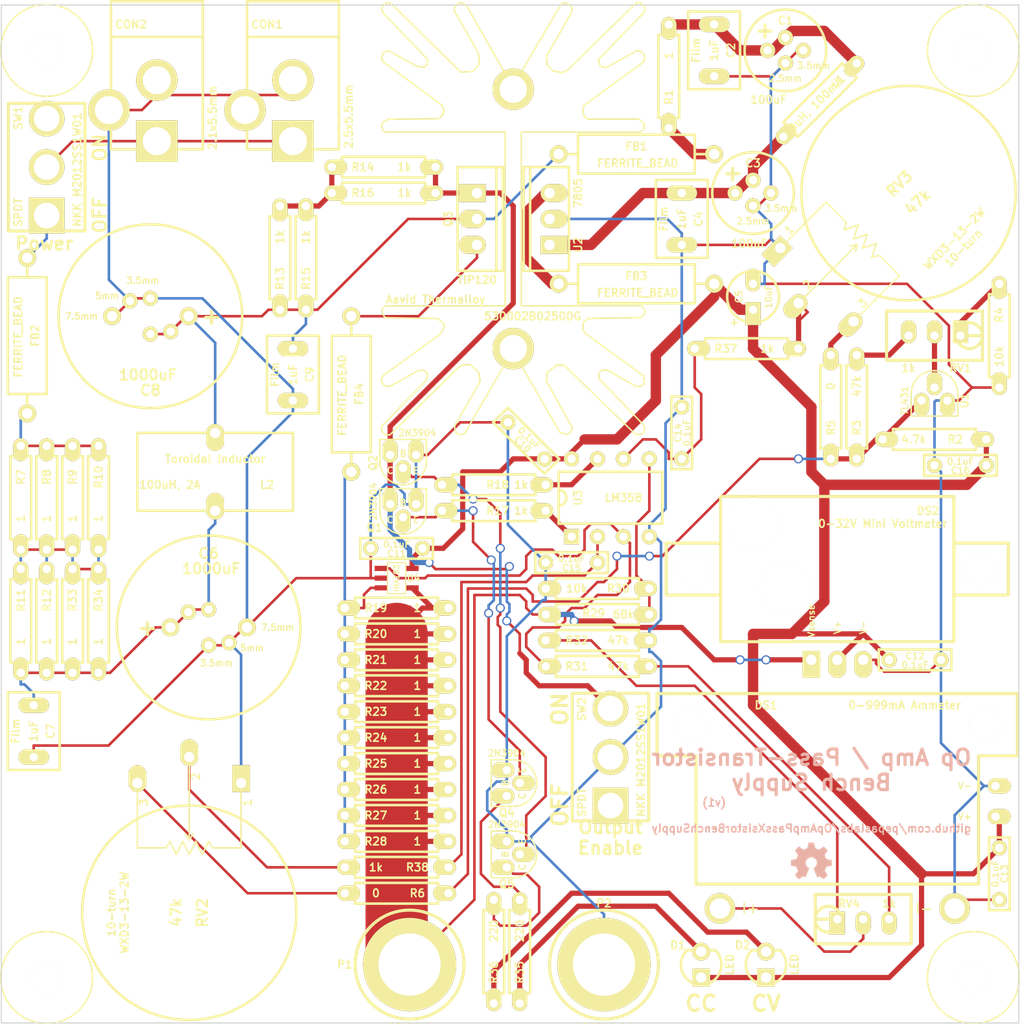
<source format=kicad_pcb>
(kicad_pcb (version 20171130) (host pcbnew "(5.1.12)-1")

  (general
    (thickness 1.6)
    (drawings 15)
    (tracks 525)
    (zones 0)
    (modules 89)
    (nets 41)
  )

  (page A3)
  (layers
    (0 F.Cu signal)
    (31 B.Cu signal)
    (32 B.Adhes user hide)
    (33 F.Adhes user hide)
    (34 B.Paste user hide)
    (35 F.Paste user hide)
    (36 B.SilkS user hide)
    (37 F.SilkS user hide)
    (38 B.Mask user hide)
    (39 F.Mask user hide)
    (40 Dwgs.User user hide)
    (41 Cmts.User user hide)
    (42 Eco1.User user hide)
    (43 Eco2.User user hide)
    (44 Edge.Cuts user)
  )

  (setup
    (last_trace_width 0.254)
    (user_trace_width 0.508)
    (user_trace_width 1.016)
    (user_trace_width 2.032)
    (user_trace_width 3.048)
    (user_trace_width 4.064)
    (user_trace_width 5.08)
    (user_trace_width 6.096)
    (trace_clearance 0.254)
    (zone_clearance 0.508)
    (zone_45_only no)
    (trace_min 0.254)
    (via_size 0.889)
    (via_drill 0.635)
    (via_min_size 0.889)
    (via_min_drill 0.508)
    (uvia_size 0.508)
    (uvia_drill 0.127)
    (uvias_allowed no)
    (uvia_min_size 0.508)
    (uvia_min_drill 0.127)
    (edge_width 0.1)
    (segment_width 0.2)
    (pcb_text_width 0.3)
    (pcb_text_size 1.5 1.5)
    (mod_edge_width 0.254)
    (mod_text_size 1 1)
    (mod_text_width 0.15)
    (pad_size 5.08 5.08)
    (pad_drill 5.08)
    (pad_to_mask_clearance 0)
    (aux_axis_origin 0 0)
    (visible_elements 7FFFFFBF)
    (pcbplotparams
      (layerselection 0x00030_ffffffff)
      (usegerberextensions true)
      (usegerberattributes true)
      (usegerberadvancedattributes true)
      (creategerberjobfile true)
      (excludeedgelayer true)
      (linewidth 0.150000)
      (plotframeref false)
      (viasonmask false)
      (mode 1)
      (useauxorigin false)
      (hpglpennumber 1)
      (hpglpenspeed 20)
      (hpglpendiameter 15.000000)
      (psnegative false)
      (psa4output false)
      (plotreference true)
      (plotvalue true)
      (plotinvisibletext false)
      (padsonsilk false)
      (subtractmaskfromsilk false)
      (outputformat 1)
      (mirror false)
      (drillshape 0)
      (scaleselection 1)
      (outputdirectory "gerbers/"))
  )

  (net 0 "")
  (net 1 /Base)
  (net 2 GND)
  (net 3 Icontrol)
  (net 4 Isense)
  (net 5 N-0000010)
  (net 6 N-0000011)
  (net 7 N-0000012)
  (net 8 N-0000014)
  (net 9 N-0000015)
  (net 10 N-0000016)
  (net 11 N-0000017)
  (net 12 N-0000018)
  (net 13 N-0000019)
  (net 14 N-000002)
  (net 15 N-0000020)
  (net 16 N-0000021)
  (net 17 N-0000022)
  (net 18 N-0000023)
  (net 19 N-0000024)
  (net 20 N-0000025)
  (net 21 N-0000026)
  (net 22 N-0000027)
  (net 23 N-0000031)
  (net 24 N-0000032)
  (net 25 N-0000034)
  (net 26 N-0000035)
  (net 27 N-0000036)
  (net 28 N-0000037)
  (net 29 N-000005)
  (net 30 N-000006)
  (net 31 N-000007)
  (net 32 N-000008)
  (net 33 N-000009)
  (net 34 Shunt+)
  (net 35 Shunt-)
  (net 36 VREF)
  (net 37 Vcc_filt)
  (net 38 Vcc_reg)
  (net 39 Vcontrol)
  (net 40 Vsense)

  (net_class Default "This is the default net class."
    (clearance 0.254)
    (trace_width 0.254)
    (via_dia 0.889)
    (via_drill 0.635)
    (uvia_dia 0.508)
    (uvia_drill 0.127)
    (add_net /Base)
    (add_net GND)
    (add_net Icontrol)
    (add_net Isense)
    (add_net N-0000010)
    (add_net N-0000011)
    (add_net N-0000012)
    (add_net N-0000014)
    (add_net N-0000015)
    (add_net N-0000016)
    (add_net N-0000017)
    (add_net N-0000018)
    (add_net N-0000019)
    (add_net N-000002)
    (add_net N-0000020)
    (add_net N-0000021)
    (add_net N-0000022)
    (add_net N-0000023)
    (add_net N-0000024)
    (add_net N-0000025)
    (add_net N-0000026)
    (add_net N-0000027)
    (add_net N-0000031)
    (add_net N-0000032)
    (add_net N-0000034)
    (add_net N-0000035)
    (add_net N-0000036)
    (add_net N-0000037)
    (add_net N-000005)
    (add_net N-000006)
    (add_net N-000007)
    (add_net N-000008)
    (add_net N-000009)
    (add_net Shunt+)
    (add_net Shunt-)
    (add_net VREF)
    (add_net Vcc_filt)
    (add_net Vcc_reg)
    (add_net Vcontrol)
    (add_net Vsense)
  )

  (module WXD3-13-2W_A (layer F.Cu) (tedit 53546BE4) (tstamp 53B66149)
    (at 213.995 118.11 45)
    (descr "WXD3-13-2W 10-turn potentiometer (vertical, glued to PCB)")
    (path /53B72462)
    (fp_text reference RV3 (at 0 -1.27 45) (layer F.SilkS)
      (effects (font (size 1.016 1.016) (thickness 0.2032)))
    )
    (fp_text value 47k (at 0 1.27 45) (layer F.SilkS)
      (effects (font (size 1.016 1.016) (thickness 0.2032)))
    )
    (fp_line (start -7.112 0) (end -7.747 0.381) (layer F.SilkS) (width 0.1524))
    (fp_line (start -7.112 0) (end -7.747 -0.381) (layer F.SilkS) (width 0.1524))
    (fp_line (start -15.24 0) (end -7.112 0) (layer F.SilkS) (width 0.1524))
    (fp_line (start -5.715 0) (end -6.985 0.635) (layer F.SilkS) (width 0.1524))
    (fp_line (start -6.985 0.635) (end -5.715 1.27) (layer F.SilkS) (width 0.1524))
    (fp_line (start -5.715 1.27) (end -6.985 1.905) (layer F.SilkS) (width 0.1524))
    (fp_line (start -6.985 1.905) (end -6.35 2.286) (layer F.SilkS) (width 0.1524))
    (fp_line (start -6.35 2.286) (end -6.35 5.08) (layer F.SilkS) (width 0.1524))
    (fp_line (start -5.715 0) (end -6.985 -0.635) (layer F.SilkS) (width 0.1524))
    (fp_line (start -6.985 -0.635) (end -5.715 -1.27) (layer F.SilkS) (width 0.1524))
    (fp_line (start -5.715 -1.27) (end -6.985 -1.905) (layer F.SilkS) (width 0.1524))
    (fp_line (start -6.985 -1.905) (end -6.35 -2.286) (layer F.SilkS) (width 0.1524))
    (fp_line (start -6.35 -2.286) (end -6.35 -5.08) (layer F.SilkS) (width 0.1524))
    (fp_line (start -12.7 5.08) (end -6.35 5.08) (layer F.SilkS) (width 0.1524))
    (fp_line (start -12.7 -5.08) (end -6.35 -5.08) (layer F.SilkS) (width 0.1524))
    (fp_circle (center 0 0) (end 10.5 0) (layer F.SilkS) (width 0.254))
    (fp_text user 3 (at -10.795 4.445 45) (layer F.SilkS)
      (effects (font (size 0.762 0.762) (thickness 0.1524)))
    )
    (fp_text user 2 (at -13.335 -0.635 45) (layer F.SilkS)
      (effects (font (size 0.762 0.762) (thickness 0.1524)))
    )
    (fp_text user 1 (at -10.795 -5.715 45) (layer F.SilkS)
      (effects (font (size 0.762 0.762) (thickness 0.1524)))
    )
    (fp_text user 10-turn (at 0 7.62 45) (layer F.SilkS)
      (effects (font (size 0.762 0.762) (thickness 0.1524)))
    )
    (fp_text user WXD3-13-2W (at 0 6.35 45) (layer F.SilkS)
      (effects (font (size 0.762 0.762) (thickness 0.1524)))
    )
    (pad 2 thru_hole oval (at -15.24 0 45) (size 2.6289 1.7526) (drill 1.016 (offset -0.43815 0)) (layers *.Cu *.Mask F.SilkS)
      (net 23 N-0000031))
    (pad 1 thru_hole rect (at -12.7 -5.08 45) (size 2.6289 1.7526) (drill 1.016 (offset -0.43815 0)) (layers *.Cu *.Mask F.SilkS)
      (net 2 GND))
    (pad 3 thru_hole oval (at -12.7 5.08 45) (size 2.6289 1.7526) (drill 1.016 (offset -0.43815 0)) (layers *.Cu *.Mask F.SilkS)
      (net 14 N-000002))
  )

  (module WXD3-13-2W_A (layer F.Cu) (tedit 53546BE4) (tstamp 53B96DBB)
    (at 143.51 188.595 270)
    (descr "WXD3-13-2W 10-turn potentiometer (vertical, glued to PCB)")
    (path /53B71779)
    (fp_text reference RV2 (at 0 -1.27 270) (layer F.SilkS)
      (effects (font (size 1.016 1.016) (thickness 0.2032)))
    )
    (fp_text value 47k (at 0 1.27 270) (layer F.SilkS)
      (effects (font (size 1.016 1.016) (thickness 0.2032)))
    )
    (fp_line (start -7.112 0) (end -7.747 0.381) (layer F.SilkS) (width 0.1524))
    (fp_line (start -7.112 0) (end -7.747 -0.381) (layer F.SilkS) (width 0.1524))
    (fp_line (start -15.24 0) (end -7.112 0) (layer F.SilkS) (width 0.1524))
    (fp_line (start -5.715 0) (end -6.985 0.635) (layer F.SilkS) (width 0.1524))
    (fp_line (start -6.985 0.635) (end -5.715 1.27) (layer F.SilkS) (width 0.1524))
    (fp_line (start -5.715 1.27) (end -6.985 1.905) (layer F.SilkS) (width 0.1524))
    (fp_line (start -6.985 1.905) (end -6.35 2.286) (layer F.SilkS) (width 0.1524))
    (fp_line (start -6.35 2.286) (end -6.35 5.08) (layer F.SilkS) (width 0.1524))
    (fp_line (start -5.715 0) (end -6.985 -0.635) (layer F.SilkS) (width 0.1524))
    (fp_line (start -6.985 -0.635) (end -5.715 -1.27) (layer F.SilkS) (width 0.1524))
    (fp_line (start -5.715 -1.27) (end -6.985 -1.905) (layer F.SilkS) (width 0.1524))
    (fp_line (start -6.985 -1.905) (end -6.35 -2.286) (layer F.SilkS) (width 0.1524))
    (fp_line (start -6.35 -2.286) (end -6.35 -5.08) (layer F.SilkS) (width 0.1524))
    (fp_line (start -12.7 5.08) (end -6.35 5.08) (layer F.SilkS) (width 0.1524))
    (fp_line (start -12.7 -5.08) (end -6.35 -5.08) (layer F.SilkS) (width 0.1524))
    (fp_circle (center 0 0) (end 10.5 0) (layer F.SilkS) (width 0.254))
    (fp_text user 3 (at -10.795 4.445 270) (layer F.SilkS)
      (effects (font (size 0.762 0.762) (thickness 0.1524)))
    )
    (fp_text user 2 (at -13.335 -0.635 270) (layer F.SilkS)
      (effects (font (size 0.762 0.762) (thickness 0.1524)))
    )
    (fp_text user 1 (at -10.795 -5.715 270) (layer F.SilkS)
      (effects (font (size 0.762 0.762) (thickness 0.1524)))
    )
    (fp_text user 10-turn (at 0 7.62 270) (layer F.SilkS)
      (effects (font (size 0.762 0.762) (thickness 0.1524)))
    )
    (fp_text user WXD3-13-2W (at 0 6.35 270) (layer F.SilkS)
      (effects (font (size 0.762 0.762) (thickness 0.1524)))
    )
    (pad 2 thru_hole oval (at -15.24 0 270) (size 2.6289 1.7526) (drill 1.016 (offset -0.43815 0)) (layers *.Cu *.Mask F.SilkS)
      (net 24 N-0000032))
    (pad 1 thru_hole rect (at -12.7 -5.08 270) (size 2.6289 1.7526) (drill 1.016 (offset -0.43815 0)) (layers *.Cu *.Mask F.SilkS)
      (net 2 GND))
    (pad 3 thru_hole oval (at -12.7 5.08 270) (size 2.6289 1.7526) (drill 1.016 (offset -0.43815 0)) (layers *.Cu *.Mask F.SilkS)
      (net 32 N-000008))
  )

  (module TO-92_Q_EBC (layer F.Cu) (tedit 53B9BDCF) (tstamp 53B66183)
    (at 165.735 143.764)
    (descr "TO-92 Transistor, EBC pinout")
    (tags DEV)
    (path /5338E7BA)
    (fp_text reference Q2 (at -4.191 0.762 90) (layer F.SilkS)
      (effects (font (size 0.762 0.762) (thickness 0.1524)))
    )
    (fp_text value 2N3904 (at 0.127 -2.159) (layer F.SilkS)
      (effects (font (size 0.635 0.635) (thickness 0.127)))
    )
    (fp_line (start 1.016 0.635) (end 1.016 -1.524) (layer F.SilkS) (width 0.15))
    (fp_line (start 1.016 -1.524) (end -3.556 -1.524) (layer F.SilkS) (width 0.15))
    (fp_line (start -3.556 -1.524) (end -3.556 0.635) (layer F.SilkS) (width 0.15))
    (fp_text user E (at 0 1.524) (layer F.SilkS)
      (effects (font (size 0.635 0.635) (thickness 0.127)))
    )
    (fp_text user B (at -1.27 -0.127) (layer F.SilkS)
      (effects (font (size 0.635 0.635) (thickness 0.127)))
    )
    (fp_text user C (at -2.54 1.524) (layer F.SilkS)
      (effects (font (size 0.635 0.635) (thickness 0.127)))
    )
    (fp_arc (start -1.27 0.635) (end -1.27 2.921) (angle 90) (layer F.SilkS) (width 0.15))
    (fp_arc (start -1.27 0.635) (end 1.016 0.635) (angle 90) (layer F.SilkS) (width 0.15))
    (pad 1 thru_hole oval (at 0 0) (size 1.4986 2.2479) (drill 0.8128 (offset 0 -0.37465)) (layers *.Cu *.Mask F.SilkS)
      (net 2 GND))
    (pad 2 thru_hole oval (at -1.27 1.27) (size 1.4986 2.2479) (drill 0.8128 (offset 0 0.37465)) (layers *.Cu *.Mask F.SilkS)
      (net 17 N-0000022))
    (pad 3 thru_hole oval (at -2.54 0) (size 1.4986 2.2479) (drill 0.8128 (offset 0 -0.37465)) (layers *.Cu *.Mask F.SilkS)
      (net 1 /Base))
    (model to-xxx-packages/to92.wrl
      (at (xyz 0 0 0))
      (scale (xyz 1 1 1))
      (rotate (xyz 0 0 0))
    )
  )

  (module TO-92_Q_EBC (layer F.Cu) (tedit 53B9BDED) (tstamp 53B66192)
    (at 165.735 148.59)
    (descr "TO-92 Transistor, EBC pinout")
    (tags DEV)
    (path /5338EBE1)
    (fp_text reference Q1 (at -4.064 2.286) (layer F.SilkS)
      (effects (font (size 0.762 0.762) (thickness 0.1524)))
    )
    (fp_text value 2N3904 (at -4.191 -0.254 90) (layer F.SilkS)
      (effects (font (size 0.635 0.635) (thickness 0.127)))
    )
    (fp_line (start 1.016 0.635) (end 1.016 -1.524) (layer F.SilkS) (width 0.15))
    (fp_line (start 1.016 -1.524) (end -3.556 -1.524) (layer F.SilkS) (width 0.15))
    (fp_line (start -3.556 -1.524) (end -3.556 0.635) (layer F.SilkS) (width 0.15))
    (fp_text user E (at 0 1.524) (layer F.SilkS)
      (effects (font (size 0.635 0.635) (thickness 0.127)))
    )
    (fp_text user B (at -1.27 -0.127) (layer F.SilkS)
      (effects (font (size 0.635 0.635) (thickness 0.127)))
    )
    (fp_text user C (at -2.54 1.524) (layer F.SilkS)
      (effects (font (size 0.635 0.635) (thickness 0.127)))
    )
    (fp_arc (start -1.27 0.635) (end -1.27 2.921) (angle 90) (layer F.SilkS) (width 0.15))
    (fp_arc (start -1.27 0.635) (end 1.016 0.635) (angle 90) (layer F.SilkS) (width 0.15))
    (pad 1 thru_hole oval (at 0 0) (size 1.4986 2.2479) (drill 0.8128 (offset 0 -0.37465)) (layers *.Cu *.Mask F.SilkS)
      (net 2 GND))
    (pad 2 thru_hole oval (at -1.27 1.27) (size 1.4986 2.2479) (drill 0.8128 (offset 0 0.37465)) (layers *.Cu *.Mask F.SilkS)
      (net 22 N-0000027))
    (pad 3 thru_hole oval (at -2.54 0) (size 1.4986 2.2479) (drill 0.8128 (offset 0 -0.37465)) (layers *.Cu *.Mask F.SilkS)
      (net 1 /Base))
    (model to-xxx-packages/to92.wrl
      (at (xyz 0 0 0))
      (scale (xyz 1 1 1))
      (rotate (xyz 0 0 0))
    )
  )

  (module TO-220_V_069B (layer F.Cu) (tedit 53B9BD9E) (tstamp 53B661A0)
    (at 171.704 118.11 270)
    (descr "TO-220, vertical, 0.04\" holes, 0.069\" pads")
    (tags "TR TO220")
    (path /53B66A28)
    (fp_text reference Q3 (at 2.54 2.794 270) (layer F.SilkS)
      (effects (font (size 0.762 0.762) (thickness 0.1524)))
    )
    (fp_text value TIP120 (at 8.509 0) (layer F.SilkS)
      (effects (font (size 0.762 0.762) (thickness 0.1524)))
    )
    (fp_line (start -2.54 -1.905) (end -2.54 -2.54) (layer F.SilkS) (width 0.254))
    (fp_line (start -2.54 -2.54) (end 7.62 -2.54) (layer F.SilkS) (width 0.254))
    (fp_line (start 7.62 -2.54) (end 7.62 -1.905) (layer F.SilkS) (width 0.254))
    (fp_line (start -2.54 1.905) (end -2.54 -1.905) (layer F.SilkS) (width 0.254))
    (fp_line (start -2.54 -1.905) (end 7.62 -1.905) (layer F.SilkS) (width 0.254))
    (fp_line (start 7.62 -1.905) (end 7.62 1.905) (layer F.SilkS) (width 0.254))
    (fp_line (start 7.62 1.905) (end -2.54 1.905) (layer F.SilkS) (width 0.254))
    (pad 1 thru_hole rect (at 0 0) (size 2.6289 1.7526) (drill 1.016 (offset -0.43815 0)) (layers *.Cu *.Mask F.SilkS)
      (net 1 /Base))
    (pad 2 thru_hole oval (at 2.54 0) (size 2.6289 1.7526) (drill 1.016 (offset -0.43815 0)) (layers *.Cu *.Mask F.SilkS)
      (net 37 Vcc_filt))
    (pad 3 thru_hole oval (at 5.08 0) (size 2.6289 1.7526) (drill 1.016 (offset -0.43815 0)) (layers *.Cu *.Mask F.SilkS)
      (net 9 N-0000015))
  )

  (module TO-220_V_069B (layer F.Cu) (tedit 53B9BD90) (tstamp 53B661AE)
    (at 178.816 123.19 90)
    (descr "TO-220, vertical, 0.04\" holes, 0.069\" pads")
    (tags "TR TO220")
    (path /53B78B2B)
    (fp_text reference U2 (at 0 2.794 90) (layer F.SilkS)
      (effects (font (size 0.762 0.762) (thickness 0.1524)))
    )
    (fp_text value 7805 (at 5.08 2.794 90) (layer F.SilkS)
      (effects (font (size 0.762 0.762) (thickness 0.1524)))
    )
    (fp_line (start -2.54 -1.905) (end -2.54 -2.54) (layer F.SilkS) (width 0.254))
    (fp_line (start -2.54 -2.54) (end 7.62 -2.54) (layer F.SilkS) (width 0.254))
    (fp_line (start 7.62 -2.54) (end 7.62 -1.905) (layer F.SilkS) (width 0.254))
    (fp_line (start -2.54 1.905) (end -2.54 -1.905) (layer F.SilkS) (width 0.254))
    (fp_line (start -2.54 -1.905) (end 7.62 -1.905) (layer F.SilkS) (width 0.254))
    (fp_line (start 7.62 -1.905) (end 7.62 1.905) (layer F.SilkS) (width 0.254))
    (fp_line (start 7.62 1.905) (end -2.54 1.905) (layer F.SilkS) (width 0.254))
    (pad 1 thru_hole rect (at 0 0 180) (size 2.6289 1.7526) (drill 1.016 (offset -0.43815 0)) (layers *.Cu *.Mask F.SilkS)
      (net 26 N-0000035))
    (pad 2 thru_hole oval (at 2.54 0 180) (size 2.6289 1.7526) (drill 1.016 (offset -0.43815 0)) (layers *.Cu *.Mask F.SilkS)
      (net 2 GND))
    (pad 3 thru_hole oval (at 5.08 0 180) (size 2.6289 1.7526) (drill 1.016 (offset -0.43815 0)) (layers *.Cu *.Mask F.SilkS)
      (net 8 N-0000014))
  )

  (module R_AXIAL_0W25_059Bi (layer F.Cu) (tedit 53B9C095) (tstamp 53B661C8)
    (at 208.915 105.41 225)
    (descr "Resistor Axial 1/4W 0.4\"")
    (tags R)
    (path /53B7BAE2)
    (autoplace_cost180 10)
    (fp_text reference L1 (at 2.514472 0 225) (layer F.SilkS)
      (effects (font (size 0.762 0.762) (thickness 0.1524)))
    )
    (fp_text value "100uH, 100mA" (at 6.465784 0 225) (layer F.SilkS)
      (effects (font (size 0.762 0.762) (thickness 0.1524)))
    )
    (fp_line (start 0 0) (end 1.016 0) (layer F.SilkS) (width 0.254))
    (fp_line (start 1.016 0) (end 1.016 -1.016) (layer F.SilkS) (width 0.254))
    (fp_line (start 1.016 -1.016) (end 9.144 -1.016) (layer F.SilkS) (width 0.254))
    (fp_line (start 9.144 -1.016) (end 9.144 1.016) (layer F.SilkS) (width 0.254))
    (fp_line (start 9.144 1.016) (end 1.016 1.016) (layer F.SilkS) (width 0.254))
    (fp_line (start 1.016 1.016) (end 1.016 0) (layer F.SilkS) (width 0.254))
    (fp_line (start 10.16 0) (end 9.144 0) (layer F.SilkS) (width 0.254))
    (pad 1 thru_hole oval (at 0 0 225) (size 2.2479 1.4986) (drill 0.8128 (offset 0.37465 0)) (layers *.Cu *.Mask F.SilkS)
      (net 28 N-0000037))
    (pad 2 thru_hole oval (at 10.16 0 225) (size 2.2479 1.4986) (drill 0.8128 (offset -0.37465 0)) (layers *.Cu *.Mask F.SilkS)
      (net 26 N-0000035))
    (model discret/resistor.wrl
      (at (xyz 0 0 0))
      (scale (xyz 0.4 0.4 0.4))
      (rotate (xyz 0 0 0))
    )
  )

  (module R_AXIAL_0W25_059Bi (layer F.Cu) (tedit 53A24564) (tstamp 53B661D5)
    (at 158.75 181.61)
    (descr "Resistor Axial 1/4W 0.4\"")
    (tags R)
    (path /53B7DB33)
    (autoplace_cost180 10)
    (fp_text reference R28 (at 3.048 0) (layer F.SilkS)
      (effects (font (size 0.762 0.762) (thickness 0.1524)))
    )
    (fp_text value 1 (at 7.112 0) (layer F.SilkS)
      (effects (font (size 0.762 0.762) (thickness 0.1524)))
    )
    (fp_line (start 0 0) (end 1.016 0) (layer F.SilkS) (width 0.254))
    (fp_line (start 1.016 0) (end 1.016 -1.016) (layer F.SilkS) (width 0.254))
    (fp_line (start 1.016 -1.016) (end 9.144 -1.016) (layer F.SilkS) (width 0.254))
    (fp_line (start 9.144 -1.016) (end 9.144 1.016) (layer F.SilkS) (width 0.254))
    (fp_line (start 9.144 1.016) (end 1.016 1.016) (layer F.SilkS) (width 0.254))
    (fp_line (start 1.016 1.016) (end 1.016 0) (layer F.SilkS) (width 0.254))
    (fp_line (start 10.16 0) (end 9.144 0) (layer F.SilkS) (width 0.254))
    (pad 1 thru_hole oval (at 0 0) (size 2.2479 1.4986) (drill 0.8128 (offset 0.37465 0)) (layers *.Cu *.Mask F.SilkS)
      (net 34 Shunt+))
    (pad 2 thru_hole oval (at 10.16 0) (size 2.2479 1.4986) (drill 0.8128 (offset -0.37465 0)) (layers *.Cu *.Mask F.SilkS)
      (net 35 Shunt-))
    (model discret/resistor.wrl
      (at (xyz 0 0 0))
      (scale (xyz 0.4 0.4 0.4))
      (rotate (xyz 0 0 0))
    )
  )

  (module R_AXIAL_0W25_059Bi (layer F.Cu) (tedit 53A24564) (tstamp 53B661E2)
    (at 158.75 179.07)
    (descr "Resistor Axial 1/4W 0.4\"")
    (tags R)
    (path /53B7DB2D)
    (autoplace_cost180 10)
    (fp_text reference R27 (at 3.048 0) (layer F.SilkS)
      (effects (font (size 0.762 0.762) (thickness 0.1524)))
    )
    (fp_text value 1 (at 7.112 0) (layer F.SilkS)
      (effects (font (size 0.762 0.762) (thickness 0.1524)))
    )
    (fp_line (start 0 0) (end 1.016 0) (layer F.SilkS) (width 0.254))
    (fp_line (start 1.016 0) (end 1.016 -1.016) (layer F.SilkS) (width 0.254))
    (fp_line (start 1.016 -1.016) (end 9.144 -1.016) (layer F.SilkS) (width 0.254))
    (fp_line (start 9.144 -1.016) (end 9.144 1.016) (layer F.SilkS) (width 0.254))
    (fp_line (start 9.144 1.016) (end 1.016 1.016) (layer F.SilkS) (width 0.254))
    (fp_line (start 1.016 1.016) (end 1.016 0) (layer F.SilkS) (width 0.254))
    (fp_line (start 10.16 0) (end 9.144 0) (layer F.SilkS) (width 0.254))
    (pad 1 thru_hole oval (at 0 0) (size 2.2479 1.4986) (drill 0.8128 (offset 0.37465 0)) (layers *.Cu *.Mask F.SilkS)
      (net 34 Shunt+))
    (pad 2 thru_hole oval (at 10.16 0) (size 2.2479 1.4986) (drill 0.8128 (offset -0.37465 0)) (layers *.Cu *.Mask F.SilkS)
      (net 35 Shunt-))
    (model discret/resistor.wrl
      (at (xyz 0 0 0))
      (scale (xyz 0.4 0.4 0.4))
      (rotate (xyz 0 0 0))
    )
  )

  (module R_AXIAL_0W25_059Bi (layer F.Cu) (tedit 53A24564) (tstamp 53B661EF)
    (at 158.75 166.37)
    (descr "Resistor Axial 1/4W 0.4\"")
    (tags R)
    (path /53B7DB27)
    (autoplace_cost180 10)
    (fp_text reference R22 (at 3.048 0) (layer F.SilkS)
      (effects (font (size 0.762 0.762) (thickness 0.1524)))
    )
    (fp_text value 1 (at 7.112 0) (layer F.SilkS)
      (effects (font (size 0.762 0.762) (thickness 0.1524)))
    )
    (fp_line (start 0 0) (end 1.016 0) (layer F.SilkS) (width 0.254))
    (fp_line (start 1.016 0) (end 1.016 -1.016) (layer F.SilkS) (width 0.254))
    (fp_line (start 1.016 -1.016) (end 9.144 -1.016) (layer F.SilkS) (width 0.254))
    (fp_line (start 9.144 -1.016) (end 9.144 1.016) (layer F.SilkS) (width 0.254))
    (fp_line (start 9.144 1.016) (end 1.016 1.016) (layer F.SilkS) (width 0.254))
    (fp_line (start 1.016 1.016) (end 1.016 0) (layer F.SilkS) (width 0.254))
    (fp_line (start 10.16 0) (end 9.144 0) (layer F.SilkS) (width 0.254))
    (pad 1 thru_hole oval (at 0 0) (size 2.2479 1.4986) (drill 0.8128 (offset 0.37465 0)) (layers *.Cu *.Mask F.SilkS)
      (net 34 Shunt+))
    (pad 2 thru_hole oval (at 10.16 0) (size 2.2479 1.4986) (drill 0.8128 (offset -0.37465 0)) (layers *.Cu *.Mask F.SilkS)
      (net 35 Shunt-))
    (model discret/resistor.wrl
      (at (xyz 0 0 0))
      (scale (xyz 0.4 0.4 0.4))
      (rotate (xyz 0 0 0))
    )
  )

  (module R_AXIAL_0W25_059Bi (layer F.Cu) (tedit 53A24564) (tstamp 53B661FC)
    (at 158.75 168.91)
    (descr "Resistor Axial 1/4W 0.4\"")
    (tags R)
    (path /53B7DB21)
    (autoplace_cost180 10)
    (fp_text reference R23 (at 3.048 0) (layer F.SilkS)
      (effects (font (size 0.762 0.762) (thickness 0.1524)))
    )
    (fp_text value 1 (at 7.112 0) (layer F.SilkS)
      (effects (font (size 0.762 0.762) (thickness 0.1524)))
    )
    (fp_line (start 0 0) (end 1.016 0) (layer F.SilkS) (width 0.254))
    (fp_line (start 1.016 0) (end 1.016 -1.016) (layer F.SilkS) (width 0.254))
    (fp_line (start 1.016 -1.016) (end 9.144 -1.016) (layer F.SilkS) (width 0.254))
    (fp_line (start 9.144 -1.016) (end 9.144 1.016) (layer F.SilkS) (width 0.254))
    (fp_line (start 9.144 1.016) (end 1.016 1.016) (layer F.SilkS) (width 0.254))
    (fp_line (start 1.016 1.016) (end 1.016 0) (layer F.SilkS) (width 0.254))
    (fp_line (start 10.16 0) (end 9.144 0) (layer F.SilkS) (width 0.254))
    (pad 1 thru_hole oval (at 0 0) (size 2.2479 1.4986) (drill 0.8128 (offset 0.37465 0)) (layers *.Cu *.Mask F.SilkS)
      (net 34 Shunt+))
    (pad 2 thru_hole oval (at 10.16 0) (size 2.2479 1.4986) (drill 0.8128 (offset -0.37465 0)) (layers *.Cu *.Mask F.SilkS)
      (net 35 Shunt-))
    (model discret/resistor.wrl
      (at (xyz 0 0 0))
      (scale (xyz 0.4 0.4 0.4))
      (rotate (xyz 0 0 0))
    )
  )

  (module R_AXIAL_0W25_059Bi (layer F.Cu) (tedit 53A24564) (tstamp 53B66209)
    (at 158.75 176.53)
    (descr "Resistor Axial 1/4W 0.4\"")
    (tags R)
    (path /53B7DB1B)
    (autoplace_cost180 10)
    (fp_text reference R26 (at 3.048 0) (layer F.SilkS)
      (effects (font (size 0.762 0.762) (thickness 0.1524)))
    )
    (fp_text value 1 (at 7.112 0) (layer F.SilkS)
      (effects (font (size 0.762 0.762) (thickness 0.1524)))
    )
    (fp_line (start 0 0) (end 1.016 0) (layer F.SilkS) (width 0.254))
    (fp_line (start 1.016 0) (end 1.016 -1.016) (layer F.SilkS) (width 0.254))
    (fp_line (start 1.016 -1.016) (end 9.144 -1.016) (layer F.SilkS) (width 0.254))
    (fp_line (start 9.144 -1.016) (end 9.144 1.016) (layer F.SilkS) (width 0.254))
    (fp_line (start 9.144 1.016) (end 1.016 1.016) (layer F.SilkS) (width 0.254))
    (fp_line (start 1.016 1.016) (end 1.016 0) (layer F.SilkS) (width 0.254))
    (fp_line (start 10.16 0) (end 9.144 0) (layer F.SilkS) (width 0.254))
    (pad 1 thru_hole oval (at 0 0) (size 2.2479 1.4986) (drill 0.8128 (offset 0.37465 0)) (layers *.Cu *.Mask F.SilkS)
      (net 34 Shunt+))
    (pad 2 thru_hole oval (at 10.16 0) (size 2.2479 1.4986) (drill 0.8128 (offset -0.37465 0)) (layers *.Cu *.Mask F.SilkS)
      (net 35 Shunt-))
    (model discret/resistor.wrl
      (at (xyz 0 0 0))
      (scale (xyz 0.4 0.4 0.4))
      (rotate (xyz 0 0 0))
    )
  )

  (module R_AXIAL_0W25_059Bi (layer F.Cu) (tedit 53A24564) (tstamp 53B66216)
    (at 158.75 173.99)
    (descr "Resistor Axial 1/4W 0.4\"")
    (tags R)
    (path /53B7DB15)
    (autoplace_cost180 10)
    (fp_text reference R25 (at 3.048 0) (layer F.SilkS)
      (effects (font (size 0.762 0.762) (thickness 0.1524)))
    )
    (fp_text value 1 (at 7.112 0) (layer F.SilkS)
      (effects (font (size 0.762 0.762) (thickness 0.1524)))
    )
    (fp_line (start 0 0) (end 1.016 0) (layer F.SilkS) (width 0.254))
    (fp_line (start 1.016 0) (end 1.016 -1.016) (layer F.SilkS) (width 0.254))
    (fp_line (start 1.016 -1.016) (end 9.144 -1.016) (layer F.SilkS) (width 0.254))
    (fp_line (start 9.144 -1.016) (end 9.144 1.016) (layer F.SilkS) (width 0.254))
    (fp_line (start 9.144 1.016) (end 1.016 1.016) (layer F.SilkS) (width 0.254))
    (fp_line (start 1.016 1.016) (end 1.016 0) (layer F.SilkS) (width 0.254))
    (fp_line (start 10.16 0) (end 9.144 0) (layer F.SilkS) (width 0.254))
    (pad 1 thru_hole oval (at 0 0) (size 2.2479 1.4986) (drill 0.8128 (offset 0.37465 0)) (layers *.Cu *.Mask F.SilkS)
      (net 34 Shunt+))
    (pad 2 thru_hole oval (at 10.16 0) (size 2.2479 1.4986) (drill 0.8128 (offset -0.37465 0)) (layers *.Cu *.Mask F.SilkS)
      (net 35 Shunt-))
    (model discret/resistor.wrl
      (at (xyz 0 0 0))
      (scale (xyz 0.4 0.4 0.4))
      (rotate (xyz 0 0 0))
    )
  )

  (module R_AXIAL_0W25_059Bi (layer F.Cu) (tedit 53A24564) (tstamp 53B66223)
    (at 158.75 171.45)
    (descr "Resistor Axial 1/4W 0.4\"")
    (tags R)
    (path /53B7DB0F)
    (autoplace_cost180 10)
    (fp_text reference R24 (at 3.048 0) (layer F.SilkS)
      (effects (font (size 0.762 0.762) (thickness 0.1524)))
    )
    (fp_text value 1 (at 7.112 0) (layer F.SilkS)
      (effects (font (size 0.762 0.762) (thickness 0.1524)))
    )
    (fp_line (start 0 0) (end 1.016 0) (layer F.SilkS) (width 0.254))
    (fp_line (start 1.016 0) (end 1.016 -1.016) (layer F.SilkS) (width 0.254))
    (fp_line (start 1.016 -1.016) (end 9.144 -1.016) (layer F.SilkS) (width 0.254))
    (fp_line (start 9.144 -1.016) (end 9.144 1.016) (layer F.SilkS) (width 0.254))
    (fp_line (start 9.144 1.016) (end 1.016 1.016) (layer F.SilkS) (width 0.254))
    (fp_line (start 1.016 1.016) (end 1.016 0) (layer F.SilkS) (width 0.254))
    (fp_line (start 10.16 0) (end 9.144 0) (layer F.SilkS) (width 0.254))
    (pad 1 thru_hole oval (at 0 0) (size 2.2479 1.4986) (drill 0.8128 (offset 0.37465 0)) (layers *.Cu *.Mask F.SilkS)
      (net 34 Shunt+))
    (pad 2 thru_hole oval (at 10.16 0) (size 2.2479 1.4986) (drill 0.8128 (offset -0.37465 0)) (layers *.Cu *.Mask F.SilkS)
      (net 35 Shunt-))
    (model discret/resistor.wrl
      (at (xyz 0 0 0))
      (scale (xyz 0.4 0.4 0.4))
      (rotate (xyz 0 0 0))
    )
  )

  (module R_AXIAL_0W25_059Bi (layer F.Cu) (tedit 53A24564) (tstamp 53B66230)
    (at 190.5 111.76 90)
    (descr "Resistor Axial 1/4W 0.4\"")
    (tags R)
    (path /53B900C0)
    (autoplace_cost180 10)
    (fp_text reference R1 (at 3.048 0 90) (layer F.SilkS)
      (effects (font (size 0.762 0.762) (thickness 0.1524)))
    )
    (fp_text value 1 (at 7.112 0 90) (layer F.SilkS)
      (effects (font (size 0.762 0.762) (thickness 0.1524)))
    )
    (fp_line (start 0 0) (end 1.016 0) (layer F.SilkS) (width 0.254))
    (fp_line (start 1.016 0) (end 1.016 -1.016) (layer F.SilkS) (width 0.254))
    (fp_line (start 1.016 -1.016) (end 9.144 -1.016) (layer F.SilkS) (width 0.254))
    (fp_line (start 9.144 -1.016) (end 9.144 1.016) (layer F.SilkS) (width 0.254))
    (fp_line (start 9.144 1.016) (end 1.016 1.016) (layer F.SilkS) (width 0.254))
    (fp_line (start 1.016 1.016) (end 1.016 0) (layer F.SilkS) (width 0.254))
    (fp_line (start 10.16 0) (end 9.144 0) (layer F.SilkS) (width 0.254))
    (pad 1 thru_hole oval (at 0 0 90) (size 2.2479 1.4986) (drill 0.8128 (offset 0.37465 0)) (layers *.Cu *.Mask F.SilkS)
      (net 11 N-0000017))
    (pad 2 thru_hole oval (at 10.16 0 90) (size 2.2479 1.4986) (drill 0.8128 (offset -0.37465 0)) (layers *.Cu *.Mask F.SilkS)
      (net 28 N-0000037))
    (model discret/resistor.wrl
      (at (xyz 0 0 0))
      (scale (xyz 0.4 0.4 0.4))
      (rotate (xyz 0 0 0))
    )
  )

  (module R_AXIAL_0W25_059Bi (layer F.Cu) (tedit 53A24564) (tstamp 53B6623D)
    (at 129.54 154.94 270)
    (descr "Resistor Axial 1/4W 0.4\"")
    (tags R)
    (path /53B900AE)
    (autoplace_cost180 10)
    (fp_text reference R12 (at 3.048 0 270) (layer F.SilkS)
      (effects (font (size 0.762 0.762) (thickness 0.1524)))
    )
    (fp_text value 1 (at 7.112 0 270) (layer F.SilkS)
      (effects (font (size 0.762 0.762) (thickness 0.1524)))
    )
    (fp_line (start 0 0) (end 1.016 0) (layer F.SilkS) (width 0.254))
    (fp_line (start 1.016 0) (end 1.016 -1.016) (layer F.SilkS) (width 0.254))
    (fp_line (start 1.016 -1.016) (end 9.144 -1.016) (layer F.SilkS) (width 0.254))
    (fp_line (start 9.144 -1.016) (end 9.144 1.016) (layer F.SilkS) (width 0.254))
    (fp_line (start 9.144 1.016) (end 1.016 1.016) (layer F.SilkS) (width 0.254))
    (fp_line (start 1.016 1.016) (end 1.016 0) (layer F.SilkS) (width 0.254))
    (fp_line (start 10.16 0) (end 9.144 0) (layer F.SilkS) (width 0.254))
    (pad 1 thru_hole oval (at 0 0 270) (size 2.2479 1.4986) (drill 0.8128 (offset 0.37465 0)) (layers *.Cu *.Mask F.SilkS)
      (net 6 N-0000011))
    (pad 2 thru_hole oval (at 10.16 0 270) (size 2.2479 1.4986) (drill 0.8128 (offset -0.37465 0)) (layers *.Cu *.Mask F.SilkS)
      (net 5 N-0000010))
    (model discret/resistor.wrl
      (at (xyz 0 0 0))
      (scale (xyz 0.4 0.4 0.4))
      (rotate (xyz 0 0 0))
    )
  )

  (module R_AXIAL_0W25_059Bi (layer F.Cu) (tedit 53A24564) (tstamp 53B6624A)
    (at 206.375 144.145 90)
    (descr "Resistor Axial 1/4W 0.4\"")
    (tags R)
    (path /53B8F999)
    (autoplace_cost180 10)
    (fp_text reference R5 (at 3.048 0 90) (layer F.SilkS)
      (effects (font (size 0.762 0.762) (thickness 0.1524)))
    )
    (fp_text value 0 (at 7.112 0 90) (layer F.SilkS)
      (effects (font (size 0.762 0.762) (thickness 0.1524)))
    )
    (fp_line (start 0 0) (end 1.016 0) (layer F.SilkS) (width 0.254))
    (fp_line (start 1.016 0) (end 1.016 -1.016) (layer F.SilkS) (width 0.254))
    (fp_line (start 1.016 -1.016) (end 9.144 -1.016) (layer F.SilkS) (width 0.254))
    (fp_line (start 9.144 -1.016) (end 9.144 1.016) (layer F.SilkS) (width 0.254))
    (fp_line (start 9.144 1.016) (end 1.016 1.016) (layer F.SilkS) (width 0.254))
    (fp_line (start 1.016 1.016) (end 1.016 0) (layer F.SilkS) (width 0.254))
    (fp_line (start 10.16 0) (end 9.144 0) (layer F.SilkS) (width 0.254))
    (pad 1 thru_hole oval (at 0 0 90) (size 2.2479 1.4986) (drill 0.8128 (offset 0.37465 0)) (layers *.Cu *.Mask F.SilkS)
      (net 36 VREF))
    (pad 2 thru_hole oval (at 10.16 0 90) (size 2.2479 1.4986) (drill 0.8128 (offset -0.37465 0)) (layers *.Cu *.Mask F.SilkS)
      (net 14 N-000002))
    (model discret/resistor.wrl
      (at (xyz 0 0 0))
      (scale (xyz 0.4 0.4 0.4))
      (rotate (xyz 0 0 0))
    )
  )

  (module R_AXIAL_0W25_059Bi (layer F.Cu) (tedit 53A24564) (tstamp 53B66257)
    (at 168.91 186.69 180)
    (descr "Resistor Axial 1/4W 0.4\"")
    (tags R)
    (path /53B8F981)
    (autoplace_cost180 10)
    (fp_text reference R6 (at 3.048 0 180) (layer F.SilkS)
      (effects (font (size 0.762 0.762) (thickness 0.1524)))
    )
    (fp_text value 0 (at 7.112 0 180) (layer F.SilkS)
      (effects (font (size 0.762 0.762) (thickness 0.1524)))
    )
    (fp_line (start 0 0) (end 1.016 0) (layer F.SilkS) (width 0.254))
    (fp_line (start 1.016 0) (end 1.016 -1.016) (layer F.SilkS) (width 0.254))
    (fp_line (start 1.016 -1.016) (end 9.144 -1.016) (layer F.SilkS) (width 0.254))
    (fp_line (start 9.144 -1.016) (end 9.144 1.016) (layer F.SilkS) (width 0.254))
    (fp_line (start 9.144 1.016) (end 1.016 1.016) (layer F.SilkS) (width 0.254))
    (fp_line (start 1.016 1.016) (end 1.016 0) (layer F.SilkS) (width 0.254))
    (fp_line (start 10.16 0) (end 9.144 0) (layer F.SilkS) (width 0.254))
    (pad 1 thru_hole oval (at 0 0 180) (size 2.2479 1.4986) (drill 0.8128 (offset 0.37465 0)) (layers *.Cu *.Mask F.SilkS)
      (net 36 VREF))
    (pad 2 thru_hole oval (at 10.16 0 180) (size 2.2479 1.4986) (drill 0.8128 (offset -0.37465 0)) (layers *.Cu *.Mask F.SilkS)
      (net 32 N-000008))
    (model discret/resistor.wrl
      (at (xyz 0 0 0))
      (scale (xyz 0.4 0.4 0.4))
      (rotate (xyz 0 0 0))
    )
  )

  (module R_AXIAL_0W25_059Bi (layer F.Cu) (tedit 53A24564) (tstamp 53B66264)
    (at 127 142.875 270)
    (descr "Resistor Axial 1/4W 0.4\"")
    (tags R)
    (path /53B90075)
    (autoplace_cost180 10)
    (fp_text reference R7 (at 3.048 0 270) (layer F.SilkS)
      (effects (font (size 0.762 0.762) (thickness 0.1524)))
    )
    (fp_text value 1 (at 7.112 0 270) (layer F.SilkS)
      (effects (font (size 0.762 0.762) (thickness 0.1524)))
    )
    (fp_line (start 0 0) (end 1.016 0) (layer F.SilkS) (width 0.254))
    (fp_line (start 1.016 0) (end 1.016 -1.016) (layer F.SilkS) (width 0.254))
    (fp_line (start 1.016 -1.016) (end 9.144 -1.016) (layer F.SilkS) (width 0.254))
    (fp_line (start 9.144 -1.016) (end 9.144 1.016) (layer F.SilkS) (width 0.254))
    (fp_line (start 9.144 1.016) (end 1.016 1.016) (layer F.SilkS) (width 0.254))
    (fp_line (start 1.016 1.016) (end 1.016 0) (layer F.SilkS) (width 0.254))
    (fp_line (start 10.16 0) (end 9.144 0) (layer F.SilkS) (width 0.254))
    (pad 1 thru_hole oval (at 0 0 270) (size 2.2479 1.4986) (drill 0.8128 (offset 0.37465 0)) (layers *.Cu *.Mask F.SilkS)
      (net 27 N-0000036))
    (pad 2 thru_hole oval (at 10.16 0 270) (size 2.2479 1.4986) (drill 0.8128 (offset -0.37465 0)) (layers *.Cu *.Mask F.SilkS)
      (net 6 N-0000011))
    (model discret/resistor.wrl
      (at (xyz 0 0 0))
      (scale (xyz 0.4 0.4 0.4))
      (rotate (xyz 0 0 0))
    )
  )

  (module R_AXIAL_0W25_059Bi (layer F.Cu) (tedit 53A24564) (tstamp 53B66271)
    (at 129.54 142.875 270)
    (descr "Resistor Axial 1/4W 0.4\"")
    (tags R)
    (path /53B90096)
    (autoplace_cost180 10)
    (fp_text reference R8 (at 3.048 0 270) (layer F.SilkS)
      (effects (font (size 0.762 0.762) (thickness 0.1524)))
    )
    (fp_text value 1 (at 7.112 0 270) (layer F.SilkS)
      (effects (font (size 0.762 0.762) (thickness 0.1524)))
    )
    (fp_line (start 0 0) (end 1.016 0) (layer F.SilkS) (width 0.254))
    (fp_line (start 1.016 0) (end 1.016 -1.016) (layer F.SilkS) (width 0.254))
    (fp_line (start 1.016 -1.016) (end 9.144 -1.016) (layer F.SilkS) (width 0.254))
    (fp_line (start 9.144 -1.016) (end 9.144 1.016) (layer F.SilkS) (width 0.254))
    (fp_line (start 9.144 1.016) (end 1.016 1.016) (layer F.SilkS) (width 0.254))
    (fp_line (start 1.016 1.016) (end 1.016 0) (layer F.SilkS) (width 0.254))
    (fp_line (start 10.16 0) (end 9.144 0) (layer F.SilkS) (width 0.254))
    (pad 1 thru_hole oval (at 0 0 270) (size 2.2479 1.4986) (drill 0.8128 (offset 0.37465 0)) (layers *.Cu *.Mask F.SilkS)
      (net 27 N-0000036))
    (pad 2 thru_hole oval (at 10.16 0 270) (size 2.2479 1.4986) (drill 0.8128 (offset -0.37465 0)) (layers *.Cu *.Mask F.SilkS)
      (net 6 N-0000011))
    (model discret/resistor.wrl
      (at (xyz 0 0 0))
      (scale (xyz 0.4 0.4 0.4))
      (rotate (xyz 0 0 0))
    )
  )

  (module R_AXIAL_0W25_059Bi (layer F.Cu) (tedit 53A24564) (tstamp 53B6627E)
    (at 132.08 142.875 270)
    (descr "Resistor Axial 1/4W 0.4\"")
    (tags R)
    (path /53B9009C)
    (autoplace_cost180 10)
    (fp_text reference R9 (at 3.048 0 270) (layer F.SilkS)
      (effects (font (size 0.762 0.762) (thickness 0.1524)))
    )
    (fp_text value 1 (at 7.112 0 270) (layer F.SilkS)
      (effects (font (size 0.762 0.762) (thickness 0.1524)))
    )
    (fp_line (start 0 0) (end 1.016 0) (layer F.SilkS) (width 0.254))
    (fp_line (start 1.016 0) (end 1.016 -1.016) (layer F.SilkS) (width 0.254))
    (fp_line (start 1.016 -1.016) (end 9.144 -1.016) (layer F.SilkS) (width 0.254))
    (fp_line (start 9.144 -1.016) (end 9.144 1.016) (layer F.SilkS) (width 0.254))
    (fp_line (start 9.144 1.016) (end 1.016 1.016) (layer F.SilkS) (width 0.254))
    (fp_line (start 1.016 1.016) (end 1.016 0) (layer F.SilkS) (width 0.254))
    (fp_line (start 10.16 0) (end 9.144 0) (layer F.SilkS) (width 0.254))
    (pad 1 thru_hole oval (at 0 0 270) (size 2.2479 1.4986) (drill 0.8128 (offset 0.37465 0)) (layers *.Cu *.Mask F.SilkS)
      (net 27 N-0000036))
    (pad 2 thru_hole oval (at 10.16 0 270) (size 2.2479 1.4986) (drill 0.8128 (offset -0.37465 0)) (layers *.Cu *.Mask F.SilkS)
      (net 6 N-0000011))
    (model discret/resistor.wrl
      (at (xyz 0 0 0))
      (scale (xyz 0.4 0.4 0.4))
      (rotate (xyz 0 0 0))
    )
  )

  (module R_AXIAL_0W25_059Bi (layer F.Cu) (tedit 53A24564) (tstamp 53B6628B)
    (at 134.62 142.875 270)
    (descr "Resistor Axial 1/4W 0.4\"")
    (tags R)
    (path /53B900A2)
    (autoplace_cost180 10)
    (fp_text reference R10 (at 3.048 0 270) (layer F.SilkS)
      (effects (font (size 0.762 0.762) (thickness 0.1524)))
    )
    (fp_text value 1 (at 7.112 0 270) (layer F.SilkS)
      (effects (font (size 0.762 0.762) (thickness 0.1524)))
    )
    (fp_line (start 0 0) (end 1.016 0) (layer F.SilkS) (width 0.254))
    (fp_line (start 1.016 0) (end 1.016 -1.016) (layer F.SilkS) (width 0.254))
    (fp_line (start 1.016 -1.016) (end 9.144 -1.016) (layer F.SilkS) (width 0.254))
    (fp_line (start 9.144 -1.016) (end 9.144 1.016) (layer F.SilkS) (width 0.254))
    (fp_line (start 9.144 1.016) (end 1.016 1.016) (layer F.SilkS) (width 0.254))
    (fp_line (start 1.016 1.016) (end 1.016 0) (layer F.SilkS) (width 0.254))
    (fp_line (start 10.16 0) (end 9.144 0) (layer F.SilkS) (width 0.254))
    (pad 1 thru_hole oval (at 0 0 270) (size 2.2479 1.4986) (drill 0.8128 (offset 0.37465 0)) (layers *.Cu *.Mask F.SilkS)
      (net 27 N-0000036))
    (pad 2 thru_hole oval (at 10.16 0 270) (size 2.2479 1.4986) (drill 0.8128 (offset -0.37465 0)) (layers *.Cu *.Mask F.SilkS)
      (net 6 N-0000011))
    (model discret/resistor.wrl
      (at (xyz 0 0 0))
      (scale (xyz 0.4 0.4 0.4))
      (rotate (xyz 0 0 0))
    )
  )

  (module R_AXIAL_0W25_059Bi (layer F.Cu) (tedit 53A24564) (tstamp 53B66298)
    (at 127 154.94 270)
    (descr "Resistor Axial 1/4W 0.4\"")
    (tags R)
    (path /53B900A8)
    (autoplace_cost180 10)
    (fp_text reference R11 (at 3.048 0 270) (layer F.SilkS)
      (effects (font (size 0.762 0.762) (thickness 0.1524)))
    )
    (fp_text value 1 (at 7.112 0 270) (layer F.SilkS)
      (effects (font (size 0.762 0.762) (thickness 0.1524)))
    )
    (fp_line (start 0 0) (end 1.016 0) (layer F.SilkS) (width 0.254))
    (fp_line (start 1.016 0) (end 1.016 -1.016) (layer F.SilkS) (width 0.254))
    (fp_line (start 1.016 -1.016) (end 9.144 -1.016) (layer F.SilkS) (width 0.254))
    (fp_line (start 9.144 -1.016) (end 9.144 1.016) (layer F.SilkS) (width 0.254))
    (fp_line (start 9.144 1.016) (end 1.016 1.016) (layer F.SilkS) (width 0.254))
    (fp_line (start 1.016 1.016) (end 1.016 0) (layer F.SilkS) (width 0.254))
    (fp_line (start 10.16 0) (end 9.144 0) (layer F.SilkS) (width 0.254))
    (pad 1 thru_hole oval (at 0 0 270) (size 2.2479 1.4986) (drill 0.8128 (offset 0.37465 0)) (layers *.Cu *.Mask F.SilkS)
      (net 6 N-0000011))
    (pad 2 thru_hole oval (at 10.16 0 270) (size 2.2479 1.4986) (drill 0.8128 (offset -0.37465 0)) (layers *.Cu *.Mask F.SilkS)
      (net 5 N-0000010))
    (model discret/resistor.wrl
      (at (xyz 0 0 0))
      (scale (xyz 0.4 0.4 0.4))
      (rotate (xyz 0 0 0))
    )
  )

  (module R_AXIAL_0W25_059Bi (layer F.Cu) (tedit 53A24564) (tstamp 53B662A5)
    (at 178.435 161.925)
    (descr "Resistor Axial 1/4W 0.4\"")
    (tags R)
    (path /53B7544C)
    (autoplace_cost180 10)
    (fp_text reference R32 (at 3.048 0) (layer F.SilkS)
      (effects (font (size 0.762 0.762) (thickness 0.1524)))
    )
    (fp_text value 47k (at 7.112 0) (layer F.SilkS)
      (effects (font (size 0.762 0.762) (thickness 0.1524)))
    )
    (fp_line (start 0 0) (end 1.016 0) (layer F.SilkS) (width 0.254))
    (fp_line (start 1.016 0) (end 1.016 -1.016) (layer F.SilkS) (width 0.254))
    (fp_line (start 1.016 -1.016) (end 9.144 -1.016) (layer F.SilkS) (width 0.254))
    (fp_line (start 9.144 -1.016) (end 9.144 1.016) (layer F.SilkS) (width 0.254))
    (fp_line (start 9.144 1.016) (end 1.016 1.016) (layer F.SilkS) (width 0.254))
    (fp_line (start 1.016 1.016) (end 1.016 0) (layer F.SilkS) (width 0.254))
    (fp_line (start 10.16 0) (end 9.144 0) (layer F.SilkS) (width 0.254))
    (pad 1 thru_hole oval (at 0 0) (size 2.2479 1.4986) (drill 0.8128 (offset 0.37465 0)) (layers *.Cu *.Mask F.SilkS)
      (net 29 N-000005))
    (pad 2 thru_hole oval (at 10.16 0) (size 2.2479 1.4986) (drill 0.8128 (offset -0.37465 0)) (layers *.Cu *.Mask F.SilkS)
      (net 2 GND))
    (model discret/resistor.wrl
      (at (xyz 0 0 0))
      (scale (xyz 0.4 0.4 0.4))
      (rotate (xyz 0 0 0))
    )
  )

  (module R_AXIAL_0W25_059Bi (layer F.Cu) (tedit 53A24564) (tstamp 53B662B2)
    (at 188.595 156.845 180)
    (descr "Resistor Axial 1/4W 0.4\"")
    (tags R)
    (path /53365A7E)
    (autoplace_cost180 10)
    (fp_text reference R30 (at 3.048 0 180) (layer F.SilkS)
      (effects (font (size 0.762 0.762) (thickness 0.1524)))
    )
    (fp_text value 10k (at 7.112 0 180) (layer F.SilkS)
      (effects (font (size 0.762 0.762) (thickness 0.1524)))
    )
    (fp_line (start 0 0) (end 1.016 0) (layer F.SilkS) (width 0.254))
    (fp_line (start 1.016 0) (end 1.016 -1.016) (layer F.SilkS) (width 0.254))
    (fp_line (start 1.016 -1.016) (end 9.144 -1.016) (layer F.SilkS) (width 0.254))
    (fp_line (start 9.144 -1.016) (end 9.144 1.016) (layer F.SilkS) (width 0.254))
    (fp_line (start 9.144 1.016) (end 1.016 1.016) (layer F.SilkS) (width 0.254))
    (fp_line (start 1.016 1.016) (end 1.016 0) (layer F.SilkS) (width 0.254))
    (fp_line (start 10.16 0) (end 9.144 0) (layer F.SilkS) (width 0.254))
    (pad 1 thru_hole oval (at 0 0 180) (size 2.2479 1.4986) (drill 0.8128 (offset 0.37465 0)) (layers *.Cu *.Mask F.SilkS)
      (net 40 Vsense))
    (pad 2 thru_hole oval (at 10.16 0 180) (size 2.2479 1.4986) (drill 0.8128 (offset -0.37465 0)) (layers *.Cu *.Mask F.SilkS)
      (net 2 GND))
    (model discret/resistor.wrl
      (at (xyz 0 0 0))
      (scale (xyz 0.4 0.4 0.4))
      (rotate (xyz 0 0 0))
    )
  )

  (module R_AXIAL_0W25_059Bi (layer F.Cu) (tedit 53B9BE2E) (tstamp 53B662BF)
    (at 168.275 146.685)
    (descr "Resistor Axial 1/4W 0.4\"")
    (tags R)
    (path /5339674C)
    (autoplace_cost180 10)
    (fp_text reference R18 (at 5.461 0) (layer F.SilkS)
      (effects (font (size 0.762 0.762) (thickness 0.1524)))
    )
    (fp_text value 1k (at 7.747 0) (layer F.SilkS)
      (effects (font (size 0.762 0.762) (thickness 0.1524)))
    )
    (fp_line (start 0 0) (end 1.016 0) (layer F.SilkS) (width 0.254))
    (fp_line (start 1.016 0) (end 1.016 -1.016) (layer F.SilkS) (width 0.254))
    (fp_line (start 1.016 -1.016) (end 9.144 -1.016) (layer F.SilkS) (width 0.254))
    (fp_line (start 9.144 -1.016) (end 9.144 1.016) (layer F.SilkS) (width 0.254))
    (fp_line (start 9.144 1.016) (end 1.016 1.016) (layer F.SilkS) (width 0.254))
    (fp_line (start 1.016 1.016) (end 1.016 0) (layer F.SilkS) (width 0.254))
    (fp_line (start 10.16 0) (end 9.144 0) (layer F.SilkS) (width 0.254))
    (pad 1 thru_hole oval (at 0 0) (size 2.2479 1.4986) (drill 0.8128 (offset 0.37465 0)) (layers *.Cu *.Mask F.SilkS)
      (net 17 N-0000022))
    (pad 2 thru_hole oval (at 10.16 0) (size 2.2479 1.4986) (drill 0.8128 (offset -0.37465 0)) (layers *.Cu *.Mask F.SilkS)
      (net 12 N-0000018))
    (model discret/resistor.wrl
      (at (xyz 0 0 0))
      (scale (xyz 0.4 0.4 0.4))
      (rotate (xyz 0 0 0))
    )
  )

  (module R_AXIAL_0W25_059Bi (layer F.Cu) (tedit 53B9BE33) (tstamp 53B662CC)
    (at 168.275 149.225)
    (descr "Resistor Axial 1/4W 0.4\"")
    (tags R)
    (path /53397C58)
    (autoplace_cost180 10)
    (fp_text reference R17 (at 5.461 0) (layer F.SilkS)
      (effects (font (size 0.762 0.762) (thickness 0.1524)))
    )
    (fp_text value 1k (at 7.747 0) (layer F.SilkS)
      (effects (font (size 0.762 0.762) (thickness 0.1524)))
    )
    (fp_line (start 0 0) (end 1.016 0) (layer F.SilkS) (width 0.254))
    (fp_line (start 1.016 0) (end 1.016 -1.016) (layer F.SilkS) (width 0.254))
    (fp_line (start 1.016 -1.016) (end 9.144 -1.016) (layer F.SilkS) (width 0.254))
    (fp_line (start 9.144 -1.016) (end 9.144 1.016) (layer F.SilkS) (width 0.254))
    (fp_line (start 9.144 1.016) (end 1.016 1.016) (layer F.SilkS) (width 0.254))
    (fp_line (start 1.016 1.016) (end 1.016 0) (layer F.SilkS) (width 0.254))
    (fp_line (start 10.16 0) (end 9.144 0) (layer F.SilkS) (width 0.254))
    (pad 1 thru_hole oval (at 0 0) (size 2.2479 1.4986) (drill 0.8128 (offset 0.37465 0)) (layers *.Cu *.Mask F.SilkS)
      (net 22 N-0000027))
    (pad 2 thru_hole oval (at 10.16 0) (size 2.2479 1.4986) (drill 0.8128 (offset -0.37465 0)) (layers *.Cu *.Mask F.SilkS)
      (net 16 N-0000021))
    (model discret/resistor.wrl
      (at (xyz 0 0 0))
      (scale (xyz 0.4 0.4 0.4))
      (rotate (xyz 0 0 0))
    )
  )

  (module R_AXIAL_0W25_059Bi (layer F.Cu) (tedit 53A24564) (tstamp 53B662D9)
    (at 157.48 115.57)
    (descr "Resistor Axial 1/4W 0.4\"")
    (tags R)
    (path /53B66DA5)
    (autoplace_cost180 10)
    (fp_text reference R14 (at 3.048 0) (layer F.SilkS)
      (effects (font (size 0.762 0.762) (thickness 0.1524)))
    )
    (fp_text value 1k (at 7.112 0) (layer F.SilkS)
      (effects (font (size 0.762 0.762) (thickness 0.1524)))
    )
    (fp_line (start 0 0) (end 1.016 0) (layer F.SilkS) (width 0.254))
    (fp_line (start 1.016 0) (end 1.016 -1.016) (layer F.SilkS) (width 0.254))
    (fp_line (start 1.016 -1.016) (end 9.144 -1.016) (layer F.SilkS) (width 0.254))
    (fp_line (start 9.144 -1.016) (end 9.144 1.016) (layer F.SilkS) (width 0.254))
    (fp_line (start 9.144 1.016) (end 1.016 1.016) (layer F.SilkS) (width 0.254))
    (fp_line (start 1.016 1.016) (end 1.016 0) (layer F.SilkS) (width 0.254))
    (fp_line (start 10.16 0) (end 9.144 0) (layer F.SilkS) (width 0.254))
    (pad 1 thru_hole oval (at 0 0) (size 2.2479 1.4986) (drill 0.8128 (offset 0.37465 0)) (layers *.Cu *.Mask F.SilkS)
      (net 25 N-0000034))
    (pad 2 thru_hole oval (at 10.16 0) (size 2.2479 1.4986) (drill 0.8128 (offset -0.37465 0)) (layers *.Cu *.Mask F.SilkS)
      (net 1 /Base))
    (model discret/resistor.wrl
      (at (xyz 0 0 0))
      (scale (xyz 0.4 0.4 0.4))
      (rotate (xyz 0 0 0))
    )
  )

  (module R_AXIAL_0W25_059Bi (layer F.Cu) (tedit 53B9BECC) (tstamp 53B662E6)
    (at 178.435 159.385)
    (descr "Resistor Axial 1/4W 0.4\"")
    (tags R)
    (path /53365A71)
    (autoplace_cost180 10)
    (fp_text reference R29 (at 4.699 -0.127) (layer F.SilkS)
      (effects (font (size 0.762 0.762) (thickness 0.1524)))
    )
    (fp_text value 68k (at 7.62 0) (layer F.SilkS)
      (effects (font (size 0.762 0.762) (thickness 0.1524)))
    )
    (fp_line (start 0 0) (end 1.016 0) (layer F.SilkS) (width 0.254))
    (fp_line (start 1.016 0) (end 1.016 -1.016) (layer F.SilkS) (width 0.254))
    (fp_line (start 1.016 -1.016) (end 9.144 -1.016) (layer F.SilkS) (width 0.254))
    (fp_line (start 9.144 -1.016) (end 9.144 1.016) (layer F.SilkS) (width 0.254))
    (fp_line (start 9.144 1.016) (end 1.016 1.016) (layer F.SilkS) (width 0.254))
    (fp_line (start 1.016 1.016) (end 1.016 0) (layer F.SilkS) (width 0.254))
    (fp_line (start 10.16 0) (end 9.144 0) (layer F.SilkS) (width 0.254))
    (pad 1 thru_hole oval (at 0 0) (size 2.2479 1.4986) (drill 0.8128 (offset 0.37465 0)) (layers *.Cu *.Mask F.SilkS)
      (net 35 Shunt-))
    (pad 2 thru_hole oval (at 10.16 0) (size 2.2479 1.4986) (drill 0.8128 (offset -0.37465 0)) (layers *.Cu *.Mask F.SilkS)
      (net 40 Vsense))
    (model discret/resistor.wrl
      (at (xyz 0 0 0))
      (scale (xyz 0.4 0.4 0.4))
      (rotate (xyz 0 0 0))
    )
  )

  (module R_AXIAL_0W25_059Bi (layer F.Cu) (tedit 53A24564) (tstamp 53B662F3)
    (at 152.4 129.54 90)
    (descr "Resistor Axial 1/4W 0.4\"")
    (tags R)
    (path /53B7DDC7)
    (autoplace_cost180 10)
    (fp_text reference R13 (at 3.048 0 90) (layer F.SilkS)
      (effects (font (size 0.762 0.762) (thickness 0.1524)))
    )
    (fp_text value 1k (at 7.112 0 90) (layer F.SilkS)
      (effects (font (size 0.762 0.762) (thickness 0.1524)))
    )
    (fp_line (start 0 0) (end 1.016 0) (layer F.SilkS) (width 0.254))
    (fp_line (start 1.016 0) (end 1.016 -1.016) (layer F.SilkS) (width 0.254))
    (fp_line (start 1.016 -1.016) (end 9.144 -1.016) (layer F.SilkS) (width 0.254))
    (fp_line (start 9.144 -1.016) (end 9.144 1.016) (layer F.SilkS) (width 0.254))
    (fp_line (start 9.144 1.016) (end 1.016 1.016) (layer F.SilkS) (width 0.254))
    (fp_line (start 1.016 1.016) (end 1.016 0) (layer F.SilkS) (width 0.254))
    (fp_line (start 10.16 0) (end 9.144 0) (layer F.SilkS) (width 0.254))
    (pad 1 thru_hole oval (at 0 0 90) (size 2.2479 1.4986) (drill 0.8128 (offset 0.37465 0)) (layers *.Cu *.Mask F.SilkS)
      (net 37 Vcc_filt))
    (pad 2 thru_hole oval (at 10.16 0 90) (size 2.2479 1.4986) (drill 0.8128 (offset -0.37465 0)) (layers *.Cu *.Mask F.SilkS)
      (net 25 N-0000034))
    (model discret/resistor.wrl
      (at (xyz 0 0 0))
      (scale (xyz 0.4 0.4 0.4))
      (rotate (xyz 0 0 0))
    )
  )

  (module R_AXIAL_0W25_059Bi (layer F.Cu) (tedit 53A24564) (tstamp 53B66300)
    (at 154.94 129.54 90)
    (descr "Resistor Axial 1/4W 0.4\"")
    (tags R)
    (path /53B7DDC1)
    (autoplace_cost180 10)
    (fp_text reference R15 (at 3.048 0 90) (layer F.SilkS)
      (effects (font (size 0.762 0.762) (thickness 0.1524)))
    )
    (fp_text value 1k (at 7.112 0 90) (layer F.SilkS)
      (effects (font (size 0.762 0.762) (thickness 0.1524)))
    )
    (fp_line (start 0 0) (end 1.016 0) (layer F.SilkS) (width 0.254))
    (fp_line (start 1.016 0) (end 1.016 -1.016) (layer F.SilkS) (width 0.254))
    (fp_line (start 1.016 -1.016) (end 9.144 -1.016) (layer F.SilkS) (width 0.254))
    (fp_line (start 9.144 -1.016) (end 9.144 1.016) (layer F.SilkS) (width 0.254))
    (fp_line (start 9.144 1.016) (end 1.016 1.016) (layer F.SilkS) (width 0.254))
    (fp_line (start 1.016 1.016) (end 1.016 0) (layer F.SilkS) (width 0.254))
    (fp_line (start 10.16 0) (end 9.144 0) (layer F.SilkS) (width 0.254))
    (pad 1 thru_hole oval (at 0 0 90) (size 2.2479 1.4986) (drill 0.8128 (offset 0.37465 0)) (layers *.Cu *.Mask F.SilkS)
      (net 37 Vcc_filt))
    (pad 2 thru_hole oval (at 10.16 0 90) (size 2.2479 1.4986) (drill 0.8128 (offset -0.37465 0)) (layers *.Cu *.Mask F.SilkS)
      (net 25 N-0000034))
    (model discret/resistor.wrl
      (at (xyz 0 0 0))
      (scale (xyz 0.4 0.4 0.4))
      (rotate (xyz 0 0 0))
    )
  )

  (module R_AXIAL_0W25_059Bi (layer F.Cu) (tedit 53A24564) (tstamp 53B6630D)
    (at 157.48 118.11)
    (descr "Resistor Axial 1/4W 0.4\"")
    (tags R)
    (path /53B7DDA7)
    (autoplace_cost180 10)
    (fp_text reference R16 (at 3.048 0) (layer F.SilkS)
      (effects (font (size 0.762 0.762) (thickness 0.1524)))
    )
    (fp_text value 1k (at 7.112 0) (layer F.SilkS)
      (effects (font (size 0.762 0.762) (thickness 0.1524)))
    )
    (fp_line (start 0 0) (end 1.016 0) (layer F.SilkS) (width 0.254))
    (fp_line (start 1.016 0) (end 1.016 -1.016) (layer F.SilkS) (width 0.254))
    (fp_line (start 1.016 -1.016) (end 9.144 -1.016) (layer F.SilkS) (width 0.254))
    (fp_line (start 9.144 -1.016) (end 9.144 1.016) (layer F.SilkS) (width 0.254))
    (fp_line (start 9.144 1.016) (end 1.016 1.016) (layer F.SilkS) (width 0.254))
    (fp_line (start 1.016 1.016) (end 1.016 0) (layer F.SilkS) (width 0.254))
    (fp_line (start 10.16 0) (end 9.144 0) (layer F.SilkS) (width 0.254))
    (pad 1 thru_hole oval (at 0 0) (size 2.2479 1.4986) (drill 0.8128 (offset 0.37465 0)) (layers *.Cu *.Mask F.SilkS)
      (net 25 N-0000034))
    (pad 2 thru_hole oval (at 10.16 0) (size 2.2479 1.4986) (drill 0.8128 (offset -0.37465 0)) (layers *.Cu *.Mask F.SilkS)
      (net 1 /Base))
    (model discret/resistor.wrl
      (at (xyz 0 0 0))
      (scale (xyz 0.4 0.4 0.4))
      (rotate (xyz 0 0 0))
    )
  )

  (module R_AXIAL_0W25_059Bi (layer F.Cu) (tedit 53A24564) (tstamp 53B6631A)
    (at 158.75 158.75)
    (descr "Resistor Axial 1/4W 0.4\"")
    (tags R)
    (path /53B7DB45)
    (autoplace_cost180 10)
    (fp_text reference R19 (at 3.048 0) (layer F.SilkS)
      (effects (font (size 0.762 0.762) (thickness 0.1524)))
    )
    (fp_text value 1 (at 7.112 0) (layer F.SilkS)
      (effects (font (size 0.762 0.762) (thickness 0.1524)))
    )
    (fp_line (start 0 0) (end 1.016 0) (layer F.SilkS) (width 0.254))
    (fp_line (start 1.016 0) (end 1.016 -1.016) (layer F.SilkS) (width 0.254))
    (fp_line (start 1.016 -1.016) (end 9.144 -1.016) (layer F.SilkS) (width 0.254))
    (fp_line (start 9.144 -1.016) (end 9.144 1.016) (layer F.SilkS) (width 0.254))
    (fp_line (start 9.144 1.016) (end 1.016 1.016) (layer F.SilkS) (width 0.254))
    (fp_line (start 1.016 1.016) (end 1.016 0) (layer F.SilkS) (width 0.254))
    (fp_line (start 10.16 0) (end 9.144 0) (layer F.SilkS) (width 0.254))
    (pad 1 thru_hole oval (at 0 0) (size 2.2479 1.4986) (drill 0.8128 (offset 0.37465 0)) (layers *.Cu *.Mask F.SilkS)
      (net 34 Shunt+))
    (pad 2 thru_hole oval (at 10.16 0) (size 2.2479 1.4986) (drill 0.8128 (offset -0.37465 0)) (layers *.Cu *.Mask F.SilkS)
      (net 35 Shunt-))
    (model discret/resistor.wrl
      (at (xyz 0 0 0))
      (scale (xyz 0.4 0.4 0.4))
      (rotate (xyz 0 0 0))
    )
  )

  (module R_AXIAL_0W25_059Bi (layer F.Cu) (tedit 53A24564) (tstamp 53B66327)
    (at 158.75 161.29)
    (descr "Resistor Axial 1/4W 0.4\"")
    (tags R)
    (path /53B7DB3F)
    (autoplace_cost180 10)
    (fp_text reference R20 (at 3.048 0) (layer F.SilkS)
      (effects (font (size 0.762 0.762) (thickness 0.1524)))
    )
    (fp_text value 1 (at 7.112 0) (layer F.SilkS)
      (effects (font (size 0.762 0.762) (thickness 0.1524)))
    )
    (fp_line (start 0 0) (end 1.016 0) (layer F.SilkS) (width 0.254))
    (fp_line (start 1.016 0) (end 1.016 -1.016) (layer F.SilkS) (width 0.254))
    (fp_line (start 1.016 -1.016) (end 9.144 -1.016) (layer F.SilkS) (width 0.254))
    (fp_line (start 9.144 -1.016) (end 9.144 1.016) (layer F.SilkS) (width 0.254))
    (fp_line (start 9.144 1.016) (end 1.016 1.016) (layer F.SilkS) (width 0.254))
    (fp_line (start 1.016 1.016) (end 1.016 0) (layer F.SilkS) (width 0.254))
    (fp_line (start 10.16 0) (end 9.144 0) (layer F.SilkS) (width 0.254))
    (pad 1 thru_hole oval (at 0 0) (size 2.2479 1.4986) (drill 0.8128 (offset 0.37465 0)) (layers *.Cu *.Mask F.SilkS)
      (net 34 Shunt+))
    (pad 2 thru_hole oval (at 10.16 0) (size 2.2479 1.4986) (drill 0.8128 (offset -0.37465 0)) (layers *.Cu *.Mask F.SilkS)
      (net 35 Shunt-))
    (model discret/resistor.wrl
      (at (xyz 0 0 0))
      (scale (xyz 0.4 0.4 0.4))
      (rotate (xyz 0 0 0))
    )
  )

  (module R_AXIAL_0W25_059Bi (layer F.Cu) (tedit 53A24564) (tstamp 53B66334)
    (at 208.915 144.145 90)
    (descr "Resistor Axial 1/4W 0.4\"")
    (tags R)
    (path /53B704FB)
    (autoplace_cost180 10)
    (fp_text reference R3 (at 3.048 0 90) (layer F.SilkS)
      (effects (font (size 0.762 0.762) (thickness 0.1524)))
    )
    (fp_text value 47k (at 7.112 0 90) (layer F.SilkS)
      (effects (font (size 0.762 0.762) (thickness 0.1524)))
    )
    (fp_line (start 0 0) (end 1.016 0) (layer F.SilkS) (width 0.254))
    (fp_line (start 1.016 0) (end 1.016 -1.016) (layer F.SilkS) (width 0.254))
    (fp_line (start 1.016 -1.016) (end 9.144 -1.016) (layer F.SilkS) (width 0.254))
    (fp_line (start 9.144 -1.016) (end 9.144 1.016) (layer F.SilkS) (width 0.254))
    (fp_line (start 9.144 1.016) (end 1.016 1.016) (layer F.SilkS) (width 0.254))
    (fp_line (start 1.016 1.016) (end 1.016 0) (layer F.SilkS) (width 0.254))
    (fp_line (start 10.16 0) (end 9.144 0) (layer F.SilkS) (width 0.254))
    (pad 1 thru_hole oval (at 0 0 90) (size 2.2479 1.4986) (drill 0.8128 (offset 0.37465 0)) (layers *.Cu *.Mask F.SilkS)
      (net 36 VREF))
    (pad 2 thru_hole oval (at 10.16 0 90) (size 2.2479 1.4986) (drill 0.8128 (offset -0.37465 0)) (layers *.Cu *.Mask F.SilkS)
      (net 15 N-0000020))
    (model discret/resistor.wrl
      (at (xyz 0 0 0))
      (scale (xyz 0.4 0.4 0.4))
      (rotate (xyz 0 0 0))
    )
  )

  (module R_AXIAL_0W25_059Bi (layer F.Cu) (tedit 53A24564) (tstamp 53B66341)
    (at 222.885 127 270)
    (descr "Resistor Axial 1/4W 0.4\"")
    (tags R)
    (path /53B7050A)
    (autoplace_cost180 10)
    (fp_text reference R4 (at 3.048 0 270) (layer F.SilkS)
      (effects (font (size 0.762 0.762) (thickness 0.1524)))
    )
    (fp_text value 10k (at 7.112 0 270) (layer F.SilkS)
      (effects (font (size 0.762 0.762) (thickness 0.1524)))
    )
    (fp_line (start 0 0) (end 1.016 0) (layer F.SilkS) (width 0.254))
    (fp_line (start 1.016 0) (end 1.016 -1.016) (layer F.SilkS) (width 0.254))
    (fp_line (start 1.016 -1.016) (end 9.144 -1.016) (layer F.SilkS) (width 0.254))
    (fp_line (start 9.144 -1.016) (end 9.144 1.016) (layer F.SilkS) (width 0.254))
    (fp_line (start 9.144 1.016) (end 1.016 1.016) (layer F.SilkS) (width 0.254))
    (fp_line (start 1.016 1.016) (end 1.016 0) (layer F.SilkS) (width 0.254))
    (fp_line (start 10.16 0) (end 9.144 0) (layer F.SilkS) (width 0.254))
    (pad 1 thru_hole oval (at 0 0 270) (size 2.2479 1.4986) (drill 0.8128 (offset 0.37465 0)) (layers *.Cu *.Mask F.SilkS)
      (net 13 N-0000019))
    (pad 2 thru_hole oval (at 10.16 0 270) (size 2.2479 1.4986) (drill 0.8128 (offset -0.37465 0)) (layers *.Cu *.Mask F.SilkS)
      (net 2 GND))
    (model discret/resistor.wrl
      (at (xyz 0 0 0))
      (scale (xyz 0.4 0.4 0.4))
      (rotate (xyz 0 0 0))
    )
  )

  (module R_AXIAL_0W25_059Bi (layer F.Cu) (tedit 53A24564) (tstamp 53B6634E)
    (at 221.615 142.24 180)
    (descr "Resistor Axial 1/4W 0.4\"")
    (tags R)
    (path /53B70F39)
    (autoplace_cost180 10)
    (fp_text reference R2 (at 3.048 0 180) (layer F.SilkS)
      (effects (font (size 0.762 0.762) (thickness 0.1524)))
    )
    (fp_text value 4.7k (at 7.112 0 180) (layer F.SilkS)
      (effects (font (size 0.762 0.762) (thickness 0.1524)))
    )
    (fp_line (start 0 0) (end 1.016 0) (layer F.SilkS) (width 0.254))
    (fp_line (start 1.016 0) (end 1.016 -1.016) (layer F.SilkS) (width 0.254))
    (fp_line (start 1.016 -1.016) (end 9.144 -1.016) (layer F.SilkS) (width 0.254))
    (fp_line (start 9.144 -1.016) (end 9.144 1.016) (layer F.SilkS) (width 0.254))
    (fp_line (start 9.144 1.016) (end 1.016 1.016) (layer F.SilkS) (width 0.254))
    (fp_line (start 1.016 1.016) (end 1.016 0) (layer F.SilkS) (width 0.254))
    (fp_line (start 10.16 0) (end 9.144 0) (layer F.SilkS) (width 0.254))
    (pad 1 thru_hole oval (at 0 0 180) (size 2.2479 1.4986) (drill 0.8128 (offset 0.37465 0)) (layers *.Cu *.Mask F.SilkS)
      (net 38 Vcc_reg))
    (pad 2 thru_hole oval (at 10.16 0 180) (size 2.2479 1.4986) (drill 0.8128 (offset -0.37465 0)) (layers *.Cu *.Mask F.SilkS)
      (net 36 VREF))
    (model discret/resistor.wrl
      (at (xyz 0 0 0))
      (scale (xyz 0.4 0.4 0.4))
      (rotate (xyz 0 0 0))
    )
  )

  (module R_AXIAL_0W25_059Bi (layer F.Cu) (tedit 53A24564) (tstamp 53B6635B)
    (at 158.75 163.83)
    (descr "Resistor Axial 1/4W 0.4\"")
    (tags R)
    (path /53B7DB39)
    (autoplace_cost180 10)
    (fp_text reference R21 (at 3.048 0) (layer F.SilkS)
      (effects (font (size 0.762 0.762) (thickness 0.1524)))
    )
    (fp_text value 1 (at 7.112 0) (layer F.SilkS)
      (effects (font (size 0.762 0.762) (thickness 0.1524)))
    )
    (fp_line (start 0 0) (end 1.016 0) (layer F.SilkS) (width 0.254))
    (fp_line (start 1.016 0) (end 1.016 -1.016) (layer F.SilkS) (width 0.254))
    (fp_line (start 1.016 -1.016) (end 9.144 -1.016) (layer F.SilkS) (width 0.254))
    (fp_line (start 9.144 -1.016) (end 9.144 1.016) (layer F.SilkS) (width 0.254))
    (fp_line (start 9.144 1.016) (end 1.016 1.016) (layer F.SilkS) (width 0.254))
    (fp_line (start 1.016 1.016) (end 1.016 0) (layer F.SilkS) (width 0.254))
    (fp_line (start 10.16 0) (end 9.144 0) (layer F.SilkS) (width 0.254))
    (pad 1 thru_hole oval (at 0 0) (size 2.2479 1.4986) (drill 0.8128 (offset 0.37465 0)) (layers *.Cu *.Mask F.SilkS)
      (net 34 Shunt+))
    (pad 2 thru_hole oval (at 10.16 0) (size 2.2479 1.4986) (drill 0.8128 (offset -0.37465 0)) (layers *.Cu *.Mask F.SilkS)
      (net 35 Shunt-))
    (model discret/resistor.wrl
      (at (xyz 0 0 0))
      (scale (xyz 0.4 0.4 0.4))
      (rotate (xyz 0 0 0))
    )
  )

  (module R_AXIAL_0W25_059Bi (layer F.Cu) (tedit 53A24564) (tstamp 53B66368)
    (at 178.435 164.465)
    (descr "Resistor Axial 1/4W 0.4\"")
    (tags R)
    (path /53B75356)
    (autoplace_cost180 10)
    (fp_text reference R31 (at 3.048 0) (layer F.SilkS)
      (effects (font (size 0.762 0.762) (thickness 0.1524)))
    )
    (fp_text value 47k (at 7.112 0) (layer F.SilkS)
      (effects (font (size 0.762 0.762) (thickness 0.1524)))
    )
    (fp_line (start 0 0) (end 1.016 0) (layer F.SilkS) (width 0.254))
    (fp_line (start 1.016 0) (end 1.016 -1.016) (layer F.SilkS) (width 0.254))
    (fp_line (start 1.016 -1.016) (end 9.144 -1.016) (layer F.SilkS) (width 0.254))
    (fp_line (start 9.144 -1.016) (end 9.144 1.016) (layer F.SilkS) (width 0.254))
    (fp_line (start 9.144 1.016) (end 1.016 1.016) (layer F.SilkS) (width 0.254))
    (fp_line (start 1.016 1.016) (end 1.016 0) (layer F.SilkS) (width 0.254))
    (fp_line (start 10.16 0) (end 9.144 0) (layer F.SilkS) (width 0.254))
    (pad 1 thru_hole oval (at 0 0) (size 2.2479 1.4986) (drill 0.8128 (offset 0.37465 0)) (layers *.Cu *.Mask F.SilkS)
      (net 4 Isense))
    (pad 2 thru_hole oval (at 10.16 0) (size 2.2479 1.4986) (drill 0.8128 (offset -0.37465 0)) (layers *.Cu *.Mask F.SilkS)
      (net 30 N-000006))
    (model discret/resistor.wrl
      (at (xyz 0 0 0))
      (scale (xyz 0.4 0.4 0.4))
      (rotate (xyz 0 0 0))
    )
  )

  (module M2012SS1W01 (layer F.Cu) (tedit 53B973C0) (tstamp 53B66374)
    (at 129.54 115.57)
    (descr "NKK Mini SPDT toggle switch (on-on)")
    (path /53B7E5A7)
    (fp_text reference SW1 (at -2.794 -4.826 90) (layer F.SilkS)
      (effects (font (size 0.762 0.762) (thickness 0.1524)))
    )
    (fp_text value SPDT (at -2.794 4.445 90) (layer F.SilkS)
      (effects (font (size 0.762 0.762) (thickness 0.1524)))
    )
    (fp_line (start -3.75 6.25) (end -3.75 -6.25) (layer F.SilkS) (width 0.3048))
    (fp_line (start -3.75 -6.25) (end 3.75 -6.25) (layer F.SilkS) (width 0.3048))
    (fp_line (start 3.75 -6.25) (end 3.75 6.25) (layer F.SilkS) (width 0.3048))
    (fp_line (start 3.75 6.25) (end -3.75 6.25) (layer F.SilkS) (width 0.3048))
    (fp_text user "NKK M2012SS1W01" (at 3 0.25 90) (layer F.SilkS)
      (effects (font (size 0.762 0.762) (thickness 0.1524)))
    )
    (pad 1 thru_hole rect (at 0 4.75) (size 3.5 3.5) (drill 2.5) (layers *.Cu *.Mask F.SilkS)
      (net 10 N-0000016))
    (pad 2 thru_hole circle (at 0 0) (size 3.5 3.5) (drill 2.5) (layers *.Cu *.Mask F.SilkS)
      (net 33 N-000009))
    (pad 3 thru_hole circle (at 0 -4.75) (size 3.5 3.5) (drill 2.5) (layers *.Cu *.Mask F.SilkS))
  )

  (module M2012SS1W01 (layer F.Cu) (tedit 53B97311) (tstamp 53B9C2D6)
    (at 184.785 173.355)
    (descr "NKK Mini SPDT toggle switch (on-on)")
    (path /53B7E758)
    (fp_text reference SW2 (at -2.794 -4.699 90) (layer F.SilkS)
      (effects (font (size 0.762 0.762) (thickness 0.1524)))
    )
    (fp_text value SPDT (at -2.794 4.445 90) (layer F.SilkS)
      (effects (font (size 0.762 0.762) (thickness 0.1524)))
    )
    (fp_line (start -3.75 6.25) (end -3.75 -6.25) (layer F.SilkS) (width 0.3048))
    (fp_line (start -3.75 -6.25) (end 3.75 -6.25) (layer F.SilkS) (width 0.3048))
    (fp_line (start 3.75 -6.25) (end 3.75 6.25) (layer F.SilkS) (width 0.3048))
    (fp_line (start 3.75 6.25) (end -3.75 6.25) (layer F.SilkS) (width 0.3048))
    (fp_text user "NKK M2012SS1W01" (at 3 0.25 90) (layer F.SilkS)
      (effects (font (size 0.762 0.762) (thickness 0.1524)))
    )
    (pad 1 thru_hole rect (at 0 4.75) (size 3.5 3.5) (drill 2.5) (layers *.Cu *.Mask F.SilkS))
    (pad 2 thru_hole circle (at 0 0) (size 3.5 3.5) (drill 2.5) (layers *.Cu *.Mask F.SilkS)
      (net 2 GND))
    (pad 3 thru_hole circle (at 0 -4.75) (size 3.5 3.5) (drill 2.5) (layers *.Cu *.Mask F.SilkS)
      (net 1 /Base))
  )

  (module hole_M3_NPTH (layer F.Cu) (tedit 53B22845) (tstamp 53B66386)
    (at 129.54 194.945)
    (descr "M3 mounting hole (non plated through hole)")
    (path /53B6A573)
    (fp_text reference H1 (at 0 -3.048) (layer F.SilkS) hide
      (effects (font (size 1.016 1.016) (thickness 0.254)))
    )
    (fp_text value HOLE (at 0 2.794) (layer F.SilkS) hide
      (effects (font (size 1.016 1.016) (thickness 0.254)))
    )
    (fp_circle (center 0 0) (end 4.5 0) (layer F.SilkS) (width 0.15))
    (pad "" np_thru_hole circle (at 0 0) (size 3.2 3.2) (drill 3.2) (layers *.Cu *.Mask F.SilkS))
  )

  (module hole_M3_NPTH (layer F.Cu) (tedit 53B22845) (tstamp 53B6638C)
    (at 129.54 104.14)
    (descr "M3 mounting hole (non plated through hole)")
    (path /53B6A691)
    (fp_text reference H2 (at 0 -3.048) (layer F.SilkS) hide
      (effects (font (size 1.016 1.016) (thickness 0.254)))
    )
    (fp_text value HOLE (at 0 2.794) (layer F.SilkS) hide
      (effects (font (size 1.016 1.016) (thickness 0.254)))
    )
    (fp_circle (center 0 0) (end 4.5 0) (layer F.SilkS) (width 0.15))
    (pad "" np_thru_hole circle (at 0 0) (size 3.2 3.2) (drill 3.2) (layers *.Cu *.Mask F.SilkS))
  )

  (module hole_M3_NPTH (layer F.Cu) (tedit 53B22845) (tstamp 53B66392)
    (at 220.345 104.14)
    (descr "M3 mounting hole (non plated through hole)")
    (path /53B6A697)
    (fp_text reference H3 (at 0 -3.048) (layer F.SilkS) hide
      (effects (font (size 1.016 1.016) (thickness 0.254)))
    )
    (fp_text value HOLE (at 0 2.794) (layer F.SilkS) hide
      (effects (font (size 1.016 1.016) (thickness 0.254)))
    )
    (fp_circle (center 0 0) (end 4.5 0) (layer F.SilkS) (width 0.15))
    (pad "" np_thru_hole circle (at 0 0) (size 3.2 3.2) (drill 3.2) (layers *.Cu *.Mask F.SilkS))
  )

  (module hole_M3_NPTH (layer F.Cu) (tedit 53B22845) (tstamp 53B66398)
    (at 220.345 194.945)
    (descr "M3 mounting hole (non plated through hole)")
    (path /53B6A69D)
    (fp_text reference H4 (at 0 -3.048) (layer F.SilkS) hide
      (effects (font (size 1.016 1.016) (thickness 0.254)))
    )
    (fp_text value HOLE (at 0 2.794) (layer F.SilkS) hide
      (effects (font (size 1.016 1.016) (thickness 0.254)))
    )
    (fp_circle (center 0 0) (end 4.5 0) (layer F.SilkS) (width 0.15))
    (pad "" np_thru_hole circle (at 0 0) (size 3.2 3.2) (drill 3.2) (layers *.Cu *.Mask F.SilkS))
  )

  (module EBAY_AMMETER (layer F.Cu) (tedit 5) (tstamp 53B663D7)
    (at 207.01 170.18)
    (descr "0-999mA eBay Ammeter")
    (path /53B75FF5)
    (fp_text reference DS1 (at -6.985 -1.905) (layer F.SilkS)
      (effects (font (size 0.762 0.762) (thickness 0.1524)))
    )
    (fp_text value AMMETER_V (at -6.985 -0.635) (layer F.SilkS) hide
      (effects (font (size 0.762 0.762) (thickness 0.1524)))
    )
    (fp_line (start -13.843 3.048) (end -13.843 15.621) (layer F.SilkS) (width 0.3048))
    (fp_line (start -13.843 15.621) (end 13.843 15.621) (layer F.SilkS) (width 0.3048))
    (fp_line (start 13.843 15.621) (end 13.843 3.048) (layer F.SilkS) (width 0.3048))
    (fp_line (start 17.653 3.048) (end 13.843 3.048) (layer F.SilkS) (width 0.3048))
    (fp_line (start -17.653 3.048) (end -13.843 3.048) (layer F.SilkS) (width 0.3048))
    (fp_line (start 17.653 -3.048) (end -17.653 -3.048) (layer F.SilkS) (width 0.3048))
    (fp_line (start 17.653 -3.048) (end 17.653 3.048) (layer F.SilkS) (width 0.3048))
    (fp_line (start -17.653 -3.048) (end -17.653 3.048) (layer F.SilkS) (width 0.3048))
    (fp_text user I- (at 8.5 18) (layer F.SilkS)
      (effects (font (size 1 1) (thickness 0.15)))
    )
    (fp_text user I+ (at -8.5 18) (layer F.SilkS)
      (effects (font (size 1 1) (thickness 0.15)))
    )
    (fp_text user V- (at 12.5 6) (layer F.SilkS)
      (effects (font (size 0.635 0.635) (thickness 0.127)))
    )
    (fp_text user V+ (at 12.5 9) (layer F.SilkS)
      (effects (font (size 0.635 0.635) (thickness 0.127)))
    )
    (fp_text user "0-999mA Ammeter" (at 6.604 -1.905) (layer F.SilkS)
      (effects (font (size 0.762 0.762) (thickness 0.1524)))
    )
    (pad "" np_thru_hole circle (at -14.5 0) (size 3.2 3.2) (drill 3.2) (layers *.Cu *.Mask F.SilkS))
    (pad "" np_thru_hole circle (at 14.5 0) (size 3.2 3.2) (drill 3.2) (layers *.Cu *.Mask F.SilkS))
    (pad 4 thru_hole oval (at 15.5 6) (size 2.2479 1.4986) (drill 0.8128 (offset 0.37465 0)) (layers *.Cu *.Mask F.SilkS)
      (net 2 GND))
    (pad 1 thru_hole circle (at -11.5 18) (size 3 3) (drill 2) (layers *.Cu *.Mask F.SilkS)
      (net 31 N-000007))
    (pad 3 thru_hole oval (at 15.5 9) (size 2.2479 1.4986) (drill 0.8128 (offset 0.37465 0)) (layers *.Cu *.Mask F.SilkS)
      (net 38 Vcc_reg))
    (pad 2 thru_hole circle (at 11.5 18) (size 3 3) (drill 2) (layers *.Cu *.Mask F.SilkS)
      (net 2 GND))
  )

  (module DIP8_059A (layer F.Cu) (tedit 53A23991) (tstamp 53B66400)
    (at 180.975 151.765)
    (descr "8-lead DIP package")
    (tags DIP)
    (path /53B779F0)
    (fp_text reference U3 (at 0.635 -3.81 90) (layer F.SilkS)
      (effects (font (size 0.762 0.762) (thickness 0.1524)))
    )
    (fp_text value LM358 (at 5.08 -3.81) (layer F.SilkS)
      (effects (font (size 0.762 0.762) (thickness 0.1524)))
    )
    (fp_line (start -1.27 -6.35) (end 8.89 -6.35) (layer F.SilkS) (width 0.254))
    (fp_line (start 8.89 -6.35) (end 8.89 -1.27) (layer F.SilkS) (width 0.254))
    (fp_line (start 8.89 -1.27) (end -1.27 -1.27) (layer F.SilkS) (width 0.254))
    (fp_line (start -1.27 -1.27) (end -1.27 -6.35) (layer F.SilkS) (width 0.254))
    (fp_arc (start -1.27 -3.81) (end -1.27 -4.572) (angle 90) (layer F.SilkS) (width 0.254))
    (fp_arc (start -1.27 -3.81) (end -0.508 -3.81) (angle 90) (layer F.SilkS) (width 0.254))
    (pad 1 thru_hole rect (at 0 0) (size 1.4986 1.4986) (drill 0.8128) (layers *.Cu *.Mask F.SilkS)
      (net 16 N-0000021))
    (pad 2 thru_hole oval (at 2.54 0) (size 1.4986 1.4986) (drill 0.8128) (layers *.Cu *.Mask F.SilkS)
      (net 3 Icontrol))
    (pad 3 thru_hole oval (at 5.08 0) (size 1.4986 1.4986) (drill 0.8128) (layers *.Cu *.Mask F.SilkS)
      (net 4 Isense))
    (pad 4 thru_hole oval (at 7.62 0) (size 1.4986 1.4986) (drill 0.8128) (layers *.Cu *.Mask F.SilkS)
      (net 2 GND))
    (pad 5 thru_hole oval (at 7.62 -7.62) (size 1.4986 1.4986) (drill 0.8128) (layers *.Cu *.Mask F.SilkS)
      (net 40 Vsense))
    (pad 6 thru_hole oval (at 5.08 -7.62) (size 1.4986 1.4986) (drill 0.8128) (layers *.Cu *.Mask F.SilkS)
      (net 39 Vcontrol))
    (pad 8 thru_hole oval (at 0 -7.62) (size 1.4986 1.4986) (drill 0.8128) (layers *.Cu *.Mask F.SilkS)
      (net 38 Vcc_reg))
    (pad 7 thru_hole oval (at 2.54 -7.62) (size 1.4986 1.4986) (drill 0.8128) (layers *.Cu *.Mask F.SilkS)
      (net 12 N-0000018))
    (model dil/dil_8.wrl
      (at (xyz 0 0 0))
      (scale (xyz 1 1 1))
      (rotate (xyz 0 0 0))
    )
  )

  (module CERCAP_2_059A (layer F.Cu) (tedit 53B9C007) (tstamp 53B6640A)
    (at 222.885 184.785 270)
    (descr "Capacitor, 0.2\" pin spacing")
    (tags C)
    (path /53B7D41C)
    (fp_text reference C13 (at 0 -0.508 270) (layer F.SilkS)
      (effects (font (size 0.635 0.635) (thickness 0.127)))
    )
    (fp_text value 0.1uF (at 0 0.381 270) (layer F.SilkS)
      (effects (font (size 0.635 0.635) (thickness 0.127)))
    )
    (fp_line (start -3.556 -1.016) (end 3.556 -1.016) (layer F.SilkS) (width 0.254))
    (fp_line (start 3.556 -1.016) (end 3.556 1.016) (layer F.SilkS) (width 0.254))
    (fp_line (start 3.556 1.016) (end -3.556 1.016) (layer F.SilkS) (width 0.254))
    (fp_line (start -3.556 1.016) (end -3.556 -1.016) (layer F.SilkS) (width 0.254))
    (pad 1 thru_hole circle (at -2.54 0 270) (size 1.4986 1.4986) (drill 0.8128) (layers *.Cu *.Mask F.SilkS)
      (net 38 Vcc_reg))
    (pad 2 thru_hole circle (at 2.54 0 270) (size 1.4986 1.4986) (drill 0.8128) (layers *.Cu *.Mask F.SilkS)
      (net 2 GND))
    (model discret/capa_2pas_5x5mm.wrl
      (at (xyz 0 0 0))
      (scale (xyz 1 1 1))
      (rotate (xyz 0 0 0))
    )
  )

  (module CERCAP_2_059A (layer F.Cu) (tedit 53A24A4F) (tstamp 53B66414)
    (at 214.63 163.83)
    (descr "Capacitor, 0.2\" pin spacing")
    (tags C)
    (path /53B7D4B8)
    (fp_text reference C12 (at 0 -0.381) (layer F.SilkS)
      (effects (font (size 0.635 0.635) (thickness 0.127)))
    )
    (fp_text value 0.1uF (at 0 0.508) (layer F.SilkS)
      (effects (font (size 0.635 0.635) (thickness 0.127)))
    )
    (fp_line (start -3.556 -1.016) (end 3.556 -1.016) (layer F.SilkS) (width 0.254))
    (fp_line (start 3.556 -1.016) (end 3.556 1.016) (layer F.SilkS) (width 0.254))
    (fp_line (start 3.556 1.016) (end -3.556 1.016) (layer F.SilkS) (width 0.254))
    (fp_line (start -3.556 1.016) (end -3.556 -1.016) (layer F.SilkS) (width 0.254))
    (pad 1 thru_hole circle (at -2.54 0) (size 1.4986 1.4986) (drill 0.8128) (layers *.Cu *.Mask F.SilkS)
      (net 38 Vcc_reg))
    (pad 2 thru_hole circle (at 2.54 0) (size 1.4986 1.4986) (drill 0.8128) (layers *.Cu *.Mask F.SilkS)
      (net 2 GND))
    (model discret/capa_2pas_5x5mm.wrl
      (at (xyz 0 0 0))
      (scale (xyz 1 1 1))
      (rotate (xyz 0 0 0))
    )
  )

  (module CERCAP_2_059A (layer F.Cu) (tedit 53B9BDFA) (tstamp 53B6641E)
    (at 163.83 152.908 180)
    (descr "Capacitor, 0.2\" pin spacing")
    (tags C)
    (path /53B68494)
    (fp_text reference C11 (at 0 -0.508 180) (layer F.SilkS)
      (effects (font (size 0.635 0.635) (thickness 0.127)))
    )
    (fp_text value 0.1uF (at 0 0.381 180) (layer F.SilkS)
      (effects (font (size 0.635 0.635) (thickness 0.127)))
    )
    (fp_line (start -3.556 -1.016) (end 3.556 -1.016) (layer F.SilkS) (width 0.254))
    (fp_line (start 3.556 -1.016) (end 3.556 1.016) (layer F.SilkS) (width 0.254))
    (fp_line (start 3.556 1.016) (end -3.556 1.016) (layer F.SilkS) (width 0.254))
    (fp_line (start -3.556 1.016) (end -3.556 -1.016) (layer F.SilkS) (width 0.254))
    (pad 1 thru_hole circle (at -2.54 0 180) (size 1.4986 1.4986) (drill 0.8128) (layers *.Cu *.Mask F.SilkS)
      (net 38 Vcc_reg))
    (pad 2 thru_hole circle (at 2.54 0 180) (size 1.4986 1.4986) (drill 0.8128) (layers *.Cu *.Mask F.SilkS)
      (net 2 GND))
    (model discret/capa_2pas_5x5mm.wrl
      (at (xyz 0 0 0))
      (scale (xyz 1 1 1))
      (rotate (xyz 0 0 0))
    )
  )

  (module CERCAP_2_059A (layer F.Cu) (tedit 53B9BEB5) (tstamp 53B66428)
    (at 176.53 142.367 135)
    (descr "Capacitor, 0.2\" pin spacing")
    (tags C)
    (path /53B6805A)
    (fp_text reference C10 (at 0 -0.508 135) (layer F.SilkS)
      (effects (font (size 0.635 0.635) (thickness 0.127)))
    )
    (fp_text value 0.1uF (at 0 0.381 135) (layer F.SilkS)
      (effects (font (size 0.635 0.635) (thickness 0.127)))
    )
    (fp_line (start -3.556 -1.016) (end 3.556 -1.016) (layer F.SilkS) (width 0.254))
    (fp_line (start 3.556 -1.016) (end 3.556 1.016) (layer F.SilkS) (width 0.254))
    (fp_line (start 3.556 1.016) (end -3.556 1.016) (layer F.SilkS) (width 0.254))
    (fp_line (start -3.556 1.016) (end -3.556 -1.016) (layer F.SilkS) (width 0.254))
    (pad 1 thru_hole circle (at -2.54 0 135) (size 1.4986 1.4986) (drill 0.8128) (layers *.Cu *.Mask F.SilkS)
      (net 38 Vcc_reg))
    (pad 2 thru_hole circle (at 2.54 0 135) (size 1.4986 1.4986) (drill 0.8128) (layers *.Cu *.Mask F.SilkS)
      (net 2 GND))
    (model discret/capa_2pas_5x5mm.wrl
      (at (xyz 0 0 0))
      (scale (xyz 1 1 1))
      (rotate (xyz 0 0 0))
    )
  )

  (module BARREL_JACK_25x55 (layer F.Cu) (tedit 53B9BB01) (tstamp 53B66461)
    (at 153.67 113.03 270)
    (descr "DC Barrel Jack, 2.5x5.5mm")
    (tags "Power Jack")
    (path /53B7A169)
    (fp_text reference CON1 (at -11.43 2.54) (layer F.SilkS)
      (effects (font (size 0.762 0.762) (thickness 0.1524)))
    )
    (fp_text value 2.5x5.5mm (at -4.445 -5.334 270) (layer F.SilkS) hide
      (effects (font (size 1.016 1.016) (thickness 0.2032)))
    )
    (fp_line (start -10.1981 -4.50088) (end -10.1981 4.50088) (layer F.SilkS) (width 0.254))
    (fp_line (start -13.69822 -4.50088) (end -13.69822 4.50088) (layer F.SilkS) (width 0.254))
    (fp_line (start -13.69822 4.50088) (end 0.80264 4.50088) (layer F.SilkS) (width 0.254))
    (fp_line (start 0.80264 4.50088) (end 0.80264 -4.50088) (layer F.SilkS) (width 0.254))
    (fp_line (start 0.80264 -4.50088) (end -13.69822 -4.50088) (layer F.SilkS) (width 0.254))
    (fp_text user 2.5x5.5mm (at -2.413 -5.461 270) (layer F.SilkS)
      (effects (font (size 0.762 0.762) (thickness 0.1524)))
    )
    (pad 1 thru_hole rect (at 0 0 270) (size 4.064 4.064) (drill 2.7432) (layers *.Cu *.Mask F.SilkS)
      (net 33 N-000009))
    (pad 2 thru_hole circle (at -5.969 0 270) (size 4.064 4.064) (drill 2.7432) (layers *.Cu *.Mask F.SilkS)
      (net 2 GND))
    (pad 3 thru_hole circle (at -3.048 4.699 270) (size 4.064 4.064) (drill 2.7432) (layers *.Cu *.Mask F.SilkS)
      (net 2 GND))
  )

  (module BARREL_JACK_21x55 (layer F.Cu) (tedit 53B9BAEE) (tstamp 53B6646E)
    (at 140.335 113.03 270)
    (descr "DC Barrel Jack, 2.1x5.5mm")
    (tags "Power Jack")
    (path /53B7A163)
    (fp_text reference CON2 (at -11.43 2.54) (layer F.SilkS)
      (effects (font (size 0.762 0.762) (thickness 0.1524)))
    )
    (fp_text value 2.1x5.5mm (at -4.445 -5.334 270) (layer F.SilkS) hide
      (effects (font (size 1.016 1.016) (thickness 0.2032)))
    )
    (fp_line (start -10.1981 -4.50088) (end -10.1981 4.50088) (layer F.SilkS) (width 0.254))
    (fp_line (start -13.69822 -4.50088) (end -13.69822 4.50088) (layer F.SilkS) (width 0.254))
    (fp_line (start -13.69822 4.50088) (end 0.80264 4.50088) (layer F.SilkS) (width 0.254))
    (fp_line (start 0.80264 4.50088) (end 0.80264 -4.50088) (layer F.SilkS) (width 0.254))
    (fp_line (start 0.80264 -4.50088) (end -13.69822 -4.50088) (layer F.SilkS) (width 0.254))
    (fp_text user 2.1x5.5mm (at -2.286 -5.461 270) (layer F.SilkS)
      (effects (font (size 0.762 0.762) (thickness 0.1524)))
    )
    (pad 1 thru_hole rect (at 0 0 270) (size 4.064 4.064) (drill 2.7432) (layers *.Cu *.Mask F.SilkS)
      (net 33 N-000009))
    (pad 2 thru_hole circle (at -5.969 0 270) (size 4.064 4.064) (drill 2.7432) (layers *.Cu *.Mask F.SilkS)
      (net 2 GND))
    (pad 3 thru_hole circle (at -3.048 4.699 270) (size 4.064 4.064) (drill 2.7432) (layers *.Cu *.Mask F.SilkS)
      (net 2 GND))
  )

  (module 3296W (layer F.Cu) (tedit 53B98A9A) (tstamp 53B6647B)
    (at 209.55 189.23)
    (descr "Bourns 3296W trimmer potentiometer")
    (path /53B755D3)
    (fp_text reference RV4 (at -1.397 -1.524) (layer F.SilkS)
      (effects (font (size 0.762 0.762) (thickness 0.1524)))
    )
    (fp_text value 1k (at 2.54 -1.524) (layer F.SilkS)
      (effects (font (size 0.762 0.762) (thickness 0.1524)))
    )
    (fp_circle (center -3.429 0) (end -4.699 0) (layer F.SilkS) (width 0.3048))
    (fp_line (start -4.699 0) (end -2.159 0) (layer F.SilkS) (width 0.3048))
    (fp_line (start -4.699 2.413) (end -4.699 -2.413) (layer F.SilkS) (width 0.3048))
    (fp_line (start 4.699 -2.413) (end 4.699 2.413) (layer F.SilkS) (width 0.3048))
    (fp_line (start 4.699 2.413) (end -4.699 2.413) (layer F.SilkS) (width 0.3048))
    (fp_line (start -4.699 -2.413) (end 4.699 -2.413) (layer F.SilkS) (width 0.3048))
    (pad 2 thru_hole oval (at 0 0) (size 1.4986 2.2479) (drill 0.8128 (offset 0 0.37465)) (layers *.Cu *.Mask F.SilkS)
      (net 31 N-000007))
    (pad 3 thru_hole oval (at 2.54 0) (size 1.4986 2.2479) (drill 0.8128 (offset 0 0.37465)) (layers *.Cu *.Mask F.SilkS)
      (net 30 N-000006))
    (pad 1 thru_hole rect (at -2.54 0) (size 1.4986 2.2479) (drill 0.8128 (offset 0 0.37465)) (layers *.Cu *.Mask F.SilkS)
      (net 29 N-000005))
  )

  (module 3296W (layer F.Cu) (tedit 5334EA5A) (tstamp 53B66488)
    (at 216.535 132.08 180)
    (descr "Bourns 3296W trimmer potentiometer")
    (path /53B70498)
    (fp_text reference RV1 (at -2.54 -3.175 180) (layer F.SilkS)
      (effects (font (size 0.762 0.762) (thickness 0.1524)))
    )
    (fp_text value 1k (at 2.54 -3.175 180) (layer F.SilkS)
      (effects (font (size 0.762 0.762) (thickness 0.1524)))
    )
    (fp_circle (center -3.429 0) (end -4.699 0) (layer F.SilkS) (width 0.3048))
    (fp_line (start -4.699 0) (end -2.159 0) (layer F.SilkS) (width 0.3048))
    (fp_line (start -4.699 2.413) (end -4.699 -2.413) (layer F.SilkS) (width 0.3048))
    (fp_line (start 4.699 -2.413) (end 4.699 2.413) (layer F.SilkS) (width 0.3048))
    (fp_line (start 4.699 2.413) (end -4.699 2.413) (layer F.SilkS) (width 0.3048))
    (fp_line (start -4.699 -2.413) (end 4.699 -2.413) (layer F.SilkS) (width 0.3048))
    (pad 2 thru_hole oval (at 0 0 180) (size 1.4986 2.2479) (drill 0.8128 (offset 0 0.37465)) (layers *.Cu *.Mask F.SilkS)
      (net 7 N-0000012))
    (pad 3 thru_hole oval (at 2.54 0 180) (size 1.4986 2.2479) (drill 0.8128 (offset 0 0.37465)) (layers *.Cu *.Mask F.SilkS)
      (net 15 N-0000020))
    (pad 1 thru_hole rect (at -2.54 0 180) (size 1.4986 2.2479) (drill 0.8128 (offset 0 0.37465)) (layers *.Cu *.Mask F.SilkS)
      (net 13 N-0000019))
  )

  (module Banana_A (layer F.Cu) (tedit 53B99F0B) (tstamp 53B662CC)
    (at 165.1 193.675)
    (path /53B7EF43)
    (fp_text reference P1 (at -6.35 0) (layer F.SilkS)
      (effects (font (size 0.762 0.762) (thickness 0.1524)))
    )
    (fp_text value CONN_1 (at 0 6.25) (layer F.SilkS)
      (effects (font (size 0.762 0.762) (thickness 0.1524)))
    )
    (fp_circle (center 0 0) (end 5.334 0) (layer F.SilkS) (width 0.3048))
    (pad 1 thru_hole circle (at 0 0) (size 9.144 9.144) (drill 6.096) (layers *.Cu *.Mask F.SilkS)
      (net 35 Shunt-))
  )

  (module Banana_A (layer F.Cu) (tedit 532F3FCB) (tstamp 53B662D2)
    (at 184.15 193.675)
    (path /53B7EF52)
    (fp_text reference P2 (at 0 -6) (layer F.SilkS)
      (effects (font (size 0.762 0.762) (thickness 0.1524)))
    )
    (fp_text value CONN_1 (at 0 6.25) (layer F.SilkS)
      (effects (font (size 0.762 0.762) (thickness 0.1524)))
    )
    (fp_circle (center 0 0) (end 5.334 0) (layer F.SilkS) (width 0.3048))
    (pad 1 thru_hole circle (at 0 0) (size 9.144 9.144) (drill 6.096) (layers *.Cu *.Mask F.SilkS)
      (net 2 GND))
  )

  (module 530002B02500G (layer F.Cu) (tedit 53B9C0A7) (tstamp 53B7279F)
    (at 175.26 107.95 270)
    (descr "Aavid Thermalloy 530002B02500G TO-220 heat sink")
    (fp_text reference H*** (at 0.508 -11.938 270) (layer F.SilkS) hide
      (effects (font (size 1.016 1.016) (thickness 0.2032)))
    )
    (fp_text value 530002B02500G (at 22.225 -1.905) (layer F.SilkS)
      (effects (font (size 0.762 0.762) (thickness 0.1524)))
    )
    (fp_line (start 21.59 12.8778) (end 21.209 12.573) (layer F.SilkS) (width 0.15))
    (fp_line (start 21.209 0.7874) (end 21.209 12.573) (layer F.SilkS) (width 0.15))
    (fp_line (start 21.5646 -12.8778) (end 21.209 -12.573) (layer F.SilkS) (width 0.15))
    (fp_line (start 21.209 -0.7874) (end 21.209 -12.573) (layer F.SilkS) (width 0.15))
    (fp_line (start 3.9878 12.8016) (end 4.191 12.573) (layer F.SilkS) (width 0.15))
    (fp_line (start 4.191 0.7874) (end 4.191 12.573) (layer F.SilkS) (width 0.15))
    (fp_line (start 4.191 -12.446) (end 3.937 -12.7762) (layer F.SilkS) (width 0.15))
    (fp_line (start 4.191 -0.7874) (end 4.191 -12.446) (layer F.SilkS) (width 0.15))
    (fp_line (start -1.1176 -0.4356) (end -8.382 -4.7282) (layer F.SilkS) (width 0.15))
    (fp_line (start -8.382 -4.7282) (end -8.4836 -5.1854) (layer F.SilkS) (width 0.15))
    (fp_line (start -8.4836 -5.1854) (end -8.1788 -5.6426) (layer F.SilkS) (width 0.15))
    (fp_line (start -8.1788 -5.6426) (end -7.7978 -5.7696) (layer F.SilkS) (width 0.15))
    (fp_line (start -7.7978 -5.7696) (end -7.4422 -5.668) (layer F.SilkS) (width 0.15))
    (fp_line (start -7.4422 -5.668) (end -3.2512 -3.255) (layer F.SilkS) (width 0.15))
    (fp_line (start -3.2512 -3.255) (end -2.413 -3.3058) (layer F.SilkS) (width 0.15))
    (fp_line (start -2.413 -3.3058) (end -1.8034 -3.8646) (layer F.SilkS) (width 0.15))
    (fp_line (start -1.8034 -3.8646) (end -1.6256 -4.8044) (layer F.SilkS) (width 0.15))
    (fp_line (start -1.6256 -4.8044) (end -1.8796 -5.3124) (layer F.SilkS) (width 0.15))
    (fp_line (start -1.8796 -5.3124) (end -8.509 -12.0942) (layer F.SilkS) (width 0.15))
    (fp_line (start -8.509 -12.0942) (end -8.4582 -12.526) (layer F.SilkS) (width 0.15))
    (fp_line (start -8.4582 -12.526) (end -8.0518 -12.8562) (layer F.SilkS) (width 0.15))
    (fp_line (start -8.0518 -12.8562) (end -7.6962 -12.8816) (layer F.SilkS) (width 0.15))
    (fp_line (start -7.6962 -12.8816) (end -7.3914 -12.6784) (layer F.SilkS) (width 0.15))
    (fp_line (start -7.3914 -12.6784) (end -2.9464 -8.3858) (layer F.SilkS) (width 0.15))
    (fp_line (start -2.9464 -8.3858) (end -2.6416 -8.3604) (layer F.SilkS) (width 0.15))
    (fp_line (start -2.6416 -8.3604) (end -2.2606 -8.5128) (layer F.SilkS) (width 0.15))
    (fp_line (start -2.2606 -8.5128) (end -2.1082 -9.0716) (layer F.SilkS) (width 0.15))
    (fp_line (start -2.1082 -9.0716) (end -3.7592 -12.0942) (layer F.SilkS) (width 0.15))
    (fp_line (start -3.7592 -12.0942) (end -3.7592 -12.4244) (layer F.SilkS) (width 0.15))
    (fp_line (start -3.7592 -12.4244) (end -3.4798 -12.78) (layer F.SilkS) (width 0.15))
    (fp_line (start -3.4798 -12.78) (end -3.0734 -12.8816) (layer F.SilkS) (width 0.15))
    (fp_line (start -3.0734 -12.8816) (end -2.6924 -12.78) (layer F.SilkS) (width 0.15))
    (fp_line (start -2.6924 -12.78) (end 1.5748 -6.938) (layer F.SilkS) (width 0.15))
    (fp_line (start 1.5748 -6.938) (end 2.2098 -6.811) (layer F.SilkS) (width 0.15))
    (fp_line (start 2.2098 -6.811) (end 2.7432 -7.0142) (layer F.SilkS) (width 0.15))
    (fp_line (start 2.7432 -7.0142) (end 2.921 -7.3444) (layer F.SilkS) (width 0.15))
    (fp_line (start 2.921 -7.3444) (end 2.921 -12.3228) (layer F.SilkS) (width 0.15))
    (fp_line (start 2.921 -12.3228) (end 3.3274 -12.78) (layer F.SilkS) (width 0.15))
    (fp_line (start 3.3274 -12.78) (end 3.6322 -12.8562) (layer F.SilkS) (width 0.15))
    (fp_line (start 3.6322 -12.8562) (end 3.937 -12.78) (layer F.SilkS) (width 0.15))
    (fp_line (start 3.9878 12.8016) (end 3.556 12.8994) (layer F.SilkS) (width 0.15))
    (fp_line (start 3.556 12.8994) (end 3.2004 12.747) (layer F.SilkS) (width 0.15))
    (fp_line (start 3.2004 12.747) (end 2.9464 12.239) (layer F.SilkS) (width 0.15))
    (fp_line (start 2.9464 12.239) (end 2.8702 7.3368) (layer F.SilkS) (width 0.15))
    (fp_line (start 2.8702 7.3368) (end 2.5654 6.9558) (layer F.SilkS) (width 0.15))
    (fp_line (start 2.5654 6.9558) (end 2.0574 6.7526) (layer F.SilkS) (width 0.15))
    (fp_line (start 2.0574 6.7526) (end 1.5494 7.0066) (layer F.SilkS) (width 0.15))
    (fp_line (start 1.5494 7.0066) (end -2.7432 12.8232) (layer F.SilkS) (width 0.15))
    (fp_line (start -2.7432 12.8232) (end -3.175 12.8994) (layer F.SilkS) (width 0.15))
    (fp_line (start -3.175 12.8994) (end -3.6068 12.6962) (layer F.SilkS) (width 0.15))
    (fp_line (start -3.6068 12.6962) (end -3.7846 12.239) (layer F.SilkS) (width 0.15))
    (fp_line (start -3.7846 12.239) (end -2.2352 9.4196) (layer F.SilkS) (width 0.15))
    (fp_line (start -2.2352 9.4196) (end -2.159 8.7084) (layer F.SilkS) (width 0.15))
    (fp_line (start -2.159 8.7084) (end -2.4892 8.4036) (layer F.SilkS) (width 0.15))
    (fp_line (start -2.4892 8.4036) (end -2.8702 8.4036) (layer F.SilkS) (width 0.15))
    (fp_line (start -2.8702 8.4036) (end -3.1242 8.5814) (layer F.SilkS) (width 0.15))
    (fp_line (start -3.1242 8.5814) (end -7.493 12.7724) (layer F.SilkS) (width 0.15))
    (fp_line (start -7.493 12.7724) (end -7.9502 12.8994) (layer F.SilkS) (width 0.15))
    (fp_line (start -7.9502 12.8994) (end -8.3058 12.6962) (layer F.SilkS) (width 0.15))
    (fp_line (start -8.3058 12.6962) (end -8.509 12.2898) (layer F.SilkS) (width 0.15))
    (fp_line (start -8.509 12.2898) (end -8.3312 11.9088) (layer F.SilkS) (width 0.15))
    (fp_line (start -8.3312 11.9088) (end -1.6764 5.127) (layer F.SilkS) (width 0.15))
    (fp_line (start -1.6764 5.127) (end -1.7526 3.984) (layer F.SilkS) (width 0.15))
    (fp_line (start -1.7526 3.984) (end -2.3368 3.4252) (layer F.SilkS) (width 0.15))
    (fp_line (start -2.3368 3.4252) (end -3.0988 3.3236) (layer F.SilkS) (width 0.15))
    (fp_line (start -3.0988 3.3236) (end -3.6068 3.4506) (layer F.SilkS) (width 0.15))
    (fp_line (start -3.6068 3.4506) (end -7.747 5.8128) (layer F.SilkS) (width 0.15))
    (fp_line (start -7.747 5.8128) (end -8.1534 5.6858) (layer F.SilkS) (width 0.15))
    (fp_line (start -8.1534 5.6858) (end -8.4582 5.3302) (layer F.SilkS) (width 0.15))
    (fp_line (start -8.4582 5.3302) (end -8.4328 4.8984) (layer F.SilkS) (width 0.15))
    (fp_line (start -8.4328 4.8984) (end -8.0772 4.5174) (layer F.SilkS) (width 0.15))
    (fp_line (start -8.0772 4.5174) (end -1.1176 0.555) (layer F.SilkS) (width 0.15))
    (fp_line (start 26.5176 0.5804) (end 33.7566 4.7968) (layer F.SilkS) (width 0.15))
    (fp_line (start 33.7566 4.7968) (end 33.8328 5.3048) (layer F.SilkS) (width 0.15))
    (fp_line (start 33.8328 5.3048) (end 33.6042 5.635) (layer F.SilkS) (width 0.15))
    (fp_line (start 33.6042 5.635) (end 33.02 5.762) (layer F.SilkS) (width 0.15))
    (fp_line (start 33.02 5.762) (end 28.6258 3.2474) (layer F.SilkS) (width 0.15))
    (fp_line (start 28.6258 3.2474) (end 27.686 3.3998) (layer F.SilkS) (width 0.15))
    (fp_line (start 27.686 3.3998) (end 26.9748 4.2126) (layer F.SilkS) (width 0.15))
    (fp_line (start 26.9748 4.2126) (end 26.9748 4.873) (layer F.SilkS) (width 0.15))
    (fp_line (start 26.9748 4.873) (end 27.2034 5.3302) (layer F.SilkS) (width 0.15))
    (fp_line (start 27.2034 5.3302) (end 33.8582 12.112) (layer F.SilkS) (width 0.15))
    (fp_line (start 33.8582 12.112) (end 33.8074 12.5946) (layer F.SilkS) (width 0.15))
    (fp_line (start 33.8074 12.5946) (end 33.5534 12.8486) (layer F.SilkS) (width 0.15))
    (fp_line (start 33.5534 12.8486) (end 33.1216 12.9248) (layer F.SilkS) (width 0.15))
    (fp_line (start 33.1216 12.9248) (end 32.8422 12.747) (layer F.SilkS) (width 0.15))
    (fp_line (start 32.8422 12.747) (end 28.4734 8.5052) (layer F.SilkS) (width 0.15))
    (fp_line (start 28.4734 8.5052) (end 28.0162 8.3782) (layer F.SilkS) (width 0.15))
    (fp_line (start 28.0162 8.3782) (end 27.6352 8.556) (layer F.SilkS) (width 0.15))
    (fp_line (start 27.6352 8.556) (end 27.4828 8.9624) (layer F.SilkS) (width 0.15))
    (fp_line (start 27.4828 8.9624) (end 27.5844 9.3942) (layer F.SilkS) (width 0.15))
    (fp_line (start 27.5844 9.3942) (end 29.083 12.0612) (layer F.SilkS) (width 0.15))
    (fp_line (start 29.083 12.0612) (end 29.083 12.4676) (layer F.SilkS) (width 0.15))
    (fp_line (start 29.083 12.4676) (end 28.8544 12.7978) (layer F.SilkS) (width 0.15))
    (fp_line (start 28.8544 12.7978) (end 28.3972 12.9248) (layer F.SilkS) (width 0.15))
    (fp_line (start 28.3972 12.9248) (end 28.0416 12.747) (layer F.SilkS) (width 0.15))
    (fp_line (start 28.0416 12.747) (end 23.9776 7.159) (layer F.SilkS) (width 0.15))
    (fp_line (start 23.9776 7.159) (end 23.3172 6.7272) (layer F.SilkS) (width 0.15))
    (fp_line (start 23.3172 6.7272) (end 22.9108 6.8542) (layer F.SilkS) (width 0.15))
    (fp_line (start 22.9108 6.8542) (end 22.4536 7.3876) (layer F.SilkS) (width 0.15))
    (fp_line (start 22.4536 7.3876) (end 22.3774 12.5438) (layer F.SilkS) (width 0.15))
    (fp_line (start 22.3774 12.5438) (end 21.9202 12.8486) (layer F.SilkS) (width 0.15))
    (fp_line (start 21.9202 12.8486) (end 21.59 12.874) (layer F.SilkS) (width 0.15))
    (fp_line (start 21.9456 -12.8816) (end 22.352 -12.5514) (layer F.SilkS) (width 0.15))
    (fp_line (start 22.352 -12.5514) (end 22.4536 -7.3952) (layer F.SilkS) (width 0.15))
    (fp_line (start 22.4536 -7.3952) (end 22.7838 -6.8872) (layer F.SilkS) (width 0.15))
    (fp_line (start 22.7838 -6.8872) (end 23.5204 -6.811) (layer F.SilkS) (width 0.15))
    (fp_line (start 23.5204 -6.811) (end 23.9268 -7.0904) (layer F.SilkS) (width 0.15))
    (fp_line (start 23.9268 -7.0904) (end 28.067 -12.7546) (layer F.SilkS) (width 0.15))
    (fp_line (start 28.067 -12.7546) (end 28.702 -12.8816) (layer F.SilkS) (width 0.15))
    (fp_line (start 28.702 -12.8816) (end 29.0576 -12.6022) (layer F.SilkS) (width 0.15))
    (fp_line (start 29.0576 -12.6022) (end 29.1084 -12.0434) (layer F.SilkS) (width 0.15))
    (fp_line (start 29.1084 -12.0434) (end 27.4828 -9.1732) (layer F.SilkS) (width 0.15))
    (fp_line (start 27.4828 -9.1732) (end 27.5336 -8.6398) (layer F.SilkS) (width 0.15))
    (fp_line (start 27.5336 -8.6398) (end 27.8638 -8.3858) (layer F.SilkS) (width 0.15))
    (fp_line (start 27.8638 -8.3858) (end 28.3464 -8.4112) (layer F.SilkS) (width 0.15))
    (fp_line (start 28.3464 -8.4112) (end 32.9692 -12.8562) (layer F.SilkS) (width 0.15))
    (fp_line (start 32.9692 -12.8562) (end 33.5026 -12.8562) (layer F.SilkS) (width 0.15))
    (fp_line (start 33.5026 -12.8562) (end 33.7566 -12.6276) (layer F.SilkS) (width 0.15))
    (fp_line (start 33.7566 -12.6276) (end 33.8074 -11.9926) (layer F.SilkS) (width 0.15))
    (fp_line (start 33.8074 -11.9926) (end 27.051 -5.0076) (layer F.SilkS) (width 0.15))
    (fp_line (start 27.051 -5.0076) (end 26.9748 -4.3218) (layer F.SilkS) (width 0.15))
    (fp_line (start 26.9748 -4.3218) (end 27.7114 -3.3566) (layer F.SilkS) (width 0.15))
    (fp_line (start 27.7114 -3.3566) (end 28.5496 -3.2296) (layer F.SilkS) (width 0.15))
    (fp_line (start 28.5496 -3.2296) (end 33.1216 -5.7696) (layer F.SilkS) (width 0.15))
    (fp_line (start 33.1216 -5.7696) (end 33.5534 -5.668) (layer F.SilkS) (width 0.15))
    (fp_line (start 33.5534 -5.668) (end 33.8074 -5.3124) (layer F.SilkS) (width 0.15))
    (fp_line (start 33.8074 -5.3124) (end 33.6296 -4.6012) (layer F.SilkS) (width 0.15))
    (fp_line (start 33.6296 -4.6012) (end 26.543 -0.4864) (layer F.SilkS) (width 0.15))
    (fp_line (start 21.5646 -12.8816) (end 21.9456 -12.8816) (layer F.SilkS) (width 0.15))
    (fp_line (start 4.191 0.7874) (end 21.209 0.7874) (layer F.SilkS) (width 0.15))
    (fp_line (start 4.191 -0.7874) (end 21.209 -0.7874) (layer F.SilkS) (width 0.15))
    (fp_text user "Aavid Thermalloy" (at 20.574 7.62) (layer F.SilkS)
      (effects (font (size 0.762 0.762) (thickness 0.1524)))
    )
    (pad 1 thru_hole circle (at 0 0 270) (size 4.064 4.064) (drill 2.667) (layers *.Cu *.Mask F.SilkS))
    (pad 2 thru_hole circle (at 25.4 0 270) (size 4.064 4.064) (drill 2.667) (layers *.Cu *.Mask F.SilkS))
  )

  (module Toroid_V_06_03_069Bi (layer F.Cu) (tedit 53B706A6) (tstamp 53B707CB)
    (at 146.05 145.415 180)
    (path /53B7B461)
    (fp_text reference L2 (at -5.08 -1.27 180) (layer F.SilkS)
      (effects (font (size 0.762 0.762) (thickness 0.1524)))
    )
    (fp_text value "100uH, 2A" (at 4.445 -1.27 180) (layer F.SilkS)
      (effects (font (size 0.762 0.762) (thickness 0.1524)))
    )
    (fp_line (start -7.62 -3.81) (end 7.62 -3.81) (layer F.SilkS) (width 0.254))
    (fp_line (start 7.62 -3.81) (end 7.62 3.81) (layer F.SilkS) (width 0.254))
    (fp_line (start 7.62 3.81) (end -7.62 3.81) (layer F.SilkS) (width 0.254))
    (fp_line (start -7.62 3.81) (end -7.62 -3.81) (layer F.SilkS) (width 0.254))
    (fp_text user "Toroidal Inductor" (at 0 1.27 180) (layer F.SilkS)
      (effects (font (size 0.762 0.762) (thickness 0.1524)))
    )
    (pad 1 thru_hole oval (at 0 -3.81 180) (size 1.7526 2.6289) (drill 1.016 (offset 0 0.43815)) (layers *.Cu *.Mask F.SilkS)
      (net 5 N-0000010))
    (pad 2 thru_hole oval (at 0 3.81 180) (size 1.7526 2.6289) (drill 1.016 (offset 0 -0.43815)) (layers *.Cu *.Mask F.SilkS)
      (net 37 Vcc_filt))
  )

  (module BOXCAP_02_03_02_059C (layer F.Cu) (tedit 53B70BA4) (tstamp 53B70C99)
    (at 128.27 170.815 270)
    (descr "Film Capacitor, 0.2\" pin spacing")
    (tags C)
    (path /53B7B4ED)
    (fp_text reference C7 (at 0 -1.651 270) (layer F.SilkS)
      (effects (font (size 0.762 0.762) (thickness 0.1524)))
    )
    (fp_text value 1uF (at 0 0 270) (layer F.SilkS)
      (effects (font (size 0.762 0.762) (thickness 0.1524)))
    )
    (fp_line (start 3.81 -2.54) (end 3.81 2.54) (layer F.SilkS) (width 0.254))
    (fp_line (start 3.81 2.54) (end -3.81 2.54) (layer F.SilkS) (width 0.254))
    (fp_line (start -3.81 2.54) (end -3.81 -2.54) (layer F.SilkS) (width 0.254))
    (fp_line (start -3.81 -2.54) (end 3.81 -2.54) (layer F.SilkS) (width 0.254))
    (fp_text user Film (at 0 1.778 270) (layer F.SilkS)
      (effects (font (size 0.762 0.762) (thickness 0.1524)))
    )
    (pad 1 thru_hole oval (at -2.54 0 270) (size 1.4986 2.9972) (drill 0.8128) (layers *.Cu *.Mask F.SilkS)
      (net 5 N-0000010))
    (pad 2 thru_hole oval (at 2.54 0 270) (size 1.4986 2.9972) (drill 0.8128) (layers *.Cu *.Mask F.SilkS)
      (net 2 GND))
    (model discret/capa_2pas_5x5mm.wrl
      (at (xyz 0 0 0))
      (scale (xyz 1 1 1))
      (rotate (xyz 0 0 0))
    )
  )

  (module BOXCAP_02_03_02_059C (layer F.Cu) (tedit 53B70BA4) (tstamp 53B70CA4)
    (at 153.67 135.89 270)
    (descr "Film Capacitor, 0.2\" pin spacing")
    (tags C)
    (path /53B7B4F3)
    (fp_text reference C9 (at 0 -1.651 270) (layer F.SilkS)
      (effects (font (size 0.762 0.762) (thickness 0.1524)))
    )
    (fp_text value 1uF (at 0 0 270) (layer F.SilkS)
      (effects (font (size 0.762 0.762) (thickness 0.1524)))
    )
    (fp_line (start 3.81 -2.54) (end 3.81 2.54) (layer F.SilkS) (width 0.254))
    (fp_line (start 3.81 2.54) (end -3.81 2.54) (layer F.SilkS) (width 0.254))
    (fp_line (start -3.81 2.54) (end -3.81 -2.54) (layer F.SilkS) (width 0.254))
    (fp_line (start -3.81 -2.54) (end 3.81 -2.54) (layer F.SilkS) (width 0.254))
    (fp_text user Film (at 0 1.778 270) (layer F.SilkS)
      (effects (font (size 0.762 0.762) (thickness 0.1524)))
    )
    (pad 1 thru_hole oval (at -2.54 0 270) (size 1.4986 2.9972) (drill 0.8128) (layers *.Cu *.Mask F.SilkS)
      (net 37 Vcc_filt))
    (pad 2 thru_hole oval (at 2.54 0 270) (size 1.4986 2.9972) (drill 0.8128) (layers *.Cu *.Mask F.SilkS)
      (net 2 GND))
    (model discret/capa_2pas_5x5mm.wrl
      (at (xyz 0 0 0))
      (scale (xyz 1 1 1))
      (rotate (xyz 0 0 0))
    )
  )

  (module BOXCAP_02_03_02_059C (layer F.Cu) (tedit 53B70BA4) (tstamp 53B70CAF)
    (at 194.945 104.14 270)
    (descr "Film Capacitor, 0.2\" pin spacing")
    (tags C)
    (path /53B7BB1E)
    (fp_text reference C2 (at 0 -1.651 270) (layer F.SilkS)
      (effects (font (size 0.762 0.762) (thickness 0.1524)))
    )
    (fp_text value 1uF (at 0 0 270) (layer F.SilkS)
      (effects (font (size 0.762 0.762) (thickness 0.1524)))
    )
    (fp_line (start 3.81 -2.54) (end 3.81 2.54) (layer F.SilkS) (width 0.254))
    (fp_line (start 3.81 2.54) (end -3.81 2.54) (layer F.SilkS) (width 0.254))
    (fp_line (start -3.81 2.54) (end -3.81 -2.54) (layer F.SilkS) (width 0.254))
    (fp_line (start -3.81 -2.54) (end 3.81 -2.54) (layer F.SilkS) (width 0.254))
    (fp_text user Film (at 0 1.778 270) (layer F.SilkS)
      (effects (font (size 0.762 0.762) (thickness 0.1524)))
    )
    (pad 1 thru_hole oval (at -2.54 0 270) (size 1.4986 2.9972) (drill 0.8128) (layers *.Cu *.Mask F.SilkS)
      (net 28 N-0000037))
    (pad 2 thru_hole oval (at 2.54 0 270) (size 1.4986 2.9972) (drill 0.8128) (layers *.Cu *.Mask F.SilkS)
      (net 2 GND))
    (model discret/capa_2pas_5x5mm.wrl
      (at (xyz 0 0 0))
      (scale (xyz 1 1 1))
      (rotate (xyz 0 0 0))
    )
  )

  (module BOXCAP_02_03_02_059C (layer F.Cu) (tedit 53B70BA4) (tstamp 53B70CBA)
    (at 191.77 120.65 270)
    (descr "Film Capacitor, 0.2\" pin spacing")
    (tags C)
    (path /53B7BB24)
    (fp_text reference C4 (at 0 -1.651 270) (layer F.SilkS)
      (effects (font (size 0.762 0.762) (thickness 0.1524)))
    )
    (fp_text value 1uF (at 0 0 270) (layer F.SilkS)
      (effects (font (size 0.762 0.762) (thickness 0.1524)))
    )
    (fp_line (start 3.81 -2.54) (end 3.81 2.54) (layer F.SilkS) (width 0.254))
    (fp_line (start 3.81 2.54) (end -3.81 2.54) (layer F.SilkS) (width 0.254))
    (fp_line (start -3.81 2.54) (end -3.81 -2.54) (layer F.SilkS) (width 0.254))
    (fp_line (start -3.81 -2.54) (end 3.81 -2.54) (layer F.SilkS) (width 0.254))
    (fp_text user Film (at 0 1.778 270) (layer F.SilkS)
      (effects (font (size 0.762 0.762) (thickness 0.1524)))
    )
    (pad 1 thru_hole oval (at -2.54 0 270) (size 1.4986 2.9972) (drill 0.8128) (layers *.Cu *.Mask F.SilkS)
      (net 26 N-0000035))
    (pad 2 thru_hole oval (at 2.54 0 270) (size 1.4986 2.9972) (drill 0.8128) (layers *.Cu *.Mask F.SilkS)
      (net 2 GND))
    (model discret/capa_2pas_5x5mm.wrl
      (at (xyz 0 0 0))
      (scale (xyz 1 1 1))
      (rotate (xyz 0 0 0))
    )
  )

  (module FERRITE_AXIAL_06_069A (layer F.Cu) (tedit 53B714F1) (tstamp 53B715DC)
    (at 127.635 132.08 270)
    (path /53B988E1)
    (fp_text reference FB2 (at 0 -0.762 270) (layer F.SilkS)
      (effects (font (size 0.762 0.762) (thickness 0.1524)))
    )
    (fp_text value FERRITE_BEAD (at 0.127 0.889 270) (layer F.SilkS)
      (effects (font (size 0.762 0.762) (thickness 0.1524)))
    )
    (fp_line (start -5.715 0) (end -5.715 -1.905) (layer F.SilkS) (width 0.254))
    (fp_line (start -5.715 -1.905) (end 5.715 -1.905) (layer F.SilkS) (width 0.254))
    (fp_line (start 5.715 -1.905) (end 5.715 1.905) (layer F.SilkS) (width 0.254))
    (fp_line (start 5.715 1.905) (end -5.715 1.905) (layer F.SilkS) (width 0.254))
    (fp_line (start -5.715 1.905) (end -5.715 0) (layer F.SilkS) (width 0.254))
    (fp_line (start 7.62 0) (end 5.715 0) (layer F.SilkS) (width 0.254))
    (fp_line (start -7.62 0) (end -5.715 0) (layer F.SilkS) (width 0.254))
    (pad 1 thru_hole circle (at -7.62 0 270) (size 1.7526 1.7526) (drill 1.016) (layers *.Cu *.Mask F.SilkS)
      (net 10 N-0000016))
    (pad 2 thru_hole circle (at 7.62 0 270) (size 1.7526 1.7526) (drill 1.016) (layers *.Cu *.Mask F.SilkS)
      (net 27 N-0000036))
  )

  (module FERRITE_AXIAL_06_069A (layer F.Cu) (tedit 53B984D3) (tstamp 53B715E9)
    (at 187.325 114.3)
    (path /53B98C76)
    (fp_text reference FB1 (at 0 -0.762) (layer F.SilkS)
      (effects (font (size 0.762 0.762) (thickness 0.1524)))
    )
    (fp_text value FERRITE_BEAD (at 0.127 0.889) (layer F.SilkS)
      (effects (font (size 0.762 0.762) (thickness 0.1524)))
    )
    (fp_line (start -5.715 0) (end -5.715 -1.905) (layer F.SilkS) (width 0.254))
    (fp_line (start -5.715 -1.905) (end 5.715 -1.905) (layer F.SilkS) (width 0.254))
    (fp_line (start 5.715 -1.905) (end 5.715 1.905) (layer F.SilkS) (width 0.254))
    (fp_line (start 5.715 1.905) (end -5.715 1.905) (layer F.SilkS) (width 0.254))
    (fp_line (start -5.715 1.905) (end -5.715 0) (layer F.SilkS) (width 0.254))
    (fp_line (start 7.62 0) (end 5.715 0) (layer F.SilkS) (width 0.254))
    (fp_line (start -7.62 0) (end -5.715 0) (layer F.SilkS) (width 0.254))
    (pad 1 thru_hole circle (at -7.62 0) (size 1.7526 1.7526) (drill 1.016) (layers *.Cu *.Mask F.SilkS)
      (net 37 Vcc_filt))
    (pad 2 thru_hole circle (at 7.62 0) (size 1.7526 1.7526) (drill 1.016) (layers *.Cu *.Mask F.SilkS)
      (net 11 N-0000017))
  )

  (module FERRITE_AXIAL_06_069A (layer F.Cu) (tedit 53B714F1) (tstamp 53B715F6)
    (at 187.325 127)
    (path /53B98B8D)
    (fp_text reference FB3 (at 0 -0.762) (layer F.SilkS)
      (effects (font (size 0.762 0.762) (thickness 0.1524)))
    )
    (fp_text value FERRITE_BEAD (at 0.127 0.889) (layer F.SilkS)
      (effects (font (size 0.762 0.762) (thickness 0.1524)))
    )
    (fp_line (start -5.715 0) (end -5.715 -1.905) (layer F.SilkS) (width 0.254))
    (fp_line (start -5.715 -1.905) (end 5.715 -1.905) (layer F.SilkS) (width 0.254))
    (fp_line (start 5.715 -1.905) (end 5.715 1.905) (layer F.SilkS) (width 0.254))
    (fp_line (start 5.715 1.905) (end -5.715 1.905) (layer F.SilkS) (width 0.254))
    (fp_line (start -5.715 1.905) (end -5.715 0) (layer F.SilkS) (width 0.254))
    (fp_line (start 7.62 0) (end 5.715 0) (layer F.SilkS) (width 0.254))
    (fp_line (start -7.62 0) (end -5.715 0) (layer F.SilkS) (width 0.254))
    (pad 1 thru_hole circle (at -7.62 0) (size 1.7526 1.7526) (drill 1.016) (layers *.Cu *.Mask F.SilkS)
      (net 8 N-0000014))
    (pad 2 thru_hole circle (at 7.62 0) (size 1.7526 1.7526) (drill 1.016) (layers *.Cu *.Mask F.SilkS)
      (net 38 Vcc_reg))
  )

  (module FERRITE_AXIAL_06_069A (layer F.Cu) (tedit 53B714F1) (tstamp 53B71603)
    (at 159.385 137.795 270)
    (path /53B98AA4)
    (fp_text reference FB4 (at 0 -0.762 270) (layer F.SilkS)
      (effects (font (size 0.762 0.762) (thickness 0.1524)))
    )
    (fp_text value FERRITE_BEAD (at 0.127 0.889 270) (layer F.SilkS)
      (effects (font (size 0.762 0.762) (thickness 0.1524)))
    )
    (fp_line (start -5.715 0) (end -5.715 -1.905) (layer F.SilkS) (width 0.254))
    (fp_line (start -5.715 -1.905) (end 5.715 -1.905) (layer F.SilkS) (width 0.254))
    (fp_line (start 5.715 -1.905) (end 5.715 1.905) (layer F.SilkS) (width 0.254))
    (fp_line (start 5.715 1.905) (end -5.715 1.905) (layer F.SilkS) (width 0.254))
    (fp_line (start -5.715 1.905) (end -5.715 0) (layer F.SilkS) (width 0.254))
    (fp_line (start 7.62 0) (end 5.715 0) (layer F.SilkS) (width 0.254))
    (fp_line (start -7.62 0) (end -5.715 0) (layer F.SilkS) (width 0.254))
    (pad 1 thru_hole circle (at -7.62 0 270) (size 1.7526 1.7526) (drill 1.016) (layers *.Cu *.Mask F.SilkS)
      (net 9 N-0000015))
    (pad 2 thru_hole circle (at 7.62 0 270) (size 1.7526 1.7526) (drill 1.016) (layers *.Cu *.Mask F.SilkS)
      (net 34 Shunt+))
  )

  (module TO-92_Q_EBC (layer F.Cu) (tedit 5324AA28) (tstamp 53B900DF)
    (at 174.625 181.61 90)
    (descr "TO-92 Transistor, EBC pinout")
    (tags DEV)
    (path /53B8FC19)
    (fp_text reference Q5 (at -4.191 0 180) (layer F.SilkS)
      (effects (font (size 0.762 0.762) (thickness 0.1524)))
    )
    (fp_text value 2N3904 (at 1.651 0 180) (layer F.SilkS)
      (effects (font (size 0.635 0.635) (thickness 0.127)))
    )
    (fp_line (start 1.016 0.635) (end 1.016 -1.524) (layer F.SilkS) (width 0.15))
    (fp_line (start 1.016 -1.524) (end -3.556 -1.524) (layer F.SilkS) (width 0.15))
    (fp_line (start -3.556 -1.524) (end -3.556 0.635) (layer F.SilkS) (width 0.15))
    (fp_text user E (at 0 1.524 90) (layer F.SilkS)
      (effects (font (size 0.635 0.635) (thickness 0.127)))
    )
    (fp_text user B (at -1.27 -0.127 90) (layer F.SilkS)
      (effects (font (size 0.635 0.635) (thickness 0.127)))
    )
    (fp_text user C (at -2.54 1.524 90) (layer F.SilkS)
      (effects (font (size 0.635 0.635) (thickness 0.127)))
    )
    (fp_arc (start -1.27 0.635) (end -1.27 2.921) (angle 90) (layer F.SilkS) (width 0.15))
    (fp_arc (start -1.27 0.635) (end 1.016 0.635) (angle 90) (layer F.SilkS) (width 0.15))
    (pad 1 thru_hole oval (at 0 0 90) (size 1.4986 2.2479) (drill 0.8128 (offset 0 -0.37465)) (layers *.Cu *.Mask F.SilkS)
      (net 2 GND))
    (pad 2 thru_hole oval (at -1.27 1.27 90) (size 1.4986 2.2479) (drill 0.8128 (offset 0 0.37465)) (layers *.Cu *.Mask F.SilkS)
      (net 17 N-0000022))
    (pad 3 thru_hole oval (at -2.54 0 90) (size 1.4986 2.2479) (drill 0.8128 (offset 0 -0.37465)) (layers *.Cu *.Mask F.SilkS)
      (net 18 N-0000023))
    (model to-xxx-packages/to92.wrl
      (at (xyz 0 0 0))
      (scale (xyz 1 1 1))
      (rotate (xyz 0 0 0))
    )
  )

  (module TO-92_Q_EBC (layer F.Cu) (tedit 5324AA28) (tstamp 53B900EE)
    (at 174.625 174.625 90)
    (descr "TO-92 Transistor, EBC pinout")
    (tags DEV)
    (path /53B90061)
    (fp_text reference Q4 (at -4.191 0 180) (layer F.SilkS)
      (effects (font (size 0.762 0.762) (thickness 0.1524)))
    )
    (fp_text value 2N3904 (at 1.651 0 180) (layer F.SilkS)
      (effects (font (size 0.635 0.635) (thickness 0.127)))
    )
    (fp_line (start 1.016 0.635) (end 1.016 -1.524) (layer F.SilkS) (width 0.15))
    (fp_line (start 1.016 -1.524) (end -3.556 -1.524) (layer F.SilkS) (width 0.15))
    (fp_line (start -3.556 -1.524) (end -3.556 0.635) (layer F.SilkS) (width 0.15))
    (fp_text user E (at 0 1.524 90) (layer F.SilkS)
      (effects (font (size 0.635 0.635) (thickness 0.127)))
    )
    (fp_text user B (at -1.27 -0.127 90) (layer F.SilkS)
      (effects (font (size 0.635 0.635) (thickness 0.127)))
    )
    (fp_text user C (at -2.54 1.524 90) (layer F.SilkS)
      (effects (font (size 0.635 0.635) (thickness 0.127)))
    )
    (fp_arc (start -1.27 0.635) (end -1.27 2.921) (angle 90) (layer F.SilkS) (width 0.15))
    (fp_arc (start -1.27 0.635) (end 1.016 0.635) (angle 90) (layer F.SilkS) (width 0.15))
    (pad 1 thru_hole oval (at 0 0 90) (size 1.4986 2.2479) (drill 0.8128 (offset 0 -0.37465)) (layers *.Cu *.Mask F.SilkS)
      (net 2 GND))
    (pad 2 thru_hole oval (at -1.27 1.27 90) (size 1.4986 2.2479) (drill 0.8128 (offset 0 0.37465)) (layers *.Cu *.Mask F.SilkS)
      (net 22 N-0000027))
    (pad 3 thru_hole oval (at -2.54 0 90) (size 1.4986 2.2479) (drill 0.8128 (offset 0 -0.37465)) (layers *.Cu *.Mask F.SilkS)
      (net 20 N-0000025))
    (model to-xxx-packages/to92.wrl
      (at (xyz 0 0 0))
      (scale (xyz 1 1 1))
      (rotate (xyz 0 0 0))
    )
  )

  (module R_AXIAL_0W25_059Bi (layer F.Cu) (tedit 53A24564) (tstamp 53B900FB)
    (at 173.355 197.485 90)
    (descr "Resistor Axial 1/4W 0.4\"")
    (tags R)
    (path /53B8FC0C)
    (autoplace_cost180 10)
    (fp_text reference R36 (at 3.048 0 90) (layer F.SilkS)
      (effects (font (size 0.762 0.762) (thickness 0.1524)))
    )
    (fp_text value 220 (at 7.112 0 90) (layer F.SilkS)
      (effects (font (size 0.762 0.762) (thickness 0.1524)))
    )
    (fp_line (start 0 0) (end 1.016 0) (layer F.SilkS) (width 0.254))
    (fp_line (start 1.016 0) (end 1.016 -1.016) (layer F.SilkS) (width 0.254))
    (fp_line (start 1.016 -1.016) (end 9.144 -1.016) (layer F.SilkS) (width 0.254))
    (fp_line (start 9.144 -1.016) (end 9.144 1.016) (layer F.SilkS) (width 0.254))
    (fp_line (start 9.144 1.016) (end 1.016 1.016) (layer F.SilkS) (width 0.254))
    (fp_line (start 1.016 1.016) (end 1.016 0) (layer F.SilkS) (width 0.254))
    (fp_line (start 10.16 0) (end 9.144 0) (layer F.SilkS) (width 0.254))
    (pad 1 thru_hole oval (at 0 0 90) (size 2.2479 1.4986) (drill 0.8128 (offset 0.37465 0)) (layers *.Cu *.Mask F.SilkS)
      (net 19 N-0000024))
    (pad 2 thru_hole oval (at 10.16 0 90) (size 2.2479 1.4986) (drill 0.8128 (offset -0.37465 0)) (layers *.Cu *.Mask F.SilkS)
      (net 18 N-0000023))
    (model discret/resistor.wrl
      (at (xyz 0 0 0))
      (scale (xyz 0.4 0.4 0.4))
      (rotate (xyz 0 0 0))
    )
  )

  (module R_AXIAL_0W25_059Bi (layer F.Cu) (tedit 53A24564) (tstamp 53B90108)
    (at 175.895 197.485 90)
    (descr "Resistor Axial 1/4W 0.4\"")
    (tags R)
    (path /53B9005B)
    (autoplace_cost180 10)
    (fp_text reference R35 (at 3.048 0 90) (layer F.SilkS)
      (effects (font (size 0.762 0.762) (thickness 0.1524)))
    )
    (fp_text value 220 (at 7.112 0 90) (layer F.SilkS)
      (effects (font (size 0.762 0.762) (thickness 0.1524)))
    )
    (fp_line (start 0 0) (end 1.016 0) (layer F.SilkS) (width 0.254))
    (fp_line (start 1.016 0) (end 1.016 -1.016) (layer F.SilkS) (width 0.254))
    (fp_line (start 1.016 -1.016) (end 9.144 -1.016) (layer F.SilkS) (width 0.254))
    (fp_line (start 9.144 -1.016) (end 9.144 1.016) (layer F.SilkS) (width 0.254))
    (fp_line (start 9.144 1.016) (end 1.016 1.016) (layer F.SilkS) (width 0.254))
    (fp_line (start 1.016 1.016) (end 1.016 0) (layer F.SilkS) (width 0.254))
    (fp_line (start 10.16 0) (end 9.144 0) (layer F.SilkS) (width 0.254))
    (pad 1 thru_hole oval (at 0 0 90) (size 2.2479 1.4986) (drill 0.8128 (offset 0.37465 0)) (layers *.Cu *.Mask F.SilkS)
      (net 21 N-0000026))
    (pad 2 thru_hole oval (at 10.16 0 90) (size 2.2479 1.4986) (drill 0.8128 (offset -0.37465 0)) (layers *.Cu *.Mask F.SilkS)
      (net 20 N-0000025))
    (model discret/resistor.wrl
      (at (xyz 0 0 0))
      (scale (xyz 0.4 0.4 0.4))
      (rotate (xyz 0 0 0))
    )
  )

  (module R_AXIAL_0W25_059Bi (layer F.Cu) (tedit 53A24564) (tstamp 53B90115)
    (at 132.08 154.94 270)
    (descr "Resistor Axial 1/4W 0.4\"")
    (tags R)
    (path /53B900B4)
    (autoplace_cost180 10)
    (fp_text reference R33 (at 3.048 0 270) (layer F.SilkS)
      (effects (font (size 0.762 0.762) (thickness 0.1524)))
    )
    (fp_text value 1 (at 7.112 0 270) (layer F.SilkS)
      (effects (font (size 0.762 0.762) (thickness 0.1524)))
    )
    (fp_line (start 0 0) (end 1.016 0) (layer F.SilkS) (width 0.254))
    (fp_line (start 1.016 0) (end 1.016 -1.016) (layer F.SilkS) (width 0.254))
    (fp_line (start 1.016 -1.016) (end 9.144 -1.016) (layer F.SilkS) (width 0.254))
    (fp_line (start 9.144 -1.016) (end 9.144 1.016) (layer F.SilkS) (width 0.254))
    (fp_line (start 9.144 1.016) (end 1.016 1.016) (layer F.SilkS) (width 0.254))
    (fp_line (start 1.016 1.016) (end 1.016 0) (layer F.SilkS) (width 0.254))
    (fp_line (start 10.16 0) (end 9.144 0) (layer F.SilkS) (width 0.254))
    (pad 1 thru_hole oval (at 0 0 270) (size 2.2479 1.4986) (drill 0.8128 (offset 0.37465 0)) (layers *.Cu *.Mask F.SilkS)
      (net 6 N-0000011))
    (pad 2 thru_hole oval (at 10.16 0 270) (size 2.2479 1.4986) (drill 0.8128 (offset -0.37465 0)) (layers *.Cu *.Mask F.SilkS)
      (net 5 N-0000010))
    (model discret/resistor.wrl
      (at (xyz 0 0 0))
      (scale (xyz 0.4 0.4 0.4))
      (rotate (xyz 0 0 0))
    )
  )

  (module R_AXIAL_0W25_059Bi (layer F.Cu) (tedit 53A24564) (tstamp 53B90122)
    (at 134.62 154.94 270)
    (descr "Resistor Axial 1/4W 0.4\"")
    (tags R)
    (path /53B900BA)
    (autoplace_cost180 10)
    (fp_text reference R34 (at 3.048 0 270) (layer F.SilkS)
      (effects (font (size 0.762 0.762) (thickness 0.1524)))
    )
    (fp_text value 1 (at 7.112 0 270) (layer F.SilkS)
      (effects (font (size 0.762 0.762) (thickness 0.1524)))
    )
    (fp_line (start 0 0) (end 1.016 0) (layer F.SilkS) (width 0.254))
    (fp_line (start 1.016 0) (end 1.016 -1.016) (layer F.SilkS) (width 0.254))
    (fp_line (start 1.016 -1.016) (end 9.144 -1.016) (layer F.SilkS) (width 0.254))
    (fp_line (start 9.144 -1.016) (end 9.144 1.016) (layer F.SilkS) (width 0.254))
    (fp_line (start 9.144 1.016) (end 1.016 1.016) (layer F.SilkS) (width 0.254))
    (fp_line (start 1.016 1.016) (end 1.016 0) (layer F.SilkS) (width 0.254))
    (fp_line (start 10.16 0) (end 9.144 0) (layer F.SilkS) (width 0.254))
    (pad 1 thru_hole oval (at 0 0 270) (size 2.2479 1.4986) (drill 0.8128 (offset 0.37465 0)) (layers *.Cu *.Mask F.SilkS)
      (net 6 N-0000011))
    (pad 2 thru_hole oval (at 10.16 0 270) (size 2.2479 1.4986) (drill 0.8128 (offset -0.37465 0)) (layers *.Cu *.Mask F.SilkS)
      (net 5 N-0000010))
    (model discret/resistor.wrl
      (at (xyz 0 0 0))
      (scale (xyz 0.4 0.4 0.4))
      (rotate (xyz 0 0 0))
    )
  )

  (module TO-92_U_059Bo (layer F.Cu) (tedit 5324AA08) (tstamp 53B9C77A)
    (at 215.265 138.43 180)
    (descr "TO-92 Integrated Circuit")
    (tags DEV)
    (path /53B70B00)
    (fp_text reference U1 (at -4.191 0 270) (layer F.SilkS)
      (effects (font (size 0.762 0.762) (thickness 0.1524)))
    )
    (fp_text value TL431 (at 1.651 0 270) (layer F.SilkS)
      (effects (font (size 0.635 0.635) (thickness 0.127)))
    )
    (fp_line (start 1.016 0.635) (end 1.016 -1.524) (layer F.SilkS) (width 0.15))
    (fp_line (start 1.016 -1.524) (end -3.556 -1.524) (layer F.SilkS) (width 0.15))
    (fp_line (start -3.556 -1.524) (end -3.556 0.635) (layer F.SilkS) (width 0.15))
    (fp_arc (start -1.27 0.635) (end -1.27 2.921) (angle 90) (layer F.SilkS) (width 0.15))
    (fp_arc (start -1.27 0.635) (end 1.016 0.635) (angle 90) (layer F.SilkS) (width 0.15))
    (pad 1 thru_hole oval (at 0 0 180) (size 1.4986 2.2479) (drill 0.8128 (offset 0 -0.37465)) (layers *.Cu *.Mask F.SilkS)
      (net 36 VREF))
    (pad 2 thru_hole oval (at -1.27 1.27 180) (size 1.4986 2.2479) (drill 0.8128 (offset 0 0.37465)) (layers *.Cu *.Mask F.SilkS)
      (net 7 N-0000012))
    (pad 3 thru_hole oval (at -2.54 0 180) (size 1.4986 2.2479) (drill 0.8128 (offset 0 -0.37465)) (layers *.Cu *.Mask F.SilkS)
      (net 2 GND))
    (model to-xxx-packages/to92.wrl
      (at (xyz 0 0 0))
      (scale (xyz 1 1 1))
      (rotate (xyz 0 0 0))
    )
  )

  (module SOT23-5 (layer F.Cu) (tedit 53B9BE03) (tstamp 53B97378)
    (at 163.83 155.829 270)
    (path /53B62EA4)
    (attr smd)
    (fp_text reference U4 (at 0 -1.651) (layer F.SilkS)
      (effects (font (size 0.635 0.635) (thickness 0.127)))
    )
    (fp_text value INA193 (at 0 0 270) (layer F.SilkS)
      (effects (font (size 0.508 0.508) (thickness 0.1016)))
    )
    (fp_line (start 1.524 -0.889) (end 1.524 0.889) (layer F.SilkS) (width 0.127))
    (fp_line (start 1.524 0.889) (end -1.524 0.889) (layer F.SilkS) (width 0.127))
    (fp_line (start -1.524 0.889) (end -1.524 -0.889) (layer F.SilkS) (width 0.127))
    (fp_line (start -1.524 -0.889) (end 1.524 -0.889) (layer F.SilkS) (width 0.127))
    (pad 1 smd rect (at -0.9525 1.524 270) (size 0.508 1.27) (layers F.Cu F.Paste F.Mask)
      (net 4 Isense))
    (pad 3 smd rect (at 0.9525 1.524 270) (size 0.508 1.27) (layers F.Cu F.Paste F.Mask)
      (net 34 Shunt+))
    (pad 5 smd rect (at -0.9525 -1.524 270) (size 0.508 1.27) (layers F.Cu F.Paste F.Mask)
      (net 38 Vcc_reg))
    (pad 2 smd rect (at 0 1.524 270) (size 0.508 1.27) (layers F.Cu F.Paste F.Mask)
      (net 2 GND))
    (pad 4 smd rect (at 0.9525 -1.524 270) (size 0.508 1.27) (layers F.Cu F.Paste F.Mask)
      (net 35 Shunt-))
    (model smd/SOT23_5.wrl
      (at (xyz 0 0 0))
      (scale (xyz 0.1 0.1 0.1))
      (rotate (xyz 0 0 0))
    )
  )

  (module BigCap (layer F.Cu) (tedit 53B97AD6) (tstamp 53B97B5A)
    (at 139.7 130.175 180)
    (path /53B7B467)
    (fp_text reference C8 (at 0 -7.25 180) (layer F.SilkS)
      (effects (font (size 1.016 1.016) (thickness 0.2032)))
    )
    (fp_text value 1000uF (at 0.25 -5.75 180) (layer F.SilkS)
      (effects (font (size 1.016 1.016) (thickness 0.2032)))
    )
    (fp_circle (center 0 0) (end -9 0) (layer F.SilkS) (width 0.254))
    (fp_text user 7.5mm (at 6.75 0 180) (layer F.SilkS)
      (effects (font (size 0.635 0.635) (thickness 0.127)))
    )
    (fp_text user 3.5mm (at 0.75 3.5 180) (layer F.SilkS)
      (effects (font (size 0.635 0.635) (thickness 0.127)))
    )
    (fp_text user 5mm (at 4.25 2 180) (layer F.SilkS)
      (effects (font (size 0.635 0.635) (thickness 0.127)))
    )
    (fp_text user + (at -6 0 180) (layer F.SilkS)
      (effects (font (size 1.524 1.524) (thickness 0.3048)))
    )
    (pad 1 thru_hole circle (at -2 -1.5 180) (size 1.4986 1.4986) (drill 0.8128) (layers *.Cu *.Mask F.SilkS)
      (net 37 Vcc_filt))
    (pad 2 thru_hole circle (at 2 1.5 180) (size 1.4986 1.4986) (drill 0.8128) (layers *.Cu *.Mask F.SilkS)
      (net 2 GND))
    (pad 1 thru_hole circle (at -3.75 0 180) (size 1.7526 1.7526) (drill 1.016) (layers *.Cu *.Mask F.SilkS)
      (net 37 Vcc_filt))
    (pad 2 thru_hole circle (at 3.75 0 180) (size 1.7526 1.7526) (drill 1.016) (layers *.Cu *.Mask F.SilkS)
      (net 2 GND))
    (pad 1 thru_hole circle (at 0 -1.75 180) (size 1.4986 1.4986) (drill 0.8128) (layers *.Cu *.Mask F.SilkS)
      (net 37 Vcc_filt))
    (pad 2 thru_hole circle (at 0 1.75 180) (size 1.4986 1.4986) (drill 0.8128) (layers *.Cu *.Mask F.SilkS)
      (net 2 GND))
  )

  (module MedCap (layer F.Cu) (tedit 53B98467) (tstamp 53B984C1)
    (at 198.755 118.11)
    (path /53B7BAE8)
    (fp_text reference C3 (at 0 -2.921) (layer F.SilkS)
      (effects (font (size 0.762 0.762) (thickness 0.1524)))
    )
    (fp_text value 100uF (at -0.381 4.953) (layer F.SilkS)
      (effects (font (size 0.762 0.762) (thickness 0.1524)))
    )
    (fp_circle (center 0 0) (end -4 0) (layer F.SilkS) (width 0.254))
    (fp_text user 3.5mm (at 2.75 1.5) (layer F.SilkS)
      (effects (font (size 0.635 0.635) (thickness 0.127)))
    )
    (fp_text user 2.5mm (at 0 2.75) (layer F.SilkS)
      (effects (font (size 0.635 0.635) (thickness 0.127)))
    )
    (fp_text user + (at -2 -2) (layer F.SilkS)
      (effects (font (size 1.524 1.524) (thickness 0.3048)))
    )
    (pad 2 thru_hole circle (at 0 1.25) (size 1.4986 1.4986) (drill 0.8128) (layers *.Cu *.Mask F.SilkS)
      (net 2 GND))
    (pad 1 thru_hole circle (at -1.75 0) (size 1.4986 1.4986) (drill 0.8128) (layers *.Cu *.Mask F.SilkS)
      (net 26 N-0000035))
    (pad 2 thru_hole circle (at 1.75 0) (size 1.4986 1.4986) (drill 0.8128) (layers *.Cu *.Mask F.SilkS)
      (net 2 GND))
    (pad 1 thru_hole circle (at 0 -1.25) (size 1.4986 1.4986) (drill 0.8128) (layers *.Cu *.Mask F.SilkS)
      (net 26 N-0000035))
  )

  (module MedCap (layer F.Cu) (tedit 53B9849D) (tstamp 53B9817A)
    (at 201.93 104.14)
    (path /53B7BB06)
    (fp_text reference C1 (at 0 -2.921) (layer F.SilkS)
      (effects (font (size 0.762 0.762) (thickness 0.1524)))
    )
    (fp_text value 100uF (at -1.651 4.826) (layer F.SilkS)
      (effects (font (size 0.762 0.762) (thickness 0.1524)))
    )
    (fp_circle (center 0 0) (end -4 0) (layer F.SilkS) (width 0.254))
    (fp_text user 3.5mm (at 2.75 1.5) (layer F.SilkS)
      (effects (font (size 0.635 0.635) (thickness 0.127)))
    )
    (fp_text user 2.5mm (at 0 2.75) (layer F.SilkS)
      (effects (font (size 0.635 0.635) (thickness 0.127)))
    )
    (fp_text user + (at -2 -2) (layer F.SilkS)
      (effects (font (size 1.524 1.524) (thickness 0.3048)))
    )
    (pad 2 thru_hole circle (at 0 1.25) (size 1.4986 1.4986) (drill 0.8128) (layers *.Cu *.Mask F.SilkS)
      (net 2 GND))
    (pad 1 thru_hole circle (at -1.75 0) (size 1.4986 1.4986) (drill 0.8128) (layers *.Cu *.Mask F.SilkS)
      (net 28 N-0000037))
    (pad 2 thru_hole circle (at 1.75 0) (size 1.4986 1.4986) (drill 0.8128) (layers *.Cu *.Mask F.SilkS)
      (net 2 GND))
    (pad 1 thru_hole circle (at 0 -1.25) (size 1.4986 1.4986) (drill 0.8128) (layers *.Cu *.Mask F.SilkS)
      (net 28 N-0000037))
  )

  (module ELCAP_10_20_V_059Bo (layer F.Cu) (tedit 53A23F01) (tstamp 53B987E3)
    (at 198.755 129.54 90)
    (descr "Electrolytic Capacitor, vertical, 0.1\" pins, 0.2\" body")
    (tags CP)
    (path /53B78B18)
    (fp_text reference C5 (at 1.27 -1.397 90) (layer F.SilkS)
      (effects (font (size 0.635 0.635) (thickness 0.127)))
    )
    (fp_text value 10uF (at 1.27 1.524 90) (layer F.SilkS)
      (effects (font (size 0.635 0.635) (thickness 0.127)))
    )
    (fp_circle (center 1.27 0) (end 3.81 0) (layer F.SilkS) (width 0.254))
    (fp_text user + (at -1.27 -1.905 90) (layer F.SilkS)
      (effects (font (size 0.762 0.762) (thickness 0.1524)))
    )
    (pad 1 thru_hole rect (at 0 0 90) (size 2.2479 1.4986) (drill 0.8128 (offset -0.37465 0)) (layers *.Cu *.Mask F.SilkS)
      (net 38 Vcc_reg))
    (pad 2 thru_hole oval (at 2.54 0 90) (size 2.2479 1.4986) (drill 0.8128 (offset 0.37465 0)) (layers *.Cu *.Mask F.SilkS)
      (net 2 GND))
    (model discret/c_vert_c2v10.wrl
      (at (xyz 0 0 0))
      (scale (xyz 1 1 1))
      (rotate (xyz 0 0 0))
    )
  )

  (module LED_3MM_069A (layer F.Cu) (tedit 53B9BF6C) (tstamp 53B98C09)
    (at 200.025 194.945 90)
    (descr "3MM LED")
    (tags "LED DEV")
    (path /53B8FB3C)
    (fp_text reference D2 (at 3.175 -2.286 180) (layer F.SilkS)
      (effects (font (size 0.762 0.762) (thickness 0.1524)))
    )
    (fp_text value LED (at 1.27 2.794 90) (layer F.SilkS)
      (effects (font (size 0.762 0.762) (thickness 0.1524)))
    )
    (fp_line (start 2.67 -1.4) (end 2.67 1.4) (layer F.SilkS) (width 0.254))
    (fp_arc (start 1.27 0) (end 2.67 1.4) (angle 90) (layer F.SilkS) (width 0.254))
    (fp_arc (start 1.27 0) (end -0.13 1.4) (angle 90) (layer F.SilkS) (width 0.254))
    (fp_arc (start 1.27 0) (end -0.13 -1.4) (angle 90) (layer F.SilkS) (width 0.254))
    (pad 1 thru_hole rect (at 0 0 90) (size 1.7526 1.7526) (drill 1.016) (layers *.Cu *.Mask F.SilkS)
      (net 38 Vcc_reg))
    (pad 2 thru_hole oval (at 2.54 0 90) (size 1.7526 1.7526) (drill 1.016) (layers *.Cu *.Mask F.SilkS)
      (net 19 N-0000024))
    (model discret/led5_vertical.wrl
      (at (xyz 0 0 0))
      (scale (xyz 1 1 1))
      (rotate (xyz 0 0 0))
    )
  )

  (module LED_3MM_069A (layer F.Cu) (tedit 53B9BF65) (tstamp 53B98C13)
    (at 193.675 194.945 90)
    (descr "3MM LED")
    (tags "LED DEV")
    (path /53B90054)
    (fp_text reference D1 (at 3.175 -2.286 180) (layer F.SilkS)
      (effects (font (size 0.762 0.762) (thickness 0.1524)))
    )
    (fp_text value LED (at 1.27 2.794 90) (layer F.SilkS)
      (effects (font (size 0.762 0.762) (thickness 0.1524)))
    )
    (fp_line (start 2.67 -1.4) (end 2.67 1.4) (layer F.SilkS) (width 0.254))
    (fp_arc (start 1.27 0) (end 2.67 1.4) (angle 90) (layer F.SilkS) (width 0.254))
    (fp_arc (start 1.27 0) (end -0.13 1.4) (angle 90) (layer F.SilkS) (width 0.254))
    (fp_arc (start 1.27 0) (end -0.13 -1.4) (angle 90) (layer F.SilkS) (width 0.254))
    (pad 1 thru_hole rect (at 0 0 90) (size 1.7526 1.7526) (drill 1.016) (layers *.Cu *.Mask F.SilkS)
      (net 38 Vcc_reg))
    (pad 2 thru_hole oval (at 2.54 0 90) (size 1.7526 1.7526) (drill 1.016) (layers *.Cu *.Mask F.SilkS)
      (net 21 N-0000026))
    (model discret/led5_vertical.wrl
      (at (xyz 0 0 0))
      (scale (xyz 1 1 1))
      (rotate (xyz 0 0 0))
    )
  )

  (module BigCap (layer F.Cu) (tedit 53B97AD6) (tstamp 53B99286)
    (at 145.415 160.655)
    (path /53B7B4A2)
    (fp_text reference C6 (at 0 -7.25) (layer F.SilkS)
      (effects (font (size 1.016 1.016) (thickness 0.2032)))
    )
    (fp_text value 1000uF (at 0.25 -5.75) (layer F.SilkS)
      (effects (font (size 1.016 1.016) (thickness 0.2032)))
    )
    (fp_circle (center 0 0) (end -9 0) (layer F.SilkS) (width 0.254))
    (fp_text user 7.5mm (at 6.75 0) (layer F.SilkS)
      (effects (font (size 0.635 0.635) (thickness 0.127)))
    )
    (fp_text user 3.5mm (at 0.75 3.5) (layer F.SilkS)
      (effects (font (size 0.635 0.635) (thickness 0.127)))
    )
    (fp_text user 5mm (at 4.25 2) (layer F.SilkS)
      (effects (font (size 0.635 0.635) (thickness 0.127)))
    )
    (fp_text user + (at -6 0) (layer F.SilkS)
      (effects (font (size 1.524 1.524) (thickness 0.3048)))
    )
    (pad 1 thru_hole circle (at -2 -1.5) (size 1.4986 1.4986) (drill 0.8128) (layers *.Cu *.Mask F.SilkS)
      (net 5 N-0000010))
    (pad 2 thru_hole circle (at 2 1.5) (size 1.4986 1.4986) (drill 0.8128) (layers *.Cu *.Mask F.SilkS)
      (net 2 GND))
    (pad 1 thru_hole circle (at -3.75 0) (size 1.7526 1.7526) (drill 1.016) (layers *.Cu *.Mask F.SilkS)
      (net 5 N-0000010))
    (pad 2 thru_hole circle (at 3.75 0) (size 1.7526 1.7526) (drill 1.016) (layers *.Cu *.Mask F.SilkS)
      (net 2 GND))
    (pad 1 thru_hole circle (at 0 -1.75) (size 1.4986 1.4986) (drill 0.8128) (layers *.Cu *.Mask F.SilkS)
      (net 5 N-0000010))
    (pad 2 thru_hole circle (at 0 1.75) (size 1.4986 1.4986) (drill 0.8128) (layers *.Cu *.Mask F.SilkS)
      (net 2 GND))
  )

  (module R_AXIAL_0W25_059Bi (layer F.Cu) (tedit 53A24564) (tstamp 53B9959A)
    (at 168.91 184.15 180)
    (descr "Resistor Axial 1/4W 0.4\"")
    (tags R)
    (path /53B99AA6)
    (autoplace_cost180 10)
    (fp_text reference R38 (at 3.048 0 180) (layer F.SilkS)
      (effects (font (size 0.762 0.762) (thickness 0.1524)))
    )
    (fp_text value 1k (at 7.112 0 180) (layer F.SilkS)
      (effects (font (size 0.762 0.762) (thickness 0.1524)))
    )
    (fp_line (start 0 0) (end 1.016 0) (layer F.SilkS) (width 0.254))
    (fp_line (start 1.016 0) (end 1.016 -1.016) (layer F.SilkS) (width 0.254))
    (fp_line (start 1.016 -1.016) (end 9.144 -1.016) (layer F.SilkS) (width 0.254))
    (fp_line (start 9.144 -1.016) (end 9.144 1.016) (layer F.SilkS) (width 0.254))
    (fp_line (start 9.144 1.016) (end 1.016 1.016) (layer F.SilkS) (width 0.254))
    (fp_line (start 1.016 1.016) (end 1.016 0) (layer F.SilkS) (width 0.254))
    (fp_line (start 10.16 0) (end 9.144 0) (layer F.SilkS) (width 0.254))
    (pad 1 thru_hole oval (at 0 0 180) (size 2.2479 1.4986) (drill 0.8128 (offset 0.37465 0)) (layers *.Cu *.Mask F.SilkS)
      (net 3 Icontrol))
    (pad 2 thru_hole oval (at 10.16 0 180) (size 2.2479 1.4986) (drill 0.8128 (offset -0.37465 0)) (layers *.Cu *.Mask F.SilkS)
      (net 24 N-0000032))
    (model discret/resistor.wrl
      (at (xyz 0 0 0))
      (scale (xyz 0.4 0.4 0.4))
      (rotate (xyz 0 0 0))
    )
  )

  (module R_AXIAL_0W25_059Bi (layer F.Cu) (tedit 53A24564) (tstamp 53B995A7)
    (at 193.04 133.35)
    (descr "Resistor Axial 1/4W 0.4\"")
    (tags R)
    (path /53B99CE4)
    (autoplace_cost180 10)
    (fp_text reference R37 (at 3.048 0) (layer F.SilkS)
      (effects (font (size 0.762 0.762) (thickness 0.1524)))
    )
    (fp_text value 1k (at 7.112 0) (layer F.SilkS)
      (effects (font (size 0.762 0.762) (thickness 0.1524)))
    )
    (fp_line (start 0 0) (end 1.016 0) (layer F.SilkS) (width 0.254))
    (fp_line (start 1.016 0) (end 1.016 -1.016) (layer F.SilkS) (width 0.254))
    (fp_line (start 1.016 -1.016) (end 9.144 -1.016) (layer F.SilkS) (width 0.254))
    (fp_line (start 9.144 -1.016) (end 9.144 1.016) (layer F.SilkS) (width 0.254))
    (fp_line (start 9.144 1.016) (end 1.016 1.016) (layer F.SilkS) (width 0.254))
    (fp_line (start 1.016 1.016) (end 1.016 0) (layer F.SilkS) (width 0.254))
    (fp_line (start 10.16 0) (end 9.144 0) (layer F.SilkS) (width 0.254))
    (pad 1 thru_hole oval (at 0 0) (size 2.2479 1.4986) (drill 0.8128 (offset 0.37465 0)) (layers *.Cu *.Mask F.SilkS)
      (net 39 Vcontrol))
    (pad 2 thru_hole oval (at 10.16 0) (size 2.2479 1.4986) (drill 0.8128 (offset -0.37465 0)) (layers *.Cu *.Mask F.SilkS)
      (net 23 N-0000031))
    (model discret/resistor.wrl
      (at (xyz 0 0 0))
      (scale (xyz 0.4 0.4 0.4))
      (rotate (xyz 0 0 0))
    )
  )

  (module CERCAP_2_059A (layer F.Cu) (tedit 53A24A4F) (tstamp 53B995B1)
    (at 191.77 141.605 90)
    (descr "Capacitor, 0.2\" pin spacing")
    (tags C)
    (path /53B996B0)
    (fp_text reference C14 (at 0 -0.381 90) (layer F.SilkS)
      (effects (font (size 0.635 0.635) (thickness 0.127)))
    )
    (fp_text value 0.1uF (at 0 0.508 90) (layer F.SilkS)
      (effects (font (size 0.635 0.635) (thickness 0.127)))
    )
    (fp_line (start -3.556 -1.016) (end 3.556 -1.016) (layer F.SilkS) (width 0.254))
    (fp_line (start 3.556 -1.016) (end 3.556 1.016) (layer F.SilkS) (width 0.254))
    (fp_line (start 3.556 1.016) (end -3.556 1.016) (layer F.SilkS) (width 0.254))
    (fp_line (start -3.556 1.016) (end -3.556 -1.016) (layer F.SilkS) (width 0.254))
    (pad 1 thru_hole circle (at -2.54 0 90) (size 1.4986 1.4986) (drill 0.8128) (layers *.Cu *.Mask F.SilkS)
      (net 39 Vcontrol))
    (pad 2 thru_hole circle (at 2.54 0 90) (size 1.4986 1.4986) (drill 0.8128) (layers *.Cu *.Mask F.SilkS)
      (net 2 GND))
    (model discret/capa_2pas_5x5mm.wrl
      (at (xyz 0 0 0))
      (scale (xyz 1 1 1))
      (rotate (xyz 0 0 0))
    )
  )

  (module CERCAP_2_059A (layer F.Cu) (tedit 53B9BEBE) (tstamp 53B995BB)
    (at 180.975 154.305 180)
    (descr "Capacitor, 0.2\" pin spacing")
    (tags C)
    (path /53B996B6)
    (fp_text reference C15 (at 0 -0.508 180) (layer F.SilkS)
      (effects (font (size 0.635 0.635) (thickness 0.127)))
    )
    (fp_text value 0.1uF (at 0 0.381 180) (layer F.SilkS)
      (effects (font (size 0.635 0.635) (thickness 0.127)))
    )
    (fp_line (start -3.556 -1.016) (end 3.556 -1.016) (layer F.SilkS) (width 0.254))
    (fp_line (start 3.556 -1.016) (end 3.556 1.016) (layer F.SilkS) (width 0.254))
    (fp_line (start 3.556 1.016) (end -3.556 1.016) (layer F.SilkS) (width 0.254))
    (fp_line (start -3.556 1.016) (end -3.556 -1.016) (layer F.SilkS) (width 0.254))
    (pad 1 thru_hole circle (at -2.54 0 180) (size 1.4986 1.4986) (drill 0.8128) (layers *.Cu *.Mask F.SilkS)
      (net 3 Icontrol))
    (pad 2 thru_hole circle (at 2.54 0 180) (size 1.4986 1.4986) (drill 0.8128) (layers *.Cu *.Mask F.SilkS)
      (net 2 GND))
    (model discret/capa_2pas_5x5mm.wrl
      (at (xyz 0 0 0))
      (scale (xyz 1 1 1))
      (rotate (xyz 0 0 0))
    )
  )

  (module CERCAP_2_059A (layer F.Cu) (tedit 53B9C072) (tstamp 53B9A8C7)
    (at 219.075 144.78 180)
    (descr "Capacitor, 0.2\" pin spacing")
    (tags C)
    (path /53B9A87B)
    (fp_text reference C16 (at 0 -0.508 180) (layer F.SilkS)
      (effects (font (size 0.635 0.635) (thickness 0.127)))
    )
    (fp_text value 0.1uF (at 0 0.381 180) (layer F.SilkS)
      (effects (font (size 0.635 0.635) (thickness 0.127)))
    )
    (fp_line (start -3.556 -1.016) (end 3.556 -1.016) (layer F.SilkS) (width 0.254))
    (fp_line (start 3.556 -1.016) (end 3.556 1.016) (layer F.SilkS) (width 0.254))
    (fp_line (start 3.556 1.016) (end -3.556 1.016) (layer F.SilkS) (width 0.254))
    (fp_line (start -3.556 1.016) (end -3.556 -1.016) (layer F.SilkS) (width 0.254))
    (pad 1 thru_hole circle (at -2.54 0 180) (size 1.4986 1.4986) (drill 0.8128) (layers *.Cu *.Mask F.SilkS)
      (net 38 Vcc_reg))
    (pad 2 thru_hole circle (at 2.54 0 180) (size 1.4986 1.4986) (drill 0.8128) (layers *.Cu *.Mask F.SilkS)
      (net 2 GND))
    (model discret/capa_2pas_5x5mm.wrl
      (at (xyz 0 0 0))
      (scale (xyz 1 1 1))
      (rotate (xyz 0 0 0))
    )
  )

  (module DVM036A (layer F.Cu) (tedit 53B9C633) (tstamp 53B9C6FF)
    (at 207.01 154.94)
    (descr "0-32V eBay Voltmeter")
    (path /53B74603)
    (fp_text reference DS2 (at 8.89 -5.715) (layer F.SilkS)
      (effects (font (size 0.762 0.762) (thickness 0.1524)))
    )
    (fp_text value VOLTMETER (at 8.255 5.715) (layer F.SilkS) hide
      (effects (font (size 0.762 0.762) (thickness 0.1524)))
    )
    (fp_line (start 11.43 -2.54) (end 16.764 -2.54) (layer F.SilkS) (width 0.3048))
    (fp_line (start 16.764 -2.54) (end 16.764 2.54) (layer F.SilkS) (width 0.3048))
    (fp_line (start 16.764 2.54) (end 11.43 2.54) (layer F.SilkS) (width 0.3048))
    (fp_line (start -16.764 -2.54) (end -16.764 2.54) (layer F.SilkS) (width 0.3048))
    (fp_line (start -16.764 2.54) (end -11.43 2.54) (layer F.SilkS) (width 0.3048))
    (fp_line (start -16.764 -2.54) (end -11.43 -2.54) (layer F.SilkS) (width 0.3048))
    (fp_line (start -11.43 -7.112) (end 11.43 -7.112) (layer F.SilkS) (width 0.3048))
    (fp_line (start 11.43 -7.112) (end 11.43 7.112) (layer F.SilkS) (width 0.3048))
    (fp_line (start 11.43 7.112) (end -11.43 7.112) (layer F.SilkS) (width 0.3048))
    (fp_line (start -11.43 7.112) (end -11.43 -7.112) (layer F.SilkS) (width 0.3048))
    (fp_text user V- (at 2.54 5.715 90) (layer F.SilkS)
      (effects (font (size 0.635 0.635) (thickness 0.127)))
    )
    (fp_text user V+ (at 0 5.715 90) (layer F.SilkS)
      (effects (font (size 0.635 0.635) (thickness 0.127)))
    )
    (fp_text user Vsense (at -2.54 5.08 90) (layer F.SilkS)
      (effects (font (size 0.635 0.635) (thickness 0.127)))
    )
    (fp_text user "0-32V Mini Voltmeter" (at 4.445 -4.445) (layer F.SilkS)
      (effects (font (size 0.762 0.762) (thickness 0.1524)))
    )
    (pad "" np_thru_hole circle (at -13.97 0) (size 3.2 3.2) (drill 3.2) (layers *.Cu *.Mask F.SilkS))
    (pad "" np_thru_hole circle (at 13.97 0) (size 3.2 3.2) (drill 3.2) (layers *.Cu *.Mask F.SilkS))
    (pad 1 thru_hole rect (at -2.54 8.89) (size 1.7526 2.6289) (drill 1.016 (offset 0 0.43815)) (layers *.Cu *.Mask F.SilkS)
      (net 35 Shunt-))
    (pad 2 thru_hole oval (at 0 8.89) (size 1.7526 2.6289) (drill 1.016 (offset 0 0.43815)) (layers *.Cu *.Mask F.SilkS)
      (net 38 Vcc_reg))
    (pad 3 thru_hole oval (at 2.54 8.89) (size 1.7526 2.6289) (drill 1.016 (offset 0 0.43815)) (layers *.Cu *.Mask F.SilkS)
      (net 2 GND))
    (pad "" np_thru_hole circle (at -5.08 1.905) (size 5.08 5.08) (drill 5.08) (layers *.Cu *.Mask F.SilkS))
    (pad "" np_thru_hole circle (at -8.255 -4.445) (size 5.08 5.08) (drill 5.08) (layers *.Cu *.Mask F.SilkS))
  )

  (module OSHW-logo_silkscreen-back_4mm (layer F.Cu) (tedit 0) (tstamp 53BA30F2)
    (at 204.47 183.515)
    (fp_text reference G*** (at 0 2.1209) (layer B.SilkS) hide
      (effects (font (size 0.18034 0.18034) (thickness 0.03556)))
    )
    (fp_text value OSHW-logo_silkscreen-back_4mm (at 0 -2.1209) (layer B.SilkS) hide
      (effects (font (size 0.18034 0.18034) (thickness 0.03556)))
    )
    (fp_poly (pts (xy 1.21158 1.79578) (xy 1.19126 1.78562) (xy 1.143 1.75514) (xy 1.07696 1.71196)
      (xy 0.99822 1.65862) (xy 0.91948 1.60528) (xy 0.85344 1.5621) (xy 0.80772 1.53162)
      (xy 0.78994 1.52146) (xy 0.77978 1.524) (xy 0.74168 1.54432) (xy 0.6858 1.57226)
      (xy 0.65532 1.5875) (xy 0.60452 1.61036) (xy 0.57912 1.61544) (xy 0.57658 1.60782)
      (xy 0.55626 1.56972) (xy 0.52832 1.50368) (xy 0.49022 1.41732) (xy 0.44704 1.31572)
      (xy 0.40132 1.2065) (xy 0.3556 1.09474) (xy 0.30988 0.98806) (xy 0.27178 0.89154)
      (xy 0.23876 0.81534) (xy 0.21844 0.75946) (xy 0.21082 0.7366) (xy 0.21336 0.73152)
      (xy 0.23876 0.70866) (xy 0.28194 0.67564) (xy 0.37846 0.5969) (xy 0.4699 0.48006)
      (xy 0.52832 0.34798) (xy 0.5461 0.20066) (xy 0.53086 0.06604) (xy 0.47752 -0.0635)
      (xy 0.38608 -0.18288) (xy 0.27432 -0.26924) (xy 0.14478 -0.32512) (xy 0 -0.3429)
      (xy -0.1397 -0.32766) (xy -0.27178 -0.27432) (xy -0.39116 -0.18542) (xy -0.43942 -0.127)
      (xy -0.508 -0.00762) (xy -0.54864 0.11938) (xy -0.55118 0.14986) (xy -0.5461 0.2921)
      (xy -0.50546 0.42672) (xy -0.4318 0.5461) (xy -0.32766 0.64516) (xy -0.31496 0.65532)
      (xy -0.2667 0.69088) (xy -0.23622 0.71374) (xy -0.21082 0.73406) (xy -0.38862 1.16586)
      (xy -0.41656 1.23444) (xy -0.46736 1.35128) (xy -0.51054 1.45288) (xy -0.54356 1.53416)
      (xy -0.56896 1.5875) (xy -0.57912 1.61036) (xy -0.59436 1.6129) (xy -0.62738 1.6002)
      (xy -0.68834 1.57226) (xy -0.72898 1.55194) (xy -0.7747 1.52908) (xy -0.79502 1.52146)
      (xy -0.8128 1.53162) (xy -0.85598 1.55956) (xy -0.91948 1.60274) (xy -0.99568 1.65354)
      (xy -1.06934 1.70434) (xy -1.13792 1.75006) (xy -1.18618 1.78054) (xy -1.21158 1.79324)
      (xy -1.21412 1.79324) (xy -1.23444 1.78054) (xy -1.27508 1.75006) (xy -1.3335 1.69418)
      (xy -1.41478 1.6129) (xy -1.42748 1.6002) (xy -1.49606 1.52908) (xy -1.55194 1.47066)
      (xy -1.59004 1.43002) (xy -1.60274 1.41224) (xy -1.59004 1.38684) (xy -1.55956 1.33858)
      (xy -1.51384 1.27) (xy -1.4605 1.19126) (xy -1.31826 0.98298) (xy -1.397 0.7874)
      (xy -1.41986 0.72898) (xy -1.45034 0.65532) (xy -1.4732 0.60452) (xy -1.4859 0.58166)
      (xy -1.50622 0.57404) (xy -1.55956 0.56134) (xy -1.6383 0.54356) (xy -1.72974 0.52832)
      (xy -1.81864 0.51054) (xy -1.89738 0.4953) (xy -1.9558 0.48514) (xy -1.9812 0.48006)
      (xy -1.98628 0.47498) (xy -1.99136 0.46228) (xy -1.99644 0.43688) (xy -1.99644 0.38862)
      (xy -1.99898 0.31242) (xy -1.99898 0.20066) (xy -1.99898 0.1905) (xy -1.99644 0.08382)
      (xy -1.99644 0) (xy -1.9939 -0.05334) (xy -1.98882 -0.07366) (xy -1.96342 -0.08128)
      (xy -1.90754 -0.09144) (xy -1.8288 -0.10922) (xy -1.73228 -0.127) (xy -1.7272 -0.127)
      (xy -1.63322 -0.14478) (xy -1.55448 -0.16256) (xy -1.4986 -0.17526) (xy -1.47574 -0.18288)
      (xy -1.47066 -0.18796) (xy -1.45034 -0.22606) (xy -1.4224 -0.28448) (xy -1.39192 -0.3556)
      (xy -1.36144 -0.42926) (xy -1.3335 -0.49784) (xy -1.31572 -0.5461) (xy -1.31064 -0.56896)
      (xy -1.32588 -0.59182) (xy -1.3589 -0.64262) (xy -1.40462 -0.70866) (xy -1.4605 -0.78994)
      (xy -1.46304 -0.79756) (xy -1.51892 -0.8763) (xy -1.5621 -0.94488) (xy -1.59258 -0.99314)
      (xy -1.60274 -1.01346) (xy -1.60274 -1.016) (xy -1.58496 -1.03886) (xy -1.54432 -1.08458)
      (xy -1.4859 -1.14554) (xy -1.41478 -1.21666) (xy -1.39192 -1.23698) (xy -1.31572 -1.31318)
      (xy -1.26238 -1.36398) (xy -1.22682 -1.38938) (xy -1.21158 -1.397) (xy -1.21158 -1.39446)
      (xy -1.18618 -1.38176) (xy -1.13538 -1.34874) (xy -1.0668 -1.30048) (xy -0.98552 -1.24714)
      (xy -0.98044 -1.24206) (xy -0.9017 -1.18872) (xy -0.83566 -1.143) (xy -0.7874 -1.11252)
      (xy -0.76708 -1.09982) (xy -0.762 -1.09982) (xy -0.73152 -1.10998) (xy -0.6731 -1.12776)
      (xy -0.60452 -1.1557) (xy -0.53086 -1.18618) (xy -0.46228 -1.21412) (xy -0.41148 -1.23698)
      (xy -0.38862 -1.24968) (xy -0.38862 -1.25222) (xy -0.37846 -1.28016) (xy -0.36576 -1.34112)
      (xy -0.34798 -1.4224) (xy -0.3302 -1.52146) (xy -0.32766 -1.5367) (xy -0.30988 -1.63068)
      (xy -0.29464 -1.70942) (xy -0.28194 -1.7653) (xy -0.27686 -1.78816) (xy -0.26416 -1.7907)
      (xy -0.2159 -1.79324) (xy -0.14478 -1.79578) (xy -0.05842 -1.79578) (xy 0.03048 -1.79578)
      (xy 0.11684 -1.79324) (xy 0.19304 -1.7907) (xy 0.24638 -1.78816) (xy 0.26924 -1.78308)
      (xy 0.27178 -1.78054) (xy 0.2794 -1.7526) (xy 0.2921 -1.69164) (xy 0.30988 -1.61036)
      (xy 0.32766 -1.5113) (xy 0.3302 -1.49352) (xy 0.34798 -1.39954) (xy 0.36576 -1.3208)
      (xy 0.37592 -1.26746) (xy 0.38354 -1.24714) (xy 0.39116 -1.24206) (xy 0.42926 -1.22428)
      (xy 0.49276 -1.19888) (xy 0.57404 -1.16586) (xy 0.75692 -1.0922) (xy 0.98044 -1.24714)
      (xy 1.00076 -1.25984) (xy 1.08204 -1.31572) (xy 1.14808 -1.3589) (xy 1.1938 -1.38938)
      (xy 1.21412 -1.39954) (xy 1.23698 -1.37922) (xy 1.2827 -1.33858) (xy 1.34366 -1.27762)
      (xy 1.41224 -1.20904) (xy 1.46558 -1.1557) (xy 1.52654 -1.0922) (xy 1.56718 -1.05156)
      (xy 1.5875 -1.02362) (xy 1.59512 -1.00584) (xy 1.59258 -0.99568) (xy 1.57988 -0.97282)
      (xy 1.54686 -0.92456) (xy 1.50114 -0.85598) (xy 1.44526 -0.77724) (xy 1.39954 -0.70866)
      (xy 1.35128 -0.635) (xy 1.3208 -0.58166) (xy 1.3081 -0.55372) (xy 1.31064 -0.54356)
      (xy 1.32842 -0.50038) (xy 1.35382 -0.4318) (xy 1.38684 -0.35306) (xy 1.46558 -0.17526)
      (xy 1.58242 -0.15494) (xy 1.65354 -0.1397) (xy 1.7526 -0.12192) (xy 1.84658 -0.10414)
      (xy 1.9939 -0.07366) (xy 1.99898 0.46482) (xy 1.97612 0.47498) (xy 1.95326 0.4826)
      (xy 1.89992 0.49276) (xy 1.82118 0.508) (xy 1.72974 0.52578) (xy 1.651 0.54102)
      (xy 1.57226 0.55626) (xy 1.51638 0.56642) (xy 1.49098 0.5715) (xy 1.48336 0.58166)
      (xy 1.46304 0.61976) (xy 1.4351 0.68072) (xy 1.40462 0.75438) (xy 1.37414 0.82804)
      (xy 1.3462 0.89916) (xy 1.32588 0.9525) (xy 1.31826 0.98044) (xy 1.32842 1.00076)
      (xy 1.3589 1.04648) (xy 1.40208 1.11252) (xy 1.45542 1.19126) (xy 1.5113 1.27)
      (xy 1.55448 1.33858) (xy 1.5875 1.38684) (xy 1.6002 1.40716) (xy 1.59258 1.4224)
      (xy 1.5621 1.4605) (xy 1.50368 1.52146) (xy 1.41478 1.61036) (xy 1.39954 1.62306)
      (xy 1.33096 1.69164) (xy 1.27 1.74498) (xy 1.22936 1.78308) (xy 1.21158 1.79578)) (layer B.SilkS) (width 0.00254))
  )

  (gr_text "(v1)" (at 194.945 177.8) (layer B.SilkS)
    (effects (font (size 0.762 0.762) (thickness 0.1524)) (justify mirror))
  )
  (gr_text github.com/pepaslabs/OpAmpPassXsistorBenchSupply (at 204.47 180.34) (layer B.SilkS)
    (effects (font (size 0.762 0.762) (thickness 0.1524)) (justify mirror))
  )
  (gr_text "Op Amp / Pass-Transistor\nBench Supply" (at 204.47 174.625) (layer B.SilkS)
    (effects (font (size 1.524 1.524) (thickness 0.3048)) (justify mirror))
  )
  (gr_text CC (at 193.675 197.485) (layer F.SilkS)
    (effects (font (size 1.524 1.524) (thickness 0.3048)))
  )
  (gr_text CV (at 200.025 197.485) (layer F.SilkS)
    (effects (font (size 1.524 1.524) (thickness 0.3048)))
  )
  (gr_text ON (at 134.747 113.665 90) (layer F.SilkS)
    (effects (font (size 1.27 1.27) (thickness 0.254)))
  )
  (gr_text OFF (at 134.747 120.269 90) (layer F.SilkS)
    (effects (font (size 1.27 1.27) (thickness 0.254)))
  )
  (gr_text Power (at 129.286 123.063) (layer F.SilkS)
    (effects (font (size 1.27 1.27) (thickness 0.254)))
  )
  (gr_text OFF (at 179.832 178.054 90) (layer F.SilkS)
    (effects (font (size 1.524 1.524) (thickness 0.3048)))
  )
  (gr_text ON (at 179.832 168.656 90) (layer F.SilkS)
    (effects (font (size 1.524 1.524) (thickness 0.3048)))
  )
  (gr_text "Output\nEnable" (at 184.785 181.229) (layer F.SilkS)
    (effects (font (size 1.27 1.27) (thickness 0.254)))
  )
  (gr_line (start 125.095 199.39) (end 125.095 99.695) (angle 90) (layer Edge.Cuts) (width 0.1))
  (gr_line (start 224.79 199.39) (end 125.095 199.39) (angle 90) (layer Edge.Cuts) (width 0.1))
  (gr_line (start 224.79 99.695) (end 224.79 199.39) (angle 90) (layer Edge.Cuts) (width 0.1))
  (gr_line (start 125.095 99.695) (end 224.79 99.695) (angle 90) (layer Edge.Cuts) (width 0.1))

  (segment (start 171.704 118.11) (end 171.45 118.11) (width 0.254) (layer F.Cu) (net 1))
  (segment (start 163.195 143.764) (end 163.195 140.97) (width 0.508) (layer F.Cu) (net 1))
  (segment (start 163.195 140.97) (end 175.26 128.905) (width 0.508) (layer F.Cu) (net 1))
  (segment (start 175.26 128.905) (end 175.26 119.38) (width 0.508) (layer F.Cu) (net 1))
  (segment (start 175.26 119.38) (end 173.99 118.11) (width 0.508) (layer F.Cu) (net 1))
  (segment (start 173.99 118.11) (end 171.704 118.11) (width 0.508) (layer F.Cu) (net 1))
  (segment (start 167.64 115.57) (end 167.64 118.11) (width 0.508) (layer F.Cu) (net 1))
  (segment (start 167.64 118.11) (end 171.45 118.11) (width 0.508) (layer F.Cu) (net 1))
  (segment (start 163.195 143.764) (end 163.195 148.59) (width 0.508) (layer F.Cu) (net 1))
  (segment (start 175.895 163.195) (end 176.53 163.83) (width 0.508) (layer F.Cu) (net 1))
  (segment (start 176.53 163.83) (end 176.53 165.1) (width 0.508) (layer F.Cu) (net 1))
  (segment (start 176.53 165.1) (end 177.8 166.37) (width 0.508) (layer F.Cu) (net 1))
  (segment (start 177.8 166.37) (end 182.55 166.37) (width 0.508) (layer F.Cu) (net 1))
  (segment (start 182.55 166.37) (end 184.785 168.605) (width 0.508) (layer F.Cu) (net 1))
  (segment (start 163.195 148.59) (end 163.195 151.13) (width 0.508) (layer B.Cu) (net 1))
  (segment (start 163.195 151.13) (end 165.1 153.035) (width 0.508) (layer B.Cu) (net 1))
  (segment (start 165.1 153.035) (end 165.1 153.67) (width 0.508) (layer B.Cu) (net 1))
  (segment (start 165.1 153.67) (end 165.735 154.305) (width 0.508) (layer B.Cu) (net 1))
  (segment (start 165.735 154.305) (end 167.005 154.305) (width 0.508) (layer B.Cu) (net 1))
  (segment (start 174.625 160.02) (end 175.895 161.29) (width 0.254) (layer F.Cu) (net 1))
  (segment (start 175.895 161.29) (end 175.895 163.195) (width 0.254) (layer F.Cu) (net 1))
  (segment (start 174.879 154.686) (end 174.625 154.94) (width 0.254) (layer F.Cu) (net 1))
  (segment (start 174.625 154.94) (end 167.64 154.94) (width 0.254) (layer F.Cu) (net 1))
  (segment (start 167.64 154.94) (end 167.005 154.305) (width 0.254) (layer F.Cu) (net 1))
  (segment (start 174.879 154.686) (end 174.625 154.94) (width 0.254) (layer B.Cu) (net 1))
  (segment (start 174.625 154.94) (end 174.625 158.115) (width 0.254) (layer B.Cu) (net 1))
  (segment (start 174.625 158.115) (end 174.879 158.369) (width 0.254) (layer B.Cu) (net 1))
  (segment (start 174.879 158.369) (end 174.879 159.131) (width 0.254) (layer B.Cu) (net 1))
  (segment (start 174.879 159.131) (end 174.625 159.385) (width 0.254) (layer B.Cu) (net 1))
  (segment (start 174.625 159.385) (end 174.625 160.02) (width 0.254) (layer B.Cu) (net 1))
  (via (at 167.005 154.305) (size 0.889) (layers F.Cu B.Cu) (net 1))
  (via (at 174.625 160.02) (size 0.889) (layers F.Cu B.Cu) (net 1))
  (via (at 174.879 154.686) (size 0.889) (layers F.Cu B.Cu) (net 1))
  (segment (start 178.435 156.845) (end 178.435 157.9754) (width 0.254) (layer B.Cu) (net 2))
  (segment (start 178.435 157.9754) (end 178.1524 157.9754) (width 0.254) (layer B.Cu) (net 2))
  (segment (start 178.1524 157.9754) (end 174.625 161.5028) (width 0.254) (layer B.Cu) (net 2))
  (segment (start 174.625 161.5028) (end 174.625 173.4946) (width 0.254) (layer B.Cu) (net 2))
  (segment (start 178.435 156.845) (end 178.435 154.305) (width 0.254) (layer B.Cu) (net 2))
  (segment (start 174.625 174.625) (end 174.625 173.4946) (width 0.254) (layer B.Cu) (net 2))
  (segment (start 161.2899 155.829) (end 153.991 155.829) (width 0.254) (layer F.Cu) (net 2))
  (segment (start 153.991 155.829) (end 149.165 160.655) (width 0.254) (layer F.Cu) (net 2))
  (segment (start 161.2899 155.829) (end 161.2899 152.9081) (width 0.254) (layer F.Cu) (net 2))
  (segment (start 161.2899 152.9081) (end 161.29 152.908) (width 0.254) (layer F.Cu) (net 2))
  (segment (start 165.5955 148.59) (end 165.735 148.4505) (width 0.254) (layer B.Cu) (net 2))
  (segment (start 165.735 148.4505) (end 165.735 143.764) (width 0.254) (layer B.Cu) (net 2))
  (segment (start 165.735 148.59) (end 165.5955 148.59) (width 0.254) (layer B.Cu) (net 2))
  (segment (start 165.5382 148.59) (end 165.5955 148.59) (width 0.254) (layer B.Cu) (net 2))
  (segment (start 165.5382 148.59) (end 164.6046 148.59) (width 0.254) (layer B.Cu) (net 2))
  (segment (start 188.595 161.925) (end 188.595 163.0554) (width 0.254) (layer B.Cu) (net 2))
  (segment (start 184.785 173.355) (end 189.7402 168.3998) (width 0.254) (layer B.Cu) (net 2))
  (segment (start 189.7402 168.3998) (end 189.7402 163.9663) (width 0.254) (layer B.Cu) (net 2))
  (segment (start 189.7402 163.9663) (end 188.8293 163.0554) (width 0.254) (layer B.Cu) (net 2))
  (segment (start 188.8293 163.0554) (end 188.595 163.0554) (width 0.254) (layer B.Cu) (net 2))
  (segment (start 177.0074 181.61) (end 177.0074 181.1326) (width 0.254) (layer B.Cu) (net 2))
  (segment (start 177.0074 181.1326) (end 184.785 173.355) (width 0.254) (layer B.Cu) (net 2))
  (segment (start 174.625 181.61) (end 174.625 180.4796) (width 0.254) (layer B.Cu) (net 2))
  (segment (start 174.625 174.625) (end 174.625 175.7554) (width 0.254) (layer B.Cu) (net 2))
  (segment (start 174.625 175.7554) (end 173.6359 175.7554) (width 0.254) (layer B.Cu) (net 2))
  (segment (start 173.6359 175.7554) (end 172.7088 176.6825) (width 0.254) (layer B.Cu) (net 2))
  (segment (start 172.7088 176.6825) (end 172.7088 178.5634) (width 0.254) (layer B.Cu) (net 2))
  (segment (start 172.7088 178.5634) (end 174.625 180.4796) (width 0.254) (layer B.Cu) (net 2))
  (segment (start 220.2054 137.16) (end 218.9354 138.43) (width 0.254) (layer F.Cu) (net 2))
  (segment (start 222.885 137.16) (end 220.2054 137.16) (width 0.254) (layer F.Cu) (net 2))
  (segment (start 220.2054 137.16) (end 217.9445 134.8991) (width 0.254) (layer F.Cu) (net 2))
  (segment (start 217.9445 134.8991) (end 217.9445 131.1035) (width 0.254) (layer F.Cu) (net 2))
  (segment (start 217.9445 131.1035) (end 213.841 127) (width 0.254) (layer F.Cu) (net 2))
  (segment (start 213.841 127) (end 198.755 127) (width 0.254) (layer F.Cu) (net 2))
  (segment (start 191.77 123.19) (end 191.77 122.0596) (width 0.254) (layer B.Cu) (net 2))
  (segment (start 178.816 120.65) (end 190.3604 120.65) (width 0.254) (layer B.Cu) (net 2))
  (segment (start 190.3604 120.65) (end 191.77 122.0596) (width 0.254) (layer B.Cu) (net 2))
  (segment (start 191.77 139.065) (end 191.77 124.3204) (width 0.254) (layer B.Cu) (net 2))
  (segment (start 188.595 150.6346) (end 190.1826 149.047) (width 0.254) (layer B.Cu) (net 2))
  (segment (start 190.1826 149.047) (end 190.1826 140.6524) (width 0.254) (layer B.Cu) (net 2))
  (segment (start 190.1826 140.6524) (end 191.77 139.065) (width 0.254) (layer B.Cu) (net 2))
  (segment (start 191.77 123.19) (end 191.77 124.3204) (width 0.254) (layer B.Cu) (net 2))
  (segment (start 178.435 154.305) (end 174.7339 150.6039) (width 0.254) (layer B.Cu) (net 2))
  (segment (start 174.7339 150.6039) (end 174.7339 140.5709) (width 0.254) (layer B.Cu) (net 2))
  (segment (start 217.805 138.43) (end 218.9354 138.43) (width 0.254) (layer F.Cu) (net 2))
  (segment (start 177.0074 181.61) (end 174.625 181.61) (width 0.254) (layer B.Cu) (net 2))
  (segment (start 184.15 193.675) (end 184.15 188.7526) (width 0.254) (layer B.Cu) (net 2))
  (segment (start 184.15 188.7526) (end 177.0074 181.61) (width 0.254) (layer B.Cu) (net 2))
  (segment (start 217.17 163.83) (end 217.17 145.415) (width 0.254) (layer B.Cu) (net 2))
  (segment (start 217.17 145.415) (end 216.535 144.78) (width 0.254) (layer B.Cu) (net 2))
  (segment (start 221.3795 176.18) (end 217.17 171.9705) (width 0.254) (layer B.Cu) (net 2))
  (segment (start 217.17 171.9705) (end 217.17 163.83) (width 0.254) (layer B.Cu) (net 2))
  (segment (start 218.51 188.18) (end 218.51 179.0495) (width 0.254) (layer B.Cu) (net 2))
  (segment (start 218.51 179.0495) (end 221.3795 176.18) (width 0.254) (layer B.Cu) (net 2))
  (segment (start 188.595 161.925) (end 188.595 160.7946) (width 0.254) (layer B.Cu) (net 2))
  (segment (start 188.595 151.1998) (end 189.7402 152.345) (width 0.254) (layer B.Cu) (net 2))
  (segment (start 189.7402 152.345) (end 189.7402 159.8837) (width 0.254) (layer B.Cu) (net 2))
  (segment (start 189.7402 159.8837) (end 188.8293 160.7946) (width 0.254) (layer B.Cu) (net 2))
  (segment (start 188.8293 160.7946) (end 188.595 160.7946) (width 0.254) (layer B.Cu) (net 2))
  (segment (start 188.595 151.1998) (end 188.595 150.6346) (width 0.254) (layer B.Cu) (net 2))
  (segment (start 188.595 151.765) (end 188.595 151.1998) (width 0.254) (layer B.Cu) (net 2))
  (segment (start 222.885 187.325) (end 219.365 187.325) (width 0.254) (layer F.Cu) (net 2))
  (segment (start 219.365 187.325) (end 218.51 188.18) (width 0.254) (layer F.Cu) (net 2))
  (segment (start 222.51 176.18) (end 221.3795 176.18) (width 0.254) (layer B.Cu) (net 2))
  (segment (start 161.29 152.908) (end 161.29 148.1438) (width 0.254) (layer B.Cu) (net 2))
  (segment (start 161.29 148.1438) (end 162.7542 146.6796) (width 0.254) (layer B.Cu) (net 2))
  (segment (start 162.7542 146.6796) (end 163.6976 146.6796) (width 0.254) (layer B.Cu) (net 2))
  (segment (start 163.6976 146.6796) (end 164.6046 147.5866) (width 0.254) (layer B.Cu) (net 2))
  (segment (start 164.6046 147.5866) (end 164.6046 148.59) (width 0.254) (layer B.Cu) (net 2))
  (segment (start 165.735 143.764) (end 166.8654 143.764) (width 0.254) (layer F.Cu) (net 2))
  (segment (start 174.7339 140.5709) (end 170.0585 140.5709) (width 0.254) (layer F.Cu) (net 2))
  (segment (start 170.0585 140.5709) (end 166.8654 143.764) (width 0.254) (layer F.Cu) (net 2))
  (segment (start 217.805 138.43) (end 216.6746 138.43) (width 0.254) (layer B.Cu) (net 2))
  (segment (start 216.535 144.78) (end 216.535 138.5696) (width 0.254) (layer B.Cu) (net 2))
  (segment (start 216.535 138.5696) (end 216.6746 138.43) (width 0.254) (layer B.Cu) (net 2))
  (segment (start 153.67 138.43) (end 153.67 137.2996) (width 0.254) (layer B.Cu) (net 2))
  (segment (start 139.7 128.425) (end 144.7954 128.425) (width 0.254) (layer B.Cu) (net 2))
  (segment (start 144.7954 128.425) (end 153.67 137.2996) (width 0.254) (layer B.Cu) (net 2))
  (segment (start 148.971 108.5107) (end 152.2203 108.5107) (width 0.254) (layer F.Cu) (net 2))
  (segment (start 152.2203 108.5107) (end 153.67 107.061) (width 0.254) (layer F.Cu) (net 2))
  (segment (start 140.335 108.5107) (end 148.971 108.5107) (width 0.254) (layer F.Cu) (net 2))
  (segment (start 148.971 108.5107) (end 148.971 109.982) (width 0.254) (layer F.Cu) (net 2))
  (segment (start 135.636 109.982) (end 138.8637 109.982) (width 0.254) (layer F.Cu) (net 2))
  (segment (start 138.8637 109.982) (end 140.335 108.5107) (width 0.254) (layer F.Cu) (net 2))
  (segment (start 140.335 108.5107) (end 140.335 107.061) (width 0.254) (layer F.Cu) (net 2))
  (segment (start 128.27 173.355) (end 128.27 172.2246) (width 0.254) (layer F.Cu) (net 2))
  (segment (start 128.27 172.2246) (end 135.5954 172.2246) (width 0.254) (layer F.Cu) (net 2))
  (segment (start 135.5954 172.2246) (end 145.415 162.405) (width 0.254) (layer F.Cu) (net 2))
  (segment (start 153.67 138.43) (end 153.67 139.5604) (width 0.254) (layer B.Cu) (net 2))
  (segment (start 153.67 139.5604) (end 149.165 144.0654) (width 0.254) (layer B.Cu) (net 2))
  (segment (start 149.165 144.0654) (end 149.165 160.655) (width 0.254) (layer B.Cu) (net 2))
  (segment (start 201.93 105.39) (end 200.505 106.815) (width 0.254) (layer B.Cu) (net 2))
  (segment (start 200.505 106.815) (end 200.505 118.11) (width 0.254) (layer B.Cu) (net 2))
  (segment (start 201.4226 123.4982) (end 200.5335 122.609) (width 0.254) (layer F.Cu) (net 2))
  (segment (start 191.77 123.19) (end 193.6497 123.19) (width 0.254) (layer F.Cu) (net 2))
  (segment (start 193.6497 123.19) (end 199.9525 123.19) (width 0.254) (layer F.Cu) (net 2))
  (segment (start 199.9525 123.19) (end 200.5335 122.609) (width 0.254) (layer F.Cu) (net 2))
  (segment (start 162.306 155.829) (end 161.2899 155.829) (width 0.254) (layer F.Cu) (net 2))
  (segment (start 137.7 128.675) (end 135.636 126.611) (width 0.254) (layer B.Cu) (net 2))
  (segment (start 135.636 126.611) (end 135.636 109.982) (width 0.254) (layer B.Cu) (net 2))
  (segment (start 135.95 130.175) (end 136.2 130.175) (width 0.254) (layer F.Cu) (net 2))
  (segment (start 136.2 130.175) (end 137.7 128.675) (width 0.254) (layer F.Cu) (net 2))
  (segment (start 139.7 128.425) (end 137.95 128.425) (width 0.254) (layer F.Cu) (net 2))
  (segment (start 137.95 128.425) (end 137.7 128.675) (width 0.254) (layer F.Cu) (net 2))
  (segment (start 147.415 162.155) (end 148.59 163.33) (width 0.254) (layer B.Cu) (net 2))
  (segment (start 148.59 163.33) (end 148.59 175.895) (width 0.254) (layer B.Cu) (net 2))
  (segment (start 149.165 160.655) (end 148.915 160.655) (width 0.254) (layer F.Cu) (net 2))
  (segment (start 148.915 160.655) (end 147.415 162.155) (width 0.254) (layer F.Cu) (net 2))
  (segment (start 145.415 162.405) (end 147.165 162.405) (width 0.254) (layer F.Cu) (net 2))
  (segment (start 147.165 162.405) (end 147.415 162.155) (width 0.254) (layer F.Cu) (net 2))
  (segment (start 201.4226 123.4982) (end 200.5335 122.609) (width 0.254) (layer B.Cu) (net 2))
  (segment (start 198.755 119.36) (end 200.5335 121.1385) (width 0.254) (layer B.Cu) (net 2))
  (segment (start 200.5335 121.1385) (end 200.5335 122.609) (width 0.254) (layer B.Cu) (net 2))
  (segment (start 200.505 118.11) (end 199.255 119.36) (width 0.254) (layer F.Cu) (net 2))
  (segment (start 199.255 119.36) (end 198.755 119.36) (width 0.254) (layer F.Cu) (net 2))
  (segment (start 201.93 105.39) (end 200.64 106.68) (width 0.254) (layer F.Cu) (net 2))
  (segment (start 200.64 106.68) (end 194.945 106.68) (width 0.254) (layer F.Cu) (net 2))
  (segment (start 203.68 104.14) (end 203.18 104.14) (width 0.254) (layer F.Cu) (net 2))
  (segment (start 203.18 104.14) (end 201.93 105.39) (width 0.254) (layer F.Cu) (net 2))
  (segment (start 198.755 127) (end 199.8854 127) (width 0.254) (layer B.Cu) (net 2))
  (segment (start 199.8854 127) (end 199.8854 125.0354) (width 0.254) (layer B.Cu) (net 2))
  (segment (start 199.8854 125.0354) (end 201.4226 123.4982) (width 0.254) (layer B.Cu) (net 2))
  (segment (start 209.55 163.83) (end 210.8074 163.83) (width 0.254) (layer F.Cu) (net 2))
  (segment (start 210.8074 163.83) (end 210.8074 164.1926) (width 0.254) (layer F.Cu) (net 2))
  (segment (start 210.8074 164.1926) (end 211.6047 164.9899) (width 0.254) (layer F.Cu) (net 2))
  (segment (start 211.6047 164.9899) (end 216.0101 164.9899) (width 0.254) (layer F.Cu) (net 2))
  (segment (start 216.0101 164.9899) (end 217.17 163.83) (width 0.254) (layer F.Cu) (net 2))
  (segment (start 183.515 151.765) (end 183.515 154.305) (width 0.254) (layer F.Cu) (net 3))
  (segment (start 168.91 184.15) (end 170.18 182.88) (width 0.254) (layer F.Cu) (net 3))
  (segment (start 170.18 182.88) (end 170.18 156.21) (width 0.254) (layer F.Cu) (net 3))
  (segment (start 170.18 156.21) (end 176.53 156.21) (width 0.254) (layer F.Cu) (net 3))
  (segment (start 176.53 156.21) (end 177.165 155.575) (width 0.254) (layer F.Cu) (net 3))
  (segment (start 177.165 155.575) (end 182.245 155.575) (width 0.254) (layer F.Cu) (net 3))
  (segment (start 182.245 155.575) (end 183.515 154.305) (width 0.254) (layer F.Cu) (net 3))
  (segment (start 162.3065 154.876) (end 162.306 154.8765) (width 0.254) (layer F.Cu) (net 4))
  (segment (start 162.3065 154.876) (end 163.132 154.876) (width 0.254) (layer F.Cu) (net 4))
  (segment (start 163.132 154.876) (end 164.084 155.829) (width 0.254) (layer F.Cu) (net 4))
  (segment (start 164.084 155.829) (end 166.624 155.829) (width 0.254) (layer F.Cu) (net 4))
  (segment (start 166.624 155.829) (end 166.878 155.575) (width 0.254) (layer F.Cu) (net 4))
  (segment (start 166.878 155.575) (end 175.895 155.575) (width 0.254) (layer F.Cu) (net 4))
  (segment (start 175.895 155.575) (end 176.53 154.94) (width 0.254) (layer F.Cu) (net 4))
  (segment (start 176.53 154.94) (end 176.53 153.67) (width 0.254) (layer F.Cu) (net 4))
  (segment (start 176.53 153.67) (end 177.165 153.035) (width 0.254) (layer F.Cu) (net 4))
  (segment (start 177.165 153.035) (end 179.07 153.035) (width 0.254) (layer F.Cu) (net 4))
  (segment (start 179.07 153.035) (end 179.705 153.67) (width 0.254) (layer F.Cu) (net 4))
  (segment (start 179.705 153.67) (end 181.61 153.67) (width 0.254) (layer F.Cu) (net 4))
  (segment (start 181.61 153.67) (end 182.245 153.035) (width 0.254) (layer F.Cu) (net 4))
  (segment (start 182.245 153.035) (end 182.245 151.13) (width 0.254) (layer F.Cu) (net 4))
  (segment (start 182.245 151.13) (end 182.88 150.495) (width 0.254) (layer F.Cu) (net 4))
  (segment (start 182.88 150.495) (end 184.785 150.495) (width 0.254) (layer F.Cu) (net 4))
  (segment (start 184.785 150.495) (end 186.055 151.765) (width 0.254) (layer F.Cu) (net 4))
  (segment (start 162.306 154.876) (end 162.3065 154.876) (width 0.254) (layer F.Cu) (net 4))
  (segment (start 186.055 151.765) (end 186.69 152.4) (width 0.254) (layer F.Cu) (net 4))
  (segment (start 186.69 152.4) (end 186.69 156.21) (width 0.254) (layer F.Cu) (net 4))
  (segment (start 186.69 156.21) (end 185.42 157.48) (width 0.254) (layer F.Cu) (net 4))
  (segment (start 185.42 157.48) (end 183.515 157.48) (width 0.254) (layer F.Cu) (net 4))
  (segment (start 183.515 157.48) (end 182.245 158.75) (width 0.254) (layer F.Cu) (net 4))
  (segment (start 182.245 158.75) (end 180.975 158.75) (width 0.254) (layer F.Cu) (net 4))
  (segment (start 180.975 158.75) (end 180.34 159.385) (width 0.254) (layer F.Cu) (net 4))
  (segment (start 180.34 159.385) (end 180.34 160.02) (width 0.254) (layer F.Cu) (net 4))
  (segment (start 180.34 160.02) (end 179.705 160.655) (width 0.254) (layer F.Cu) (net 4))
  (segment (start 179.705 160.655) (end 177.165 160.655) (width 0.254) (layer F.Cu) (net 4))
  (segment (start 177.165 160.655) (end 176.53 161.29) (width 0.254) (layer F.Cu) (net 4))
  (segment (start 176.53 161.29) (end 176.53 162.56) (width 0.254) (layer F.Cu) (net 4))
  (segment (start 176.53 162.56) (end 178.435 164.465) (width 0.254) (layer F.Cu) (net 4))
  (segment (start 127 165.1) (end 129.54 165.1) (width 0.254) (layer F.Cu) (net 5))
  (segment (start 132.08 165.1) (end 129.54 165.1) (width 0.254) (layer F.Cu) (net 5))
  (segment (start 134.62 165.1) (end 132.08 165.1) (width 0.254) (layer F.Cu) (net 5))
  (segment (start 135.1852 165.1) (end 134.62 165.1) (width 0.254) (layer F.Cu) (net 5))
  (segment (start 135.1852 165.1) (end 135.7504 165.1) (width 0.254) (layer F.Cu) (net 5))
  (segment (start 141.665 160.655) (end 140.1954 160.655) (width 0.254) (layer F.Cu) (net 5))
  (segment (start 140.1954 160.655) (end 135.7504 165.1) (width 0.254) (layer F.Cu) (net 5))
  (segment (start 143.415 159.155) (end 141.915 160.655) (width 0.254) (layer F.Cu) (net 5))
  (segment (start 141.915 160.655) (end 141.665 160.655) (width 0.254) (layer F.Cu) (net 5))
  (segment (start 127 165.1) (end 127 166.2305) (width 0.254) (layer B.Cu) (net 5))
  (segment (start 128.27 168.275) (end 128.27 167.1446) (width 0.254) (layer B.Cu) (net 5))
  (segment (start 128.27 167.1446) (end 127.3559 166.2305) (width 0.254) (layer B.Cu) (net 5))
  (segment (start 127.3559 166.2305) (end 127 166.2305) (width 0.254) (layer B.Cu) (net 5))
  (segment (start 146.05 149.225) (end 146.05 150.4825) (width 0.254) (layer B.Cu) (net 5))
  (segment (start 145.415 158.905) (end 145.415 151.1175) (width 0.254) (layer B.Cu) (net 5))
  (segment (start 145.415 151.1175) (end 146.05 150.4825) (width 0.254) (layer B.Cu) (net 5))
  (segment (start 145.415 158.905) (end 143.665 158.905) (width 0.254) (layer F.Cu) (net 5))
  (segment (start 143.665 158.905) (end 143.415 159.155) (width 0.254) (layer F.Cu) (net 5))
  (segment (start 127 153.035) (end 129.54 153.035) (width 0.254) (layer F.Cu) (net 6))
  (segment (start 129.54 153.035) (end 129.54 154.94) (width 0.254) (layer B.Cu) (net 6))
  (segment (start 132.08 153.035) (end 129.54 153.035) (width 0.254) (layer F.Cu) (net 6))
  (segment (start 134.62 154.94) (end 132.08 154.94) (width 0.254) (layer F.Cu) (net 6))
  (segment (start 127 154.94) (end 127 153.035) (width 0.254) (layer B.Cu) (net 6))
  (segment (start 132.08 154.94) (end 132.08 153.035) (width 0.254) (layer B.Cu) (net 6))
  (segment (start 134.62 154.94) (end 134.62 153.035) (width 0.254) (layer B.Cu) (net 6))
  (segment (start 216.535 137.16) (end 216.535 132.08) (width 0.508) (layer F.Cu) (net 7))
  (segment (start 178.816 118.11) (end 178.435 118.11) (width 1.016) (layer F.Cu) (net 8))
  (segment (start 178.435 118.11) (end 176.53 120.015) (width 1.016) (layer F.Cu) (net 8))
  (segment (start 176.53 120.015) (end 176.53 124.46) (width 1.016) (layer F.Cu) (net 8))
  (segment (start 176.53 124.46) (end 179.07 127) (width 1.016) (layer F.Cu) (net 8))
  (segment (start 179.07 127) (end 179.705 127) (width 1.016) (layer F.Cu) (net 8))
  (segment (start 171.704 123.19) (end 171.704 124.4474) (width 0.254) (layer F.Cu) (net 9))
  (segment (start 159.385 130.175) (end 165.9764 130.175) (width 0.254) (layer F.Cu) (net 9))
  (segment (start 165.9764 130.175) (end 171.704 124.4474) (width 0.254) (layer F.Cu) (net 9))
  (segment (start 127.635 124.46) (end 129.54 122.555) (width 0.254) (layer B.Cu) (net 10))
  (segment (start 129.54 122.555) (end 129.54 120.32) (width 0.254) (layer B.Cu) (net 10))
  (segment (start 194.945 114.3) (end 193.04 114.3) (width 1.016) (layer F.Cu) (net 11))
  (segment (start 193.04 114.3) (end 190.5 111.76) (width 1.016) (layer F.Cu) (net 11))
  (segment (start 178.435 146.685) (end 180.975 146.685) (width 0.508) (layer F.Cu) (net 12))
  (segment (start 180.975 146.685) (end 183.515 144.145) (width 0.508) (layer F.Cu) (net 12))
  (segment (start 219.075 132.08) (end 219.075 130.81) (width 0.508) (layer F.Cu) (net 13))
  (segment (start 219.075 130.81) (end 222.885 127) (width 0.508) (layer F.Cu) (net 13))
  (segment (start 207.491 131.798) (end 207.4912 131.798) (width 0.254) (layer F.Cu) (net 14))
  (segment (start 207.4912 131.798) (end 208.6068 130.6824) (width 0.254) (layer F.Cu) (net 14))
  (segment (start 207.491 131.798) (end 208.607 130.682) (width 0.508) (layer F.Cu) (net 14))
  (segment (start 206.375 133.985) (end 206.375 132.914) (width 0.508) (layer F.Cu) (net 14))
  (segment (start 206.375 132.914) (end 207.491 131.798) (width 0.508) (layer F.Cu) (net 14))
  (segment (start 208.915 133.985) (end 212.09 133.985) (width 0.508) (layer F.Cu) (net 15))
  (segment (start 212.09 133.985) (end 213.995 132.08) (width 0.508) (layer F.Cu) (net 15))
  (segment (start 178.435 149.225) (end 180.975 151.765) (width 0.508) (layer F.Cu) (net 16))
  (segment (start 164.465 145.034) (end 165.354 145.923) (width 0.254) (layer F.Cu) (net 17))
  (segment (start 165.354 145.923) (end 167.513 145.923) (width 0.254) (layer F.Cu) (net 17))
  (segment (start 167.513 145.923) (end 168.275 146.685) (width 0.254) (layer F.Cu) (net 17))
  (segment (start 173.99 158.75) (end 173.99 159.385) (width 0.254) (layer F.Cu) (net 17))
  (segment (start 173.99 159.385) (end 173.736 159.639) (width 0.254) (layer F.Cu) (net 17))
  (segment (start 173.736 159.639) (end 173.736 160.401) (width 0.254) (layer F.Cu) (net 17))
  (segment (start 173.736 160.401) (end 173.99 160.655) (width 0.254) (layer F.Cu) (net 17))
  (segment (start 173.99 160.655) (end 173.99 168.91) (width 0.254) (layer F.Cu) (net 17))
  (segment (start 173.99 168.91) (end 178.435 173.355) (width 0.254) (layer F.Cu) (net 17))
  (segment (start 178.435 173.355) (end 178.435 177.165) (width 0.254) (layer F.Cu) (net 17))
  (segment (start 178.435 177.165) (end 176.53 179.07) (width 0.254) (layer F.Cu) (net 17))
  (segment (start 176.53 179.07) (end 176.53 182.245) (width 0.254) (layer F.Cu) (net 17))
  (segment (start 176.53 182.245) (end 175.895 182.88) (width 0.254) (layer F.Cu) (net 17))
  (segment (start 173.99 158.75) (end 173.99 152.908) (width 0.254) (layer B.Cu) (net 17))
  (segment (start 168.275 146.685) (end 169.926 146.685) (width 0.254) (layer B.Cu) (net 17))
  (segment (start 169.926 146.685) (end 171.323 148.082) (width 0.254) (layer B.Cu) (net 17))
  (segment (start 171.323 148.082) (end 172.593 148.082) (width 0.254) (layer F.Cu) (net 17))
  (segment (start 172.593 148.082) (end 173.99 149.479) (width 0.254) (layer F.Cu) (net 17))
  (segment (start 173.99 149.479) (end 173.99 152.908) (width 0.254) (layer F.Cu) (net 17))
  (via (at 171.323 148.082) (size 0.889) (layers F.Cu B.Cu) (net 17))
  (via (at 173.99 158.75) (size 0.889) (layers F.Cu B.Cu) (net 17))
  (via (at 173.99 152.908) (size 0.889) (layers F.Cu B.Cu) (net 17))
  (segment (start 173.355 187.325) (end 173.355 189.23) (width 0.254) (layer F.Cu) (net 18))
  (segment (start 173.355 189.23) (end 173.99 189.865) (width 0.254) (layer F.Cu) (net 18))
  (segment (start 173.99 189.865) (end 176.53 189.865) (width 0.254) (layer F.Cu) (net 18))
  (segment (start 176.53 189.865) (end 177.8 188.595) (width 0.254) (layer F.Cu) (net 18))
  (segment (start 177.8 188.595) (end 177.8 186.055) (width 0.254) (layer F.Cu) (net 18))
  (segment (start 177.8 186.055) (end 176.53 184.785) (width 0.254) (layer F.Cu) (net 18))
  (segment (start 176.53 184.785) (end 175.26 184.785) (width 0.254) (layer F.Cu) (net 18))
  (segment (start 175.26 184.785) (end 174.625 184.15) (width 0.254) (layer F.Cu) (net 18))
  (segment (start 173.355 197.485) (end 173.355 194.31) (width 0.508) (layer F.Cu) (net 19))
  (segment (start 173.355 194.31) (end 180.975 186.69) (width 0.508) (layer F.Cu) (net 19))
  (segment (start 180.975 186.69) (end 190.5 186.69) (width 0.508) (layer F.Cu) (net 19))
  (segment (start 190.5 186.69) (end 194.31 190.5) (width 0.508) (layer F.Cu) (net 19))
  (segment (start 194.31 190.5) (end 198.12 190.5) (width 0.508) (layer F.Cu) (net 19))
  (segment (start 198.12 190.5) (end 200.025 192.405) (width 0.508) (layer F.Cu) (net 19))
  (segment (start 175.895 187.325) (end 175.895 186.69) (width 0.254) (layer F.Cu) (net 20))
  (segment (start 175.895 186.69) (end 175.26 186.055) (width 0.254) (layer F.Cu) (net 20))
  (segment (start 175.26 186.055) (end 173.355 186.055) (width 0.254) (layer F.Cu) (net 20))
  (segment (start 173.355 186.055) (end 172.085 184.785) (width 0.254) (layer F.Cu) (net 20))
  (segment (start 172.085 184.785) (end 172.085 179.705) (width 0.254) (layer F.Cu) (net 20))
  (segment (start 172.085 179.705) (end 174.625 177.165) (width 0.254) (layer F.Cu) (net 20))
  (segment (start 175.895 197.485) (end 175.895 193.675) (width 0.508) (layer F.Cu) (net 21))
  (segment (start 175.895 193.675) (end 181.61 187.96) (width 0.508) (layer F.Cu) (net 21))
  (segment (start 181.61 187.96) (end 189.23 187.96) (width 0.508) (layer F.Cu) (net 21))
  (segment (start 189.23 187.96) (end 193.675 192.405) (width 0.508) (layer F.Cu) (net 21))
  (segment (start 164.465 149.86) (end 167.64 149.86) (width 0.254) (layer F.Cu) (net 22))
  (segment (start 167.64 149.86) (end 168.275 149.225) (width 0.254) (layer F.Cu) (net 22))
  (segment (start 171.323 149.225) (end 168.275 149.225) (width 0.254) (layer B.Cu) (net 22))
  (segment (start 173.101 154.051) (end 171.323 152.273) (width 0.254) (layer F.Cu) (net 22))
  (segment (start 171.323 152.273) (end 171.323 149.225) (width 0.254) (layer F.Cu) (net 22))
  (segment (start 175.895 175.895) (end 175.895 172.72) (width 0.254) (layer F.Cu) (net 22))
  (segment (start 175.895 172.72) (end 172.847 169.672) (width 0.254) (layer F.Cu) (net 22))
  (segment (start 172.847 169.672) (end 172.847 159.258) (width 0.254) (layer F.Cu) (net 22))
  (segment (start 173.101 154.051) (end 173.355 154.305) (width 0.254) (layer B.Cu) (net 22))
  (segment (start 173.355 154.305) (end 173.355 157.988) (width 0.254) (layer B.Cu) (net 22))
  (segment (start 173.355 157.988) (end 172.847 158.496) (width 0.254) (layer B.Cu) (net 22))
  (segment (start 172.847 158.496) (end 172.847 159.258) (width 0.254) (layer B.Cu) (net 22))
  (via (at 171.323 149.225) (size 0.889) (layers F.Cu B.Cu) (net 22))
  (via (at 173.101 154.051) (size 0.889) (layers F.Cu B.Cu) (net 22))
  (via (at 172.847 159.258) (size 0.889) (layers F.Cu B.Cu) (net 22))
  (segment (start 203.219 130.6643) (end 204.1079 129.7754) (width 0.254) (layer F.Cu) (net 23))
  (segment (start 203.219 130.6643) (end 203.219 131.1085) (width 0.508) (layer F.Cu) (net 23))
  (segment (start 203.219 128.886) (end 203.219 130.6643) (width 0.508) (layer F.Cu) (net 23))
  (segment (start 203.2187 128.8863) (end 204.1079 129.7754) (width 0.254) (layer F.Cu) (net 23))
  (segment (start 203.219 131.1085) (end 203.219 133.331) (width 0.508) (layer F.Cu) (net 23))
  (segment (start 203.219 133.331) (end 203.2 133.35) (width 0.508) (layer F.Cu) (net 23))
  (segment (start 158.75 184.15) (end 151.13 184.15) (width 0.254) (layer F.Cu) (net 24))
  (segment (start 151.13 184.15) (end 143.51 176.53) (width 0.254) (layer F.Cu) (net 24))
  (segment (start 143.51 176.53) (end 143.51 173.355) (width 0.254) (layer F.Cu) (net 24))
  (segment (start 157.48 115.57) (end 157.48 118.11) (width 0.508) (layer F.Cu) (net 25))
  (segment (start 152.4 119.38) (end 154.94 119.38) (width 0.508) (layer F.Cu) (net 25))
  (segment (start 154.94 119.38) (end 156.21 119.38) (width 0.508) (layer F.Cu) (net 25))
  (segment (start 156.21 119.38) (end 157.48 118.11) (width 0.508) (layer F.Cu) (net 25))
  (segment (start 197.005 118.11) (end 198.255 116.86) (width 1.016) (layer F.Cu) (net 26))
  (segment (start 198.255 116.86) (end 198.755 116.86) (width 1.016) (layer F.Cu) (net 26))
  (segment (start 191.77 118.11) (end 197.005 118.11) (width 1.016) (layer F.Cu) (net 26))
  (segment (start 201.7308 112.5942) (end 198.755 115.57) (width 1.016) (layer F.Cu) (net 26))
  (segment (start 198.755 115.57) (end 198.755 116.86) (width 1.016) (layer F.Cu) (net 26))
  (segment (start 201.731 112.594) (end 201.7308 112.5942) (width 1.016) (layer F.Cu) (net 26))
  (segment (start 178.816 123.19) (end 182.88 123.19) (width 1.016) (layer F.Cu) (net 26))
  (segment (start 182.88 123.19) (end 187.96 118.11) (width 1.016) (layer F.Cu) (net 26))
  (segment (start 187.96 118.11) (end 191.77 118.11) (width 1.016) (layer F.Cu) (net 26))
  (segment (start 129.54 142.875) (end 127 142.875) (width 0.254) (layer F.Cu) (net 27))
  (segment (start 132.08 142.875) (end 129.54 142.875) (width 0.254) (layer F.Cu) (net 27))
  (segment (start 134.62 142.875) (end 132.08 142.875) (width 0.254) (layer F.Cu) (net 27))
  (segment (start 127.635 139.7) (end 127 140.335) (width 0.254) (layer B.Cu) (net 27))
  (segment (start 127 140.335) (end 127 142.875) (width 0.254) (layer B.Cu) (net 27))
  (segment (start 190.5 101.6) (end 194.945 101.6) (width 1.016) (layer F.Cu) (net 28))
  (segment (start 194.945 101.6) (end 197.485 104.14) (width 1.016) (layer F.Cu) (net 28))
  (segment (start 197.485 104.14) (end 200.18 104.14) (width 1.016) (layer F.Cu) (net 28))
  (segment (start 201.93 102.89) (end 200.68 104.14) (width 1.016) (layer F.Cu) (net 28))
  (segment (start 200.68 104.14) (end 200.18 104.14) (width 1.016) (layer F.Cu) (net 28))
  (segment (start 201.93 102.89) (end 202.585 102.235) (width 1.016) (layer F.Cu) (net 28))
  (segment (start 202.585 102.235) (end 205.74 102.235) (width 1.016) (layer F.Cu) (net 28))
  (segment (start 205.74 102.235) (end 208.915 105.41) (width 1.016) (layer F.Cu) (net 28))
  (segment (start 178.435 161.925) (end 182.88 161.925) (width 0.254) (layer F.Cu) (net 29))
  (segment (start 182.88 161.925) (end 187.325 166.37) (width 0.254) (layer F.Cu) (net 29))
  (segment (start 187.325 166.37) (end 193.04 166.37) (width 0.254) (layer F.Cu) (net 29))
  (segment (start 193.04 166.37) (end 207.01 180.34) (width 0.254) (layer F.Cu) (net 29))
  (segment (start 207.01 180.34) (end 207.01 189.23) (width 0.254) (layer F.Cu) (net 29))
  (segment (start 188.595 164.465) (end 192.405 164.465) (width 0.254) (layer F.Cu) (net 30))
  (segment (start 192.405 164.465) (end 212.09 184.15) (width 0.254) (layer F.Cu) (net 30))
  (segment (start 212.09 184.15) (end 212.09 189.23) (width 0.254) (layer F.Cu) (net 30))
  (segment (start 209.55 189.23) (end 209.55 191.135) (width 0.254) (layer F.Cu) (net 31))
  (segment (start 209.55 191.135) (end 208.28 192.405) (width 0.254) (layer F.Cu) (net 31))
  (segment (start 208.28 192.405) (end 205.74 192.405) (width 0.254) (layer F.Cu) (net 31))
  (segment (start 205.74 192.405) (end 201.515 188.18) (width 0.254) (layer F.Cu) (net 31))
  (segment (start 201.515 188.18) (end 195.51 188.18) (width 0.254) (layer F.Cu) (net 31))
  (segment (start 158.75 186.69) (end 149.225 186.69) (width 0.254) (layer F.Cu) (net 32))
  (segment (start 149.225 186.69) (end 138.43 175.895) (width 0.254) (layer F.Cu) (net 32))
  (segment (start 153.67 113.03) (end 140.335 113.03) (width 0.254) (layer F.Cu) (net 33))
  (segment (start 140.335 113.03) (end 132.08 113.03) (width 0.254) (layer F.Cu) (net 33))
  (segment (start 132.08 113.03) (end 129.54 115.57) (width 0.254) (layer F.Cu) (net 33))
  (segment (start 158.75 179.07) (end 158.75 181.61) (width 0.254) (layer B.Cu) (net 34))
  (segment (start 158.75 176.53) (end 158.75 179.07) (width 0.254) (layer B.Cu) (net 34))
  (segment (start 158.75 173.99) (end 158.75 176.53) (width 0.254) (layer B.Cu) (net 34))
  (segment (start 158.75 168.91) (end 158.75 166.37) (width 0.254) (layer B.Cu) (net 34))
  (segment (start 158.75 171.45) (end 158.75 168.91) (width 0.254) (layer B.Cu) (net 34))
  (segment (start 158.75 173.99) (end 158.75 171.45) (width 0.254) (layer B.Cu) (net 34))
  (segment (start 158.75 163.83) (end 158.75 166.37) (width 0.254) (layer B.Cu) (net 34))
  (segment (start 158.75 161.29) (end 158.75 163.83) (width 0.254) (layer B.Cu) (net 34))
  (segment (start 158.75 161.29) (end 158.75 158.75) (width 0.254) (layer B.Cu) (net 34))
  (segment (start 159.385 145.415) (end 158.75 146.05) (width 0.254) (layer B.Cu) (net 34))
  (segment (start 158.75 146.05) (end 158.75 158.75) (width 0.254) (layer B.Cu) (net 34))
  (segment (start 158.75 158.75) (end 160.6297 158.75) (width 0.254) (layer F.Cu) (net 34))
  (segment (start 162.306 156.7815) (end 161.2899 156.7815) (width 0.254) (layer F.Cu) (net 34))
  (segment (start 161.2899 156.7815) (end 160.6297 157.4417) (width 0.254) (layer F.Cu) (net 34))
  (segment (start 160.6297 157.4417) (end 160.6297 158.75) (width 0.254) (layer F.Cu) (net 34))
  (segment (start 167.0303 158.75) (end 166.37 158.75) (width 0.508) (layer F.Cu) (net 35))
  (segment (start 166.37 158.75) (end 165.1 160.02) (width 0.508) (layer F.Cu) (net 35))
  (segment (start 167.0303 158.4583) (end 167.322 158.75) (width 0.508) (layer F.Cu) (net 35))
  (segment (start 167.322 158.75) (end 167.0303 158.75) (width 0.508) (layer F.Cu) (net 35))
  (segment (start 166.338 157.766) (end 167.0303 158.4583) (width 0.508) (layer F.Cu) (net 35))
  (segment (start 168.91 158.75) (end 167.0303 158.75) (width 0.254) (layer F.Cu) (net 35))
  (segment (start 165.354 156.782) (end 166.338 157.766) (width 0.508) (layer F.Cu) (net 35))
  (segment (start 164.465 159.385) (end 163.83 160.02) (width 0.508) (layer F.Cu) (net 35))
  (segment (start 165.1 158.75) (end 164.465 159.385) (width 0.508) (layer F.Cu) (net 35))
  (segment (start 165.1 160.02) (end 163.83 161.29) (width 0.508) (layer F.Cu) (net 35))
  (segment (start 164.465 159.385) (end 165.1 160.02) (width 0.254) (layer F.Cu) (net 35))
  (segment (start 165.354 156.782) (end 165.354 156.7815) (width 0.254) (layer F.Cu) (net 35))
  (segment (start 163.83 181.61) (end 163.83 192.405) (width 6.096) (layer F.Cu) (net 35))
  (segment (start 163.83 192.405) (end 165.1 193.675) (width 6.096) (layer F.Cu) (net 35))
  (segment (start 163.83 179.07) (end 163.83 181.61) (width 6.096) (layer F.Cu) (net 35))
  (segment (start 163.83 176.53) (end 163.83 179.07) (width 6.096) (layer F.Cu) (net 35))
  (segment (start 163.83 173.99) (end 163.83 176.53) (width 6.096) (layer F.Cu) (net 35))
  (segment (start 163.83 171.45) (end 163.83 173.99) (width 6.096) (layer F.Cu) (net 35))
  (segment (start 163.83 168.91) (end 163.83 171.45) (width 6.096) (layer F.Cu) (net 35))
  (segment (start 163.83 166.37) (end 163.83 168.91) (width 6.096) (layer F.Cu) (net 35))
  (segment (start 163.83 163.83) (end 163.83 166.37) (width 6.096) (layer F.Cu) (net 35))
  (segment (start 163.83 161.29) (end 163.83 163.83) (width 6.096) (layer F.Cu) (net 35))
  (segment (start 168.91 161.29) (end 163.83 161.29) (width 0.508) (layer F.Cu) (net 35))
  (segment (start 168.91 163.83) (end 163.83 163.83) (width 0.508) (layer F.Cu) (net 35))
  (segment (start 168.91 166.37) (end 163.83 166.37) (width 0.508) (layer F.Cu) (net 35))
  (segment (start 168.91 168.91) (end 163.83 168.91) (width 0.508) (layer F.Cu) (net 35))
  (segment (start 168.91 171.45) (end 163.83 171.45) (width 0.508) (layer F.Cu) (net 35))
  (segment (start 168.91 173.99) (end 163.83 173.99) (width 0.508) (layer F.Cu) (net 35))
  (segment (start 168.91 176.53) (end 163.83 176.53) (width 0.508) (layer F.Cu) (net 35))
  (segment (start 168.91 179.07) (end 163.83 179.07) (width 0.508) (layer F.Cu) (net 35))
  (segment (start 168.91 181.61) (end 163.83 181.61) (width 0.508) (layer F.Cu) (net 35))
  (segment (start 181.229 160.02) (end 184.785 160.02) (width 0.508) (layer F.Cu) (net 35))
  (segment (start 184.785 160.02) (end 185.42 160.655) (width 0.508) (layer F.Cu) (net 35))
  (segment (start 185.42 160.655) (end 191.77 160.655) (width 0.508) (layer F.Cu) (net 35))
  (segment (start 191.77 160.655) (end 194.945 163.83) (width 0.508) (layer F.Cu) (net 35))
  (segment (start 194.945 163.83) (end 197.485 163.83) (width 0.508) (layer F.Cu) (net 35))
  (segment (start 197.485 163.83) (end 200.025 163.83) (width 0.254) (layer B.Cu) (net 35))
  (segment (start 204.47 163.83) (end 200.025 163.83) (width 0.508) (layer F.Cu) (net 35))
  (segment (start 178.435 159.385) (end 180.975 159.385) (width 0.508) (layer B.Cu) (net 35))
  (segment (start 180.975 159.385) (end 181.229 160.02) (width 0.508) (layer B.Cu) (net 35))
  (segment (start 165.1 193.675) (end 171.45 187.325) (width 0.254) (layer F.Cu) (net 35))
  (segment (start 171.45 187.325) (end 171.45 157.48) (width 0.254) (layer F.Cu) (net 35))
  (segment (start 171.45 157.48) (end 175.895 157.48) (width 0.254) (layer F.Cu) (net 35))
  (segment (start 175.895 157.48) (end 176.53 158.115) (width 0.254) (layer F.Cu) (net 35))
  (segment (start 176.53 158.115) (end 176.53 158.75) (width 0.254) (layer F.Cu) (net 35))
  (segment (start 176.53 158.75) (end 177.165 159.385) (width 0.254) (layer F.Cu) (net 35))
  (segment (start 177.165 159.385) (end 178.435 159.385) (width 0.254) (layer F.Cu) (net 35))
  (via (at 197.485 163.83) (size 0.889) (layers F.Cu B.Cu) (net 35))
  (via (at 200.025 163.83) (size 0.889) (layers F.Cu B.Cu) (net 35))
  (via (at 181.229 160.02) (size 0.889) (layers F.Cu B.Cu) (net 35))
  (segment (start 211.455 142.24) (end 210.82 142.24) (width 0.508) (layer F.Cu) (net 36))
  (segment (start 210.82 142.24) (end 208.915 144.145) (width 0.508) (layer F.Cu) (net 36))
  (segment (start 206.375 144.145) (end 208.915 144.145) (width 0.508) (layer F.Cu) (net 36))
  (segment (start 168.91 186.69) (end 170.815 184.785) (width 0.254) (layer F.Cu) (net 36))
  (segment (start 170.815 184.785) (end 170.815 156.845) (width 0.254) (layer F.Cu) (net 36))
  (segment (start 170.815 156.845) (end 176.53 156.845) (width 0.254) (layer F.Cu) (net 36))
  (segment (start 176.53 156.845) (end 177.165 157.48) (width 0.254) (layer F.Cu) (net 36))
  (segment (start 177.165 157.48) (end 177.165 158.115) (width 0.254) (layer F.Cu) (net 36))
  (segment (start 177.165 158.115) (end 181.61 158.115) (width 0.254) (layer F.Cu) (net 36))
  (segment (start 181.61 158.115) (end 183.515 156.21) (width 0.254) (layer F.Cu) (net 36))
  (segment (start 183.515 156.21) (end 184.15 156.21) (width 0.254) (layer F.Cu) (net 36))
  (segment (start 184.15 156.21) (end 185.42 154.94) (width 0.254) (layer F.Cu) (net 36))
  (segment (start 185.42 154.94) (end 185.42 153.67) (width 0.254) (layer F.Cu) (net 36))
  (segment (start 215.265 138.43) (end 211.455 142.24) (width 0.508) (layer F.Cu) (net 36))
  (segment (start 203.2 144.145) (end 199.39 144.145) (width 0.254) (layer F.Cu) (net 36))
  (segment (start 199.39 144.145) (end 189.865 153.67) (width 0.254) (layer F.Cu) (net 36))
  (segment (start 189.865 153.67) (end 188.595 153.67) (width 0.254) (layer F.Cu) (net 36))
  (segment (start 206.375 144.145) (end 203.2 144.145) (width 0.254) (layer B.Cu) (net 36))
  (segment (start 188.595 153.67) (end 185.42 153.67) (width 0.254) (layer B.Cu) (net 36))
  (via (at 203.2 144.145) (size 0.889) (layers F.Cu B.Cu) (net 36))
  (via (at 185.42 153.67) (size 0.889) (layers F.Cu B.Cu) (net 36))
  (via (at 188.595 153.67) (size 0.889) (layers F.Cu B.Cu) (net 36))
  (segment (start 154.94 129.54) (end 156.0704 129.54) (width 0.254) (layer F.Cu) (net 37))
  (segment (start 156.0704 129.54) (end 164.9604 120.65) (width 0.254) (layer F.Cu) (net 37))
  (segment (start 164.9604 120.65) (end 171.704 120.65) (width 0.254) (layer F.Cu) (net 37))
  (segment (start 154.94 129.54) (end 152.4 129.54) (width 0.254) (layer F.Cu) (net 37))
  (segment (start 146.05 141.605) (end 146.05 132.775) (width 0.254) (layer B.Cu) (net 37))
  (segment (start 146.05 132.775) (end 143.45 130.175) (width 0.254) (layer B.Cu) (net 37))
  (segment (start 153.67 133.35) (end 153.67 132.2196) (width 0.254) (layer B.Cu) (net 37))
  (segment (start 153.67 132.2196) (end 154.94 130.9496) (width 0.254) (layer B.Cu) (net 37))
  (segment (start 154.94 130.9496) (end 154.94 129.54) (width 0.254) (layer B.Cu) (net 37))
  (segment (start 179.705 114.3) (end 173.355 120.65) (width 0.254) (layer B.Cu) (net 37))
  (segment (start 173.355 120.65) (end 171.704 120.65) (width 0.254) (layer B.Cu) (net 37))
  (segment (start 152.4 129.54) (end 151.2696 129.54) (width 0.254) (layer F.Cu) (net 37))
  (segment (start 143.45 130.175) (end 150.6346 130.175) (width 0.254) (layer F.Cu) (net 37))
  (segment (start 150.6346 130.175) (end 151.2696 129.54) (width 0.254) (layer F.Cu) (net 37))
  (segment (start 141.7 131.675) (end 143.2 130.175) (width 0.254) (layer F.Cu) (net 37))
  (segment (start 143.2 130.175) (end 143.45 130.175) (width 0.254) (layer F.Cu) (net 37))
  (segment (start 139.7 131.925) (end 141.45 131.925) (width 0.254) (layer F.Cu) (net 37))
  (segment (start 141.45 131.925) (end 141.7 131.675) (width 0.254) (layer F.Cu) (net 37))
  (segment (start 178.308 144.145) (end 178.3261 144.1631) (width 0.254) (layer F.Cu) (net 38))
  (segment (start 178.308 144.145) (end 180.975 144.145) (width 0.508) (layer F.Cu) (net 38))
  (segment (start 166.37 152.908) (end 168.402 152.908) (width 0.508) (layer F.Cu) (net 38))
  (segment (start 168.402 152.908) (end 170.307 151.003) (width 0.508) (layer F.Cu) (net 38))
  (segment (start 170.307 151.003) (end 170.307 145.415) (width 0.508) (layer F.Cu) (net 38))
  (segment (start 170.307 145.415) (end 173.99 145.415) (width 0.508) (layer F.Cu) (net 38))
  (segment (start 173.99 145.415) (end 175.26 144.145) (width 0.508) (layer F.Cu) (net 38))
  (segment (start 175.26 144.145) (end 178.308 144.145) (width 0.508) (layer F.Cu) (net 38))
  (segment (start 165.354 154.876) (end 165.354 154.8765) (width 0.254) (layer F.Cu) (net 38))
  (segment (start 166.37 152.908) (end 165.354 153.924) (width 0.508) (layer F.Cu) (net 38))
  (segment (start 165.354 153.924) (end 165.354 154.876) (width 0.508) (layer F.Cu) (net 38))
  (segment (start 205.74 146.685) (end 219.71 146.685) (width 1.016) (layer F.Cu) (net 38))
  (segment (start 219.71 146.685) (end 221.615 144.78) (width 1.016) (layer F.Cu) (net 38))
  (segment (start 198.755 129.54) (end 198.755 133.35) (width 1.016) (layer F.Cu) (net 38))
  (segment (start 198.755 133.35) (end 204.47 139.065) (width 1.016) (layer F.Cu) (net 38))
  (segment (start 204.47 139.065) (end 204.47 145.415) (width 1.016) (layer F.Cu) (net 38))
  (segment (start 204.47 145.415) (end 205.74 146.685) (width 1.016) (layer F.Cu) (net 38))
  (segment (start 202.565 161.29) (end 198.755 161.29) (width 0.508) (layer F.Cu) (net 38))
  (segment (start 209.55 161.29) (end 202.565 161.29) (width 0.508) (layer F.Cu) (net 38))
  (segment (start 202.565 161.29) (end 198.755 161.29) (width 1.016) (layer F.Cu) (net 38))
  (segment (start 212.09 163.83) (end 209.55 161.29) (width 0.508) (layer F.Cu) (net 38))
  (segment (start 193.675 194.945) (end 200.025 194.945) (width 0.508) (layer F.Cu) (net 38))
  (segment (start 194.945 127) (end 197.485 129.54) (width 1.016) (layer F.Cu) (net 38))
  (segment (start 197.485 129.54) (end 198.755 129.54) (width 1.016) (layer F.Cu) (net 38))
  (segment (start 200.025 194.945) (end 212.09 194.945) (width 0.508) (layer F.Cu) (net 38))
  (segment (start 212.09 194.945) (end 215.265 191.77) (width 0.508) (layer F.Cu) (net 38))
  (segment (start 215.265 191.77) (end 215.265 184.785) (width 0.508) (layer F.Cu) (net 38))
  (segment (start 215.265 184.785) (end 198.755 168.275) (width 1.016) (layer F.Cu) (net 38))
  (segment (start 198.755 168.275) (end 198.755 161.29) (width 1.016) (layer F.Cu) (net 38))
  (segment (start 215.265 184.785) (end 220.345 184.785) (width 0.508) (layer F.Cu) (net 38))
  (segment (start 220.345 184.785) (end 222.885 182.245) (width 0.508) (layer F.Cu) (net 38))
  (segment (start 222.885 182.245) (end 222.885 179.555) (width 0.508) (layer F.Cu) (net 38))
  (segment (start 222.885 179.555) (end 222.51 179.18) (width 0.508) (layer F.Cu) (net 38))
  (segment (start 207.01 163.83) (end 209.55 161.29) (width 0.508) (layer F.Cu) (net 38))
  (segment (start 221.615 144.78) (end 221.615 142.24) (width 0.508) (layer F.Cu) (net 38))
  (segment (start 194.945 128.27) (end 189.23 133.985) (width 1.016) (layer F.Cu) (net 38))
  (segment (start 189.23 133.985) (end 189.23 138.43) (width 1.016) (layer F.Cu) (net 38))
  (segment (start 189.23 138.43) (end 185.42 142.24) (width 1.016) (layer F.Cu) (net 38))
  (segment (start 185.42 142.24) (end 182.245 142.24) (width 1.016) (layer F.Cu) (net 38))
  (segment (start 182.245 142.24) (end 180.975 143.51) (width 0.508) (layer F.Cu) (net 38))
  (segment (start 180.975 143.51) (end 180.975 144.145) (width 0.508) (layer F.Cu) (net 38))
  (segment (start 194.945 127) (end 194.945 128.27) (width 0.508) (layer F.Cu) (net 38))
  (segment (start 202.565 161.29) (end 205.74 158.115) (width 1.016) (layer F.Cu) (net 38))
  (segment (start 205.74 158.115) (end 205.74 146.685) (width 1.016) (layer F.Cu) (net 38))
  (segment (start 193.04 133.35) (end 193.04 137.16) (width 0.254) (layer F.Cu) (net 39))
  (segment (start 193.04 137.16) (end 193.675 137.795) (width 0.254) (layer F.Cu) (net 39))
  (segment (start 193.675 137.795) (end 193.675 142.24) (width 0.254) (layer F.Cu) (net 39))
  (segment (start 193.675 142.24) (end 191.77 144.145) (width 0.254) (layer F.Cu) (net 39))
  (segment (start 191.77 144.145) (end 190.5 144.145) (width 0.254) (layer F.Cu) (net 39))
  (segment (start 190.5 144.145) (end 190.5 143.51) (width 0.254) (layer F.Cu) (net 39))
  (segment (start 190.5 143.51) (end 189.23 142.24) (width 0.254) (layer F.Cu) (net 39))
  (segment (start 189.23 142.24) (end 187.96 142.24) (width 0.254) (layer F.Cu) (net 39))
  (segment (start 187.96 142.24) (end 186.055 144.145) (width 0.254) (layer F.Cu) (net 39))
  (segment (start 188.595 156.845) (end 188.595 159.385) (width 0.254) (layer F.Cu) (net 40))
  (segment (start 188.595 144.145) (end 188.595 149.225) (width 0.254) (layer F.Cu) (net 40))
  (segment (start 188.595 149.225) (end 187.325 150.495) (width 0.254) (layer F.Cu) (net 40))
  (segment (start 187.325 150.495) (end 187.325 155.575) (width 0.254) (layer F.Cu) (net 40))
  (segment (start 187.325 155.575) (end 188.595 156.845) (width 0.254) (layer F.Cu) (net 40))

)

</source>
